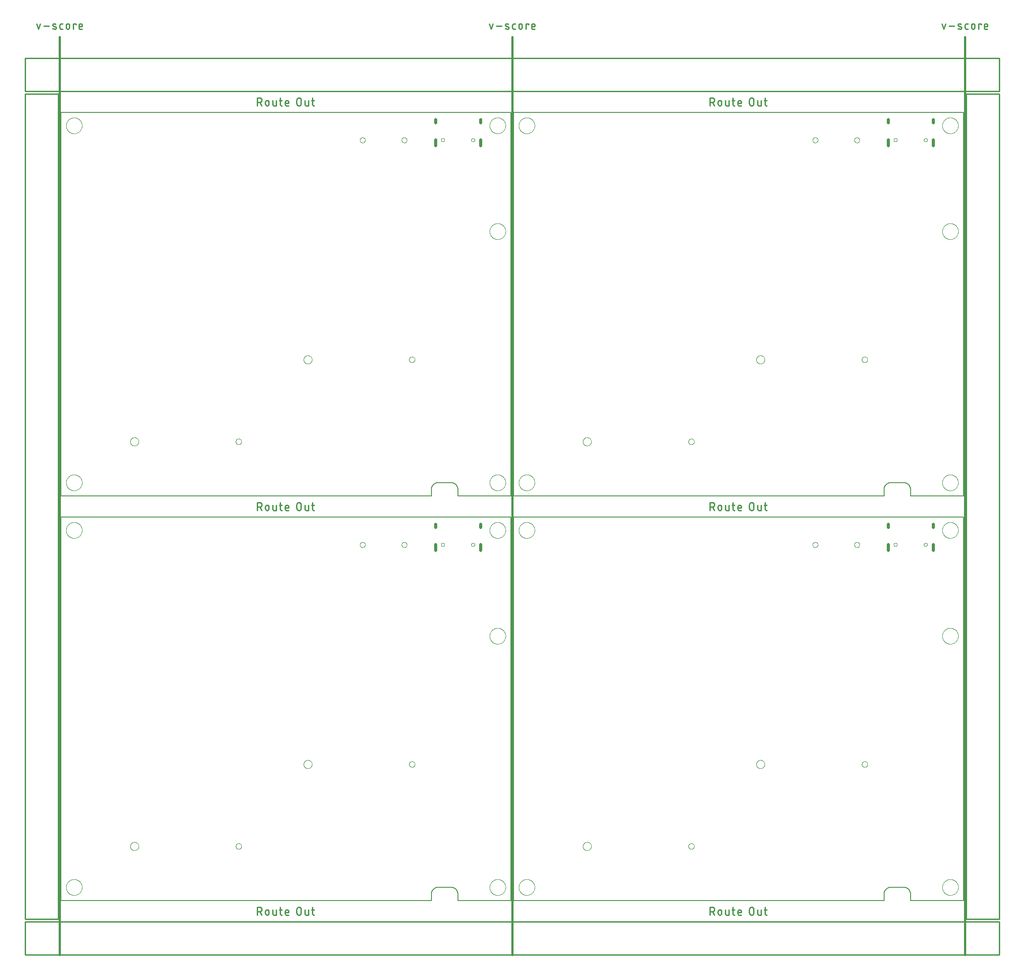
<source format=gko>
G04 EAGLE Gerber RS-274X export*
G75*
%MOMM*%
%FSLAX34Y34*%
%LPD*%
%IN*%
%IPPOS*%
%AMOC8*
5,1,8,0,0,1.08239X$1,22.5*%
G01*
%ADD10C,0.203200*%
%ADD11C,0.279400*%
%ADD12C,0.381000*%
%ADD13C,0.254000*%
%ADD14C,0.000000*%
%ADD15C,0.600000*%


D10*
X0Y736600D02*
X863600Y736600D01*
X863600Y0D02*
X762000Y0D01*
X711200Y0D02*
X0Y0D01*
X0Y736600D01*
X863600Y736600D02*
X863600Y0D01*
X711200Y0D02*
X711200Y12700D01*
X711204Y13007D01*
X711215Y13314D01*
X711233Y13620D01*
X711259Y13926D01*
X711293Y14231D01*
X711333Y14535D01*
X711381Y14838D01*
X711437Y15140D01*
X711499Y15440D01*
X711569Y15739D01*
X711646Y16036D01*
X711730Y16332D01*
X711822Y16625D01*
X711920Y16915D01*
X712025Y17203D01*
X712138Y17489D01*
X712257Y17772D01*
X712383Y18052D01*
X712515Y18329D01*
X712655Y18602D01*
X712801Y18872D01*
X712953Y19138D01*
X713112Y19401D01*
X713277Y19660D01*
X713448Y19914D01*
X713625Y20165D01*
X713809Y20411D01*
X713998Y20653D01*
X714193Y20889D01*
X714394Y21122D01*
X714600Y21349D01*
X714812Y21571D01*
X715029Y21788D01*
X715251Y22000D01*
X715478Y22206D01*
X715711Y22407D01*
X715947Y22602D01*
X716189Y22791D01*
X716435Y22975D01*
X716686Y23152D01*
X716940Y23323D01*
X717199Y23488D01*
X717462Y23647D01*
X717728Y23799D01*
X717998Y23945D01*
X718271Y24085D01*
X718548Y24217D01*
X718828Y24343D01*
X719111Y24462D01*
X719397Y24575D01*
X719685Y24680D01*
X719975Y24778D01*
X720268Y24870D01*
X720564Y24954D01*
X720861Y25031D01*
X721160Y25101D01*
X721460Y25163D01*
X721762Y25219D01*
X722065Y25267D01*
X722369Y25307D01*
X722674Y25341D01*
X722980Y25367D01*
X723286Y25385D01*
X723593Y25396D01*
X723900Y25400D01*
X749300Y25400D01*
X749607Y25396D01*
X749914Y25385D01*
X750220Y25367D01*
X750526Y25341D01*
X750831Y25307D01*
X751135Y25267D01*
X751438Y25219D01*
X751740Y25163D01*
X752040Y25101D01*
X752339Y25031D01*
X752636Y24954D01*
X752932Y24870D01*
X753225Y24778D01*
X753515Y24680D01*
X753803Y24575D01*
X754089Y24462D01*
X754372Y24343D01*
X754652Y24217D01*
X754929Y24085D01*
X755202Y23945D01*
X755472Y23799D01*
X755738Y23647D01*
X756001Y23488D01*
X756260Y23323D01*
X756514Y23152D01*
X756765Y22975D01*
X757011Y22791D01*
X757253Y22602D01*
X757489Y22407D01*
X757722Y22206D01*
X757949Y22000D01*
X758171Y21788D01*
X758388Y21571D01*
X758600Y21349D01*
X758806Y21122D01*
X759007Y20889D01*
X759202Y20653D01*
X759391Y20411D01*
X759575Y20165D01*
X759752Y19914D01*
X759923Y19660D01*
X760088Y19401D01*
X760247Y19138D01*
X760399Y18872D01*
X760545Y18602D01*
X760685Y18329D01*
X760817Y18052D01*
X760943Y17772D01*
X761062Y17489D01*
X761175Y17203D01*
X761280Y16915D01*
X761378Y16625D01*
X761470Y16332D01*
X761554Y16036D01*
X761631Y15739D01*
X761701Y15440D01*
X761763Y15140D01*
X761819Y14838D01*
X761867Y14535D01*
X761907Y14231D01*
X761941Y13926D01*
X761967Y13620D01*
X761985Y13314D01*
X761996Y13007D01*
X762000Y12700D01*
X762000Y0D01*
D11*
X377304Y-12827D02*
X377304Y-27813D01*
X377304Y-12827D02*
X381467Y-12827D01*
X381595Y-12829D01*
X381723Y-12835D01*
X381851Y-12845D01*
X381979Y-12859D01*
X382106Y-12876D01*
X382232Y-12898D01*
X382358Y-12923D01*
X382482Y-12953D01*
X382606Y-12986D01*
X382729Y-13023D01*
X382851Y-13064D01*
X382971Y-13108D01*
X383090Y-13156D01*
X383207Y-13208D01*
X383323Y-13263D01*
X383436Y-13322D01*
X383549Y-13385D01*
X383659Y-13451D01*
X383766Y-13520D01*
X383872Y-13592D01*
X383976Y-13668D01*
X384077Y-13747D01*
X384176Y-13829D01*
X384272Y-13914D01*
X384365Y-14001D01*
X384456Y-14092D01*
X384543Y-14185D01*
X384628Y-14281D01*
X384710Y-14380D01*
X384789Y-14481D01*
X384865Y-14585D01*
X384937Y-14691D01*
X385006Y-14798D01*
X385072Y-14909D01*
X385135Y-15021D01*
X385194Y-15134D01*
X385249Y-15250D01*
X385301Y-15367D01*
X385349Y-15486D01*
X385393Y-15606D01*
X385434Y-15728D01*
X385471Y-15851D01*
X385504Y-15975D01*
X385534Y-16099D01*
X385559Y-16225D01*
X385581Y-16351D01*
X385598Y-16478D01*
X385612Y-16606D01*
X385622Y-16734D01*
X385628Y-16862D01*
X385630Y-16990D01*
X385628Y-17118D01*
X385622Y-17246D01*
X385612Y-17374D01*
X385598Y-17502D01*
X385581Y-17629D01*
X385559Y-17755D01*
X385534Y-17881D01*
X385504Y-18005D01*
X385471Y-18129D01*
X385434Y-18252D01*
X385393Y-18374D01*
X385349Y-18494D01*
X385301Y-18613D01*
X385249Y-18730D01*
X385194Y-18846D01*
X385135Y-18959D01*
X385072Y-19072D01*
X385006Y-19182D01*
X384937Y-19289D01*
X384865Y-19395D01*
X384789Y-19499D01*
X384710Y-19600D01*
X384628Y-19699D01*
X384543Y-19795D01*
X384456Y-19888D01*
X384365Y-19979D01*
X384272Y-20066D01*
X384176Y-20151D01*
X384077Y-20233D01*
X383976Y-20312D01*
X383872Y-20388D01*
X383766Y-20460D01*
X383659Y-20529D01*
X383549Y-20595D01*
X383436Y-20658D01*
X383323Y-20717D01*
X383207Y-20772D01*
X383090Y-20824D01*
X382971Y-20872D01*
X382851Y-20916D01*
X382729Y-20957D01*
X382606Y-20994D01*
X382482Y-21027D01*
X382358Y-21057D01*
X382232Y-21082D01*
X382106Y-21104D01*
X381979Y-21121D01*
X381851Y-21135D01*
X381723Y-21145D01*
X381595Y-21151D01*
X381467Y-21153D01*
X377304Y-21153D01*
X382299Y-21153D02*
X385629Y-27813D01*
X392588Y-24483D02*
X392588Y-21153D01*
X392590Y-21039D01*
X392596Y-20926D01*
X392605Y-20812D01*
X392619Y-20700D01*
X392636Y-20587D01*
X392658Y-20475D01*
X392683Y-20365D01*
X392711Y-20255D01*
X392744Y-20146D01*
X392780Y-20038D01*
X392820Y-19931D01*
X392864Y-19826D01*
X392911Y-19723D01*
X392961Y-19621D01*
X393015Y-19521D01*
X393073Y-19423D01*
X393134Y-19327D01*
X393197Y-19233D01*
X393265Y-19141D01*
X393335Y-19051D01*
X393408Y-18965D01*
X393484Y-18880D01*
X393563Y-18798D01*
X393645Y-18719D01*
X393730Y-18643D01*
X393816Y-18570D01*
X393906Y-18500D01*
X393998Y-18432D01*
X394092Y-18369D01*
X394188Y-18308D01*
X394286Y-18250D01*
X394386Y-18196D01*
X394488Y-18146D01*
X394591Y-18099D01*
X394696Y-18055D01*
X394803Y-18015D01*
X394911Y-17979D01*
X395020Y-17946D01*
X395130Y-17918D01*
X395240Y-17893D01*
X395352Y-17871D01*
X395465Y-17854D01*
X395577Y-17840D01*
X395691Y-17831D01*
X395804Y-17825D01*
X395918Y-17823D01*
X396032Y-17825D01*
X396145Y-17831D01*
X396259Y-17840D01*
X396371Y-17854D01*
X396484Y-17871D01*
X396596Y-17893D01*
X396706Y-17918D01*
X396816Y-17946D01*
X396925Y-17979D01*
X397033Y-18015D01*
X397140Y-18055D01*
X397245Y-18099D01*
X397348Y-18146D01*
X397450Y-18196D01*
X397550Y-18250D01*
X397648Y-18308D01*
X397744Y-18369D01*
X397838Y-18432D01*
X397930Y-18500D01*
X398020Y-18570D01*
X398106Y-18643D01*
X398191Y-18719D01*
X398273Y-18798D01*
X398352Y-18880D01*
X398428Y-18965D01*
X398501Y-19051D01*
X398571Y-19141D01*
X398639Y-19233D01*
X398702Y-19327D01*
X398763Y-19423D01*
X398821Y-19521D01*
X398875Y-19621D01*
X398925Y-19723D01*
X398972Y-19826D01*
X399016Y-19931D01*
X399056Y-20038D01*
X399092Y-20146D01*
X399125Y-20255D01*
X399153Y-20365D01*
X399178Y-20475D01*
X399200Y-20587D01*
X399217Y-20700D01*
X399231Y-20812D01*
X399240Y-20926D01*
X399246Y-21039D01*
X399248Y-21153D01*
X399248Y-24483D01*
X399246Y-24597D01*
X399240Y-24710D01*
X399231Y-24824D01*
X399217Y-24936D01*
X399200Y-25049D01*
X399178Y-25161D01*
X399153Y-25271D01*
X399125Y-25381D01*
X399092Y-25490D01*
X399056Y-25598D01*
X399016Y-25705D01*
X398972Y-25810D01*
X398925Y-25913D01*
X398875Y-26015D01*
X398821Y-26115D01*
X398763Y-26213D01*
X398702Y-26309D01*
X398639Y-26403D01*
X398571Y-26495D01*
X398501Y-26585D01*
X398428Y-26671D01*
X398352Y-26756D01*
X398273Y-26838D01*
X398191Y-26917D01*
X398106Y-26993D01*
X398020Y-27066D01*
X397930Y-27136D01*
X397838Y-27204D01*
X397744Y-27267D01*
X397648Y-27328D01*
X397550Y-27386D01*
X397450Y-27440D01*
X397348Y-27490D01*
X397245Y-27537D01*
X397140Y-27581D01*
X397033Y-27621D01*
X396925Y-27657D01*
X396816Y-27690D01*
X396706Y-27718D01*
X396596Y-27743D01*
X396484Y-27765D01*
X396371Y-27782D01*
X396259Y-27796D01*
X396145Y-27805D01*
X396032Y-27811D01*
X395918Y-27813D01*
X395804Y-27811D01*
X395691Y-27805D01*
X395577Y-27796D01*
X395465Y-27782D01*
X395352Y-27765D01*
X395240Y-27743D01*
X395130Y-27718D01*
X395020Y-27690D01*
X394911Y-27657D01*
X394803Y-27621D01*
X394696Y-27581D01*
X394591Y-27537D01*
X394488Y-27490D01*
X394386Y-27440D01*
X394286Y-27386D01*
X394188Y-27328D01*
X394092Y-27267D01*
X393998Y-27204D01*
X393906Y-27136D01*
X393816Y-27066D01*
X393730Y-26993D01*
X393645Y-26917D01*
X393563Y-26838D01*
X393484Y-26756D01*
X393408Y-26671D01*
X393335Y-26585D01*
X393265Y-26495D01*
X393197Y-26403D01*
X393134Y-26309D01*
X393073Y-26213D01*
X393015Y-26115D01*
X392961Y-26015D01*
X392911Y-25913D01*
X392864Y-25810D01*
X392820Y-25705D01*
X392780Y-25598D01*
X392744Y-25490D01*
X392711Y-25381D01*
X392683Y-25271D01*
X392658Y-25161D01*
X392636Y-25049D01*
X392619Y-24936D01*
X392605Y-24824D01*
X392596Y-24710D01*
X392590Y-24597D01*
X392588Y-24483D01*
X406656Y-25315D02*
X406656Y-17822D01*
X406655Y-25315D02*
X406657Y-25413D01*
X406663Y-25511D01*
X406672Y-25609D01*
X406686Y-25706D01*
X406703Y-25802D01*
X406724Y-25898D01*
X406749Y-25993D01*
X406777Y-26087D01*
X406809Y-26180D01*
X406845Y-26271D01*
X406884Y-26361D01*
X406927Y-26449D01*
X406974Y-26536D01*
X407023Y-26620D01*
X407076Y-26703D01*
X407132Y-26783D01*
X407191Y-26862D01*
X407254Y-26937D01*
X407319Y-27011D01*
X407387Y-27081D01*
X407457Y-27149D01*
X407531Y-27215D01*
X407607Y-27277D01*
X407685Y-27336D01*
X407765Y-27392D01*
X407848Y-27445D01*
X407932Y-27495D01*
X408019Y-27541D01*
X408107Y-27584D01*
X408197Y-27623D01*
X408288Y-27659D01*
X408381Y-27691D01*
X408475Y-27719D01*
X408570Y-27744D01*
X408666Y-27765D01*
X408762Y-27782D01*
X408859Y-27796D01*
X408957Y-27805D01*
X409055Y-27811D01*
X409153Y-27813D01*
X413316Y-27813D01*
X413316Y-17822D01*
X419297Y-17822D02*
X424292Y-17822D01*
X420962Y-12827D02*
X420962Y-25315D01*
X420964Y-25413D01*
X420970Y-25511D01*
X420979Y-25609D01*
X420993Y-25706D01*
X421010Y-25802D01*
X421031Y-25898D01*
X421056Y-25993D01*
X421084Y-26087D01*
X421116Y-26180D01*
X421152Y-26271D01*
X421191Y-26361D01*
X421234Y-26449D01*
X421281Y-26536D01*
X421330Y-26620D01*
X421383Y-26703D01*
X421439Y-26783D01*
X421498Y-26862D01*
X421561Y-26937D01*
X421626Y-27011D01*
X421694Y-27081D01*
X421764Y-27149D01*
X421838Y-27215D01*
X421914Y-27277D01*
X421992Y-27336D01*
X422072Y-27392D01*
X422155Y-27445D01*
X422239Y-27495D01*
X422326Y-27541D01*
X422414Y-27584D01*
X422504Y-27623D01*
X422595Y-27659D01*
X422688Y-27691D01*
X422782Y-27719D01*
X422877Y-27744D01*
X422973Y-27765D01*
X423069Y-27782D01*
X423166Y-27796D01*
X423264Y-27805D01*
X423362Y-27811D01*
X423460Y-27813D01*
X424292Y-27813D01*
X433121Y-27813D02*
X437284Y-27813D01*
X433121Y-27813D02*
X433023Y-27811D01*
X432925Y-27805D01*
X432827Y-27796D01*
X432730Y-27782D01*
X432634Y-27765D01*
X432538Y-27744D01*
X432443Y-27719D01*
X432349Y-27691D01*
X432256Y-27659D01*
X432165Y-27623D01*
X432075Y-27584D01*
X431987Y-27541D01*
X431900Y-27494D01*
X431816Y-27445D01*
X431733Y-27392D01*
X431653Y-27336D01*
X431575Y-27277D01*
X431499Y-27215D01*
X431425Y-27149D01*
X431355Y-27081D01*
X431287Y-27011D01*
X431222Y-26937D01*
X431159Y-26862D01*
X431100Y-26783D01*
X431044Y-26703D01*
X430991Y-26620D01*
X430942Y-26536D01*
X430895Y-26449D01*
X430852Y-26361D01*
X430813Y-26271D01*
X430777Y-26180D01*
X430745Y-26087D01*
X430717Y-25993D01*
X430692Y-25898D01*
X430671Y-25802D01*
X430654Y-25706D01*
X430640Y-25609D01*
X430631Y-25511D01*
X430625Y-25413D01*
X430623Y-25315D01*
X430624Y-25315D02*
X430624Y-21153D01*
X430626Y-21039D01*
X430632Y-20926D01*
X430641Y-20812D01*
X430655Y-20700D01*
X430672Y-20587D01*
X430694Y-20475D01*
X430719Y-20365D01*
X430747Y-20255D01*
X430780Y-20146D01*
X430816Y-20038D01*
X430856Y-19931D01*
X430900Y-19826D01*
X430947Y-19723D01*
X430997Y-19621D01*
X431051Y-19521D01*
X431109Y-19423D01*
X431170Y-19327D01*
X431233Y-19233D01*
X431301Y-19141D01*
X431371Y-19051D01*
X431444Y-18965D01*
X431520Y-18880D01*
X431599Y-18798D01*
X431681Y-18719D01*
X431766Y-18643D01*
X431852Y-18570D01*
X431942Y-18500D01*
X432034Y-18432D01*
X432128Y-18369D01*
X432224Y-18308D01*
X432322Y-18250D01*
X432422Y-18196D01*
X432524Y-18146D01*
X432627Y-18099D01*
X432732Y-18055D01*
X432839Y-18015D01*
X432947Y-17979D01*
X433056Y-17946D01*
X433166Y-17918D01*
X433276Y-17893D01*
X433388Y-17871D01*
X433501Y-17854D01*
X433613Y-17840D01*
X433727Y-17831D01*
X433840Y-17825D01*
X433954Y-17823D01*
X434068Y-17825D01*
X434181Y-17831D01*
X434295Y-17840D01*
X434407Y-17854D01*
X434520Y-17871D01*
X434632Y-17893D01*
X434742Y-17918D01*
X434852Y-17946D01*
X434961Y-17979D01*
X435069Y-18015D01*
X435176Y-18055D01*
X435281Y-18099D01*
X435384Y-18146D01*
X435486Y-18196D01*
X435586Y-18250D01*
X435684Y-18308D01*
X435780Y-18369D01*
X435874Y-18432D01*
X435966Y-18500D01*
X436056Y-18570D01*
X436142Y-18643D01*
X436227Y-18719D01*
X436309Y-18798D01*
X436388Y-18880D01*
X436464Y-18965D01*
X436537Y-19051D01*
X436607Y-19141D01*
X436675Y-19233D01*
X436738Y-19327D01*
X436799Y-19423D01*
X436857Y-19521D01*
X436911Y-19621D01*
X436961Y-19723D01*
X437008Y-19826D01*
X437052Y-19931D01*
X437092Y-20038D01*
X437128Y-20146D01*
X437161Y-20255D01*
X437189Y-20365D01*
X437214Y-20475D01*
X437236Y-20587D01*
X437253Y-20700D01*
X437267Y-20812D01*
X437276Y-20926D01*
X437282Y-21039D01*
X437284Y-21153D01*
X437284Y-22818D01*
X430624Y-22818D01*
X452717Y-23650D02*
X452717Y-16990D01*
X452719Y-16862D01*
X452725Y-16734D01*
X452735Y-16606D01*
X452749Y-16478D01*
X452766Y-16351D01*
X452788Y-16225D01*
X452813Y-16099D01*
X452843Y-15975D01*
X452876Y-15851D01*
X452913Y-15728D01*
X452954Y-15606D01*
X452998Y-15486D01*
X453046Y-15367D01*
X453098Y-15250D01*
X453153Y-15134D01*
X453212Y-15021D01*
X453275Y-14908D01*
X453341Y-14798D01*
X453410Y-14691D01*
X453482Y-14585D01*
X453558Y-14481D01*
X453637Y-14380D01*
X453719Y-14281D01*
X453804Y-14185D01*
X453891Y-14092D01*
X453982Y-14001D01*
X454075Y-13914D01*
X454171Y-13829D01*
X454270Y-13747D01*
X454371Y-13668D01*
X454475Y-13592D01*
X454581Y-13520D01*
X454688Y-13451D01*
X454799Y-13385D01*
X454911Y-13322D01*
X455024Y-13263D01*
X455140Y-13208D01*
X455257Y-13156D01*
X455376Y-13108D01*
X455496Y-13064D01*
X455618Y-13023D01*
X455741Y-12986D01*
X455865Y-12953D01*
X455989Y-12923D01*
X456115Y-12898D01*
X456241Y-12876D01*
X456368Y-12859D01*
X456496Y-12845D01*
X456624Y-12835D01*
X456752Y-12829D01*
X456880Y-12827D01*
X457008Y-12829D01*
X457136Y-12835D01*
X457264Y-12845D01*
X457392Y-12859D01*
X457519Y-12876D01*
X457645Y-12898D01*
X457771Y-12923D01*
X457895Y-12953D01*
X458019Y-12986D01*
X458142Y-13023D01*
X458264Y-13064D01*
X458384Y-13108D01*
X458503Y-13156D01*
X458620Y-13208D01*
X458736Y-13263D01*
X458849Y-13322D01*
X458962Y-13385D01*
X459072Y-13451D01*
X459179Y-13520D01*
X459285Y-13592D01*
X459389Y-13668D01*
X459490Y-13747D01*
X459589Y-13829D01*
X459685Y-13914D01*
X459778Y-14001D01*
X459869Y-14092D01*
X459956Y-14185D01*
X460041Y-14281D01*
X460123Y-14380D01*
X460202Y-14481D01*
X460278Y-14585D01*
X460350Y-14691D01*
X460419Y-14798D01*
X460485Y-14909D01*
X460548Y-15021D01*
X460607Y-15134D01*
X460662Y-15250D01*
X460714Y-15367D01*
X460762Y-15486D01*
X460806Y-15606D01*
X460847Y-15728D01*
X460884Y-15851D01*
X460917Y-15975D01*
X460947Y-16099D01*
X460972Y-16225D01*
X460994Y-16351D01*
X461011Y-16478D01*
X461025Y-16606D01*
X461035Y-16734D01*
X461041Y-16862D01*
X461043Y-16990D01*
X461042Y-16990D02*
X461042Y-23650D01*
X461043Y-23650D02*
X461041Y-23778D01*
X461035Y-23906D01*
X461025Y-24034D01*
X461011Y-24162D01*
X460994Y-24289D01*
X460972Y-24415D01*
X460947Y-24541D01*
X460917Y-24665D01*
X460884Y-24789D01*
X460847Y-24912D01*
X460806Y-25034D01*
X460762Y-25154D01*
X460714Y-25273D01*
X460662Y-25390D01*
X460607Y-25506D01*
X460548Y-25619D01*
X460485Y-25732D01*
X460419Y-25842D01*
X460350Y-25949D01*
X460278Y-26055D01*
X460202Y-26159D01*
X460123Y-26260D01*
X460041Y-26359D01*
X459956Y-26455D01*
X459869Y-26548D01*
X459778Y-26639D01*
X459685Y-26726D01*
X459589Y-26811D01*
X459490Y-26893D01*
X459389Y-26972D01*
X459285Y-27048D01*
X459179Y-27120D01*
X459072Y-27189D01*
X458962Y-27255D01*
X458849Y-27318D01*
X458736Y-27377D01*
X458620Y-27432D01*
X458503Y-27484D01*
X458384Y-27532D01*
X458264Y-27576D01*
X458142Y-27617D01*
X458019Y-27654D01*
X457895Y-27687D01*
X457771Y-27717D01*
X457645Y-27742D01*
X457519Y-27764D01*
X457392Y-27781D01*
X457264Y-27795D01*
X457136Y-27805D01*
X457008Y-27811D01*
X456880Y-27813D01*
X456752Y-27811D01*
X456624Y-27805D01*
X456496Y-27795D01*
X456368Y-27781D01*
X456241Y-27764D01*
X456115Y-27742D01*
X455989Y-27717D01*
X455865Y-27687D01*
X455741Y-27654D01*
X455618Y-27617D01*
X455496Y-27576D01*
X455376Y-27532D01*
X455257Y-27484D01*
X455140Y-27432D01*
X455024Y-27377D01*
X454911Y-27318D01*
X454799Y-27255D01*
X454688Y-27189D01*
X454581Y-27120D01*
X454475Y-27048D01*
X454371Y-26972D01*
X454270Y-26893D01*
X454171Y-26811D01*
X454075Y-26726D01*
X453982Y-26639D01*
X453891Y-26548D01*
X453804Y-26455D01*
X453719Y-26359D01*
X453637Y-26260D01*
X453558Y-26159D01*
X453482Y-26055D01*
X453410Y-25949D01*
X453341Y-25842D01*
X453275Y-25731D01*
X453212Y-25619D01*
X453153Y-25506D01*
X453098Y-25390D01*
X453046Y-25273D01*
X452998Y-25154D01*
X452954Y-25034D01*
X452913Y-24912D01*
X452876Y-24789D01*
X452843Y-24665D01*
X452813Y-24541D01*
X452788Y-24415D01*
X452766Y-24289D01*
X452749Y-24162D01*
X452735Y-24034D01*
X452725Y-23906D01*
X452719Y-23778D01*
X452717Y-23650D01*
X468659Y-25315D02*
X468659Y-17822D01*
X468659Y-25315D02*
X468661Y-25413D01*
X468667Y-25511D01*
X468676Y-25609D01*
X468690Y-25706D01*
X468707Y-25802D01*
X468728Y-25898D01*
X468753Y-25993D01*
X468781Y-26087D01*
X468813Y-26180D01*
X468849Y-26271D01*
X468888Y-26361D01*
X468931Y-26449D01*
X468978Y-26536D01*
X469027Y-26620D01*
X469080Y-26703D01*
X469136Y-26783D01*
X469195Y-26862D01*
X469258Y-26937D01*
X469323Y-27011D01*
X469391Y-27081D01*
X469461Y-27149D01*
X469535Y-27215D01*
X469611Y-27277D01*
X469689Y-27336D01*
X469769Y-27392D01*
X469852Y-27445D01*
X469936Y-27495D01*
X470023Y-27541D01*
X470111Y-27584D01*
X470201Y-27623D01*
X470292Y-27659D01*
X470385Y-27691D01*
X470479Y-27719D01*
X470574Y-27744D01*
X470670Y-27765D01*
X470766Y-27782D01*
X470863Y-27796D01*
X470961Y-27805D01*
X471059Y-27811D01*
X471157Y-27813D01*
X475320Y-27813D01*
X475320Y-17822D01*
X481301Y-17822D02*
X486296Y-17822D01*
X482966Y-12827D02*
X482966Y-25315D01*
X482965Y-25315D02*
X482967Y-25413D01*
X482973Y-25511D01*
X482982Y-25609D01*
X482996Y-25706D01*
X483013Y-25802D01*
X483034Y-25898D01*
X483059Y-25993D01*
X483087Y-26087D01*
X483119Y-26180D01*
X483155Y-26271D01*
X483194Y-26361D01*
X483237Y-26449D01*
X483284Y-26536D01*
X483333Y-26620D01*
X483386Y-26703D01*
X483442Y-26783D01*
X483501Y-26862D01*
X483564Y-26937D01*
X483629Y-27011D01*
X483697Y-27081D01*
X483767Y-27149D01*
X483841Y-27215D01*
X483917Y-27277D01*
X483995Y-27336D01*
X484075Y-27392D01*
X484158Y-27445D01*
X484242Y-27495D01*
X484329Y-27541D01*
X484417Y-27584D01*
X484507Y-27623D01*
X484598Y-27659D01*
X484691Y-27691D01*
X484785Y-27719D01*
X484880Y-27744D01*
X484976Y-27765D01*
X485072Y-27782D01*
X485169Y-27796D01*
X485267Y-27805D01*
X485365Y-27811D01*
X485463Y-27813D01*
X485464Y-27813D02*
X486296Y-27813D01*
D10*
X868680Y736600D02*
X1732280Y736600D01*
X1732280Y0D02*
X1630680Y0D01*
X1579880Y0D02*
X868680Y0D01*
X868680Y736600D01*
X1732280Y736600D02*
X1732280Y0D01*
X1579880Y0D02*
X1579880Y12700D01*
X1579884Y13007D01*
X1579895Y13314D01*
X1579913Y13620D01*
X1579939Y13926D01*
X1579973Y14231D01*
X1580013Y14535D01*
X1580061Y14838D01*
X1580117Y15140D01*
X1580179Y15440D01*
X1580249Y15739D01*
X1580326Y16036D01*
X1580410Y16332D01*
X1580502Y16625D01*
X1580600Y16915D01*
X1580705Y17203D01*
X1580818Y17489D01*
X1580937Y17772D01*
X1581063Y18052D01*
X1581195Y18329D01*
X1581335Y18602D01*
X1581481Y18872D01*
X1581633Y19138D01*
X1581792Y19401D01*
X1581957Y19660D01*
X1582128Y19914D01*
X1582305Y20165D01*
X1582489Y20411D01*
X1582678Y20653D01*
X1582873Y20889D01*
X1583074Y21122D01*
X1583280Y21349D01*
X1583492Y21571D01*
X1583709Y21788D01*
X1583931Y22000D01*
X1584158Y22206D01*
X1584391Y22407D01*
X1584627Y22602D01*
X1584869Y22791D01*
X1585115Y22975D01*
X1585366Y23152D01*
X1585620Y23323D01*
X1585879Y23488D01*
X1586142Y23647D01*
X1586408Y23799D01*
X1586678Y23945D01*
X1586951Y24085D01*
X1587228Y24217D01*
X1587508Y24343D01*
X1587791Y24462D01*
X1588077Y24575D01*
X1588365Y24680D01*
X1588655Y24778D01*
X1588948Y24870D01*
X1589244Y24954D01*
X1589541Y25031D01*
X1589840Y25101D01*
X1590140Y25163D01*
X1590442Y25219D01*
X1590745Y25267D01*
X1591049Y25307D01*
X1591354Y25341D01*
X1591660Y25367D01*
X1591966Y25385D01*
X1592273Y25396D01*
X1592580Y25400D01*
X1617980Y25400D01*
X1618287Y25396D01*
X1618594Y25385D01*
X1618900Y25367D01*
X1619206Y25341D01*
X1619511Y25307D01*
X1619815Y25267D01*
X1620118Y25219D01*
X1620420Y25163D01*
X1620720Y25101D01*
X1621019Y25031D01*
X1621316Y24954D01*
X1621612Y24870D01*
X1621905Y24778D01*
X1622195Y24680D01*
X1622483Y24575D01*
X1622769Y24462D01*
X1623052Y24343D01*
X1623332Y24217D01*
X1623609Y24085D01*
X1623882Y23945D01*
X1624152Y23799D01*
X1624418Y23647D01*
X1624681Y23488D01*
X1624940Y23323D01*
X1625194Y23152D01*
X1625445Y22975D01*
X1625691Y22791D01*
X1625933Y22602D01*
X1626169Y22407D01*
X1626402Y22206D01*
X1626629Y22000D01*
X1626851Y21788D01*
X1627068Y21571D01*
X1627280Y21349D01*
X1627486Y21122D01*
X1627687Y20889D01*
X1627882Y20653D01*
X1628071Y20411D01*
X1628255Y20165D01*
X1628432Y19914D01*
X1628603Y19660D01*
X1628768Y19401D01*
X1628927Y19138D01*
X1629079Y18872D01*
X1629225Y18602D01*
X1629365Y18329D01*
X1629497Y18052D01*
X1629623Y17772D01*
X1629742Y17489D01*
X1629855Y17203D01*
X1629960Y16915D01*
X1630058Y16625D01*
X1630150Y16332D01*
X1630234Y16036D01*
X1630311Y15739D01*
X1630381Y15440D01*
X1630443Y15140D01*
X1630499Y14838D01*
X1630547Y14535D01*
X1630587Y14231D01*
X1630621Y13926D01*
X1630647Y13620D01*
X1630665Y13314D01*
X1630676Y13007D01*
X1630680Y12700D01*
X1630680Y0D01*
D11*
X1245984Y-12827D02*
X1245984Y-27813D01*
X1245984Y-12827D02*
X1250147Y-12827D01*
X1250275Y-12829D01*
X1250403Y-12835D01*
X1250531Y-12845D01*
X1250659Y-12859D01*
X1250786Y-12876D01*
X1250912Y-12898D01*
X1251038Y-12923D01*
X1251162Y-12953D01*
X1251286Y-12986D01*
X1251409Y-13023D01*
X1251531Y-13064D01*
X1251651Y-13108D01*
X1251770Y-13156D01*
X1251887Y-13208D01*
X1252003Y-13263D01*
X1252116Y-13322D01*
X1252229Y-13385D01*
X1252339Y-13451D01*
X1252446Y-13520D01*
X1252552Y-13592D01*
X1252656Y-13668D01*
X1252757Y-13747D01*
X1252856Y-13829D01*
X1252952Y-13914D01*
X1253045Y-14001D01*
X1253136Y-14092D01*
X1253223Y-14185D01*
X1253308Y-14281D01*
X1253390Y-14380D01*
X1253469Y-14481D01*
X1253545Y-14585D01*
X1253617Y-14691D01*
X1253686Y-14798D01*
X1253752Y-14909D01*
X1253815Y-15021D01*
X1253874Y-15134D01*
X1253929Y-15250D01*
X1253981Y-15367D01*
X1254029Y-15486D01*
X1254073Y-15606D01*
X1254114Y-15728D01*
X1254151Y-15851D01*
X1254184Y-15975D01*
X1254214Y-16099D01*
X1254239Y-16225D01*
X1254261Y-16351D01*
X1254278Y-16478D01*
X1254292Y-16606D01*
X1254302Y-16734D01*
X1254308Y-16862D01*
X1254310Y-16990D01*
X1254308Y-17118D01*
X1254302Y-17246D01*
X1254292Y-17374D01*
X1254278Y-17502D01*
X1254261Y-17629D01*
X1254239Y-17755D01*
X1254214Y-17881D01*
X1254184Y-18005D01*
X1254151Y-18129D01*
X1254114Y-18252D01*
X1254073Y-18374D01*
X1254029Y-18494D01*
X1253981Y-18613D01*
X1253929Y-18730D01*
X1253874Y-18846D01*
X1253815Y-18959D01*
X1253752Y-19072D01*
X1253686Y-19182D01*
X1253617Y-19289D01*
X1253545Y-19395D01*
X1253469Y-19499D01*
X1253390Y-19600D01*
X1253308Y-19699D01*
X1253223Y-19795D01*
X1253136Y-19888D01*
X1253045Y-19979D01*
X1252952Y-20066D01*
X1252856Y-20151D01*
X1252757Y-20233D01*
X1252656Y-20312D01*
X1252552Y-20388D01*
X1252446Y-20460D01*
X1252339Y-20529D01*
X1252229Y-20595D01*
X1252116Y-20658D01*
X1252003Y-20717D01*
X1251887Y-20772D01*
X1251770Y-20824D01*
X1251651Y-20872D01*
X1251531Y-20916D01*
X1251409Y-20957D01*
X1251286Y-20994D01*
X1251162Y-21027D01*
X1251038Y-21057D01*
X1250912Y-21082D01*
X1250786Y-21104D01*
X1250659Y-21121D01*
X1250531Y-21135D01*
X1250403Y-21145D01*
X1250275Y-21151D01*
X1250147Y-21153D01*
X1245984Y-21153D01*
X1250979Y-21153D02*
X1254309Y-27813D01*
X1261268Y-24483D02*
X1261268Y-21153D01*
X1261270Y-21039D01*
X1261276Y-20926D01*
X1261285Y-20812D01*
X1261299Y-20700D01*
X1261316Y-20587D01*
X1261338Y-20475D01*
X1261363Y-20365D01*
X1261391Y-20255D01*
X1261424Y-20146D01*
X1261460Y-20038D01*
X1261500Y-19931D01*
X1261544Y-19826D01*
X1261591Y-19723D01*
X1261641Y-19621D01*
X1261695Y-19521D01*
X1261753Y-19423D01*
X1261814Y-19327D01*
X1261877Y-19233D01*
X1261945Y-19141D01*
X1262015Y-19051D01*
X1262088Y-18965D01*
X1262164Y-18880D01*
X1262243Y-18798D01*
X1262325Y-18719D01*
X1262410Y-18643D01*
X1262496Y-18570D01*
X1262586Y-18500D01*
X1262678Y-18432D01*
X1262772Y-18369D01*
X1262868Y-18308D01*
X1262966Y-18250D01*
X1263066Y-18196D01*
X1263168Y-18146D01*
X1263271Y-18099D01*
X1263376Y-18055D01*
X1263483Y-18015D01*
X1263591Y-17979D01*
X1263700Y-17946D01*
X1263810Y-17918D01*
X1263920Y-17893D01*
X1264032Y-17871D01*
X1264145Y-17854D01*
X1264257Y-17840D01*
X1264371Y-17831D01*
X1264484Y-17825D01*
X1264598Y-17823D01*
X1264712Y-17825D01*
X1264825Y-17831D01*
X1264939Y-17840D01*
X1265051Y-17854D01*
X1265164Y-17871D01*
X1265276Y-17893D01*
X1265386Y-17918D01*
X1265496Y-17946D01*
X1265605Y-17979D01*
X1265713Y-18015D01*
X1265820Y-18055D01*
X1265925Y-18099D01*
X1266028Y-18146D01*
X1266130Y-18196D01*
X1266230Y-18250D01*
X1266328Y-18308D01*
X1266424Y-18369D01*
X1266518Y-18432D01*
X1266610Y-18500D01*
X1266700Y-18570D01*
X1266786Y-18643D01*
X1266871Y-18719D01*
X1266953Y-18798D01*
X1267032Y-18880D01*
X1267108Y-18965D01*
X1267181Y-19051D01*
X1267251Y-19141D01*
X1267319Y-19233D01*
X1267382Y-19327D01*
X1267443Y-19423D01*
X1267501Y-19521D01*
X1267555Y-19621D01*
X1267605Y-19723D01*
X1267652Y-19826D01*
X1267696Y-19931D01*
X1267736Y-20038D01*
X1267772Y-20146D01*
X1267805Y-20255D01*
X1267833Y-20365D01*
X1267858Y-20475D01*
X1267880Y-20587D01*
X1267897Y-20700D01*
X1267911Y-20812D01*
X1267920Y-20926D01*
X1267926Y-21039D01*
X1267928Y-21153D01*
X1267928Y-24483D01*
X1267926Y-24597D01*
X1267920Y-24710D01*
X1267911Y-24824D01*
X1267897Y-24936D01*
X1267880Y-25049D01*
X1267858Y-25161D01*
X1267833Y-25271D01*
X1267805Y-25381D01*
X1267772Y-25490D01*
X1267736Y-25598D01*
X1267696Y-25705D01*
X1267652Y-25810D01*
X1267605Y-25913D01*
X1267555Y-26015D01*
X1267501Y-26115D01*
X1267443Y-26213D01*
X1267382Y-26309D01*
X1267319Y-26403D01*
X1267251Y-26495D01*
X1267181Y-26585D01*
X1267108Y-26671D01*
X1267032Y-26756D01*
X1266953Y-26838D01*
X1266871Y-26917D01*
X1266786Y-26993D01*
X1266700Y-27066D01*
X1266610Y-27136D01*
X1266518Y-27204D01*
X1266424Y-27267D01*
X1266328Y-27328D01*
X1266230Y-27386D01*
X1266130Y-27440D01*
X1266028Y-27490D01*
X1265925Y-27537D01*
X1265820Y-27581D01*
X1265713Y-27621D01*
X1265605Y-27657D01*
X1265496Y-27690D01*
X1265386Y-27718D01*
X1265276Y-27743D01*
X1265164Y-27765D01*
X1265051Y-27782D01*
X1264939Y-27796D01*
X1264825Y-27805D01*
X1264712Y-27811D01*
X1264598Y-27813D01*
X1264484Y-27811D01*
X1264371Y-27805D01*
X1264257Y-27796D01*
X1264145Y-27782D01*
X1264032Y-27765D01*
X1263920Y-27743D01*
X1263810Y-27718D01*
X1263700Y-27690D01*
X1263591Y-27657D01*
X1263483Y-27621D01*
X1263376Y-27581D01*
X1263271Y-27537D01*
X1263168Y-27490D01*
X1263066Y-27440D01*
X1262966Y-27386D01*
X1262868Y-27328D01*
X1262772Y-27267D01*
X1262678Y-27204D01*
X1262586Y-27136D01*
X1262496Y-27066D01*
X1262410Y-26993D01*
X1262325Y-26917D01*
X1262243Y-26838D01*
X1262164Y-26756D01*
X1262088Y-26671D01*
X1262015Y-26585D01*
X1261945Y-26495D01*
X1261877Y-26403D01*
X1261814Y-26309D01*
X1261753Y-26213D01*
X1261695Y-26115D01*
X1261641Y-26015D01*
X1261591Y-25913D01*
X1261544Y-25810D01*
X1261500Y-25705D01*
X1261460Y-25598D01*
X1261424Y-25490D01*
X1261391Y-25381D01*
X1261363Y-25271D01*
X1261338Y-25161D01*
X1261316Y-25049D01*
X1261299Y-24936D01*
X1261285Y-24824D01*
X1261276Y-24710D01*
X1261270Y-24597D01*
X1261268Y-24483D01*
X1275336Y-25315D02*
X1275336Y-17822D01*
X1275335Y-25315D02*
X1275337Y-25413D01*
X1275343Y-25511D01*
X1275352Y-25609D01*
X1275366Y-25706D01*
X1275383Y-25802D01*
X1275404Y-25898D01*
X1275429Y-25993D01*
X1275457Y-26087D01*
X1275489Y-26180D01*
X1275525Y-26271D01*
X1275564Y-26361D01*
X1275607Y-26449D01*
X1275654Y-26536D01*
X1275703Y-26620D01*
X1275756Y-26703D01*
X1275812Y-26783D01*
X1275871Y-26862D01*
X1275934Y-26937D01*
X1275999Y-27011D01*
X1276067Y-27081D01*
X1276137Y-27149D01*
X1276211Y-27215D01*
X1276287Y-27277D01*
X1276365Y-27336D01*
X1276445Y-27392D01*
X1276528Y-27445D01*
X1276612Y-27495D01*
X1276699Y-27541D01*
X1276787Y-27584D01*
X1276877Y-27623D01*
X1276968Y-27659D01*
X1277061Y-27691D01*
X1277155Y-27719D01*
X1277250Y-27744D01*
X1277346Y-27765D01*
X1277442Y-27782D01*
X1277539Y-27796D01*
X1277637Y-27805D01*
X1277735Y-27811D01*
X1277833Y-27813D01*
X1281996Y-27813D01*
X1281996Y-17822D01*
X1287977Y-17822D02*
X1292972Y-17822D01*
X1289642Y-12827D02*
X1289642Y-25315D01*
X1289644Y-25413D01*
X1289650Y-25511D01*
X1289659Y-25609D01*
X1289673Y-25706D01*
X1289690Y-25802D01*
X1289711Y-25898D01*
X1289736Y-25993D01*
X1289764Y-26087D01*
X1289796Y-26180D01*
X1289832Y-26271D01*
X1289871Y-26361D01*
X1289914Y-26449D01*
X1289961Y-26536D01*
X1290010Y-26620D01*
X1290063Y-26703D01*
X1290119Y-26783D01*
X1290178Y-26862D01*
X1290241Y-26937D01*
X1290306Y-27011D01*
X1290374Y-27081D01*
X1290444Y-27149D01*
X1290518Y-27215D01*
X1290594Y-27277D01*
X1290672Y-27336D01*
X1290752Y-27392D01*
X1290835Y-27445D01*
X1290919Y-27495D01*
X1291006Y-27541D01*
X1291094Y-27584D01*
X1291184Y-27623D01*
X1291275Y-27659D01*
X1291368Y-27691D01*
X1291462Y-27719D01*
X1291557Y-27744D01*
X1291653Y-27765D01*
X1291749Y-27782D01*
X1291846Y-27796D01*
X1291944Y-27805D01*
X1292042Y-27811D01*
X1292140Y-27813D01*
X1292972Y-27813D01*
X1301801Y-27813D02*
X1305964Y-27813D01*
X1301801Y-27813D02*
X1301703Y-27811D01*
X1301605Y-27805D01*
X1301507Y-27796D01*
X1301410Y-27782D01*
X1301314Y-27765D01*
X1301218Y-27744D01*
X1301123Y-27719D01*
X1301029Y-27691D01*
X1300936Y-27659D01*
X1300845Y-27623D01*
X1300755Y-27584D01*
X1300667Y-27541D01*
X1300580Y-27494D01*
X1300496Y-27445D01*
X1300413Y-27392D01*
X1300333Y-27336D01*
X1300255Y-27277D01*
X1300179Y-27215D01*
X1300105Y-27149D01*
X1300035Y-27081D01*
X1299967Y-27011D01*
X1299902Y-26937D01*
X1299839Y-26862D01*
X1299780Y-26783D01*
X1299724Y-26703D01*
X1299671Y-26620D01*
X1299622Y-26536D01*
X1299575Y-26449D01*
X1299532Y-26361D01*
X1299493Y-26271D01*
X1299457Y-26180D01*
X1299425Y-26087D01*
X1299397Y-25993D01*
X1299372Y-25898D01*
X1299351Y-25802D01*
X1299334Y-25706D01*
X1299320Y-25609D01*
X1299311Y-25511D01*
X1299305Y-25413D01*
X1299303Y-25315D01*
X1299304Y-25315D02*
X1299304Y-21153D01*
X1299306Y-21039D01*
X1299312Y-20926D01*
X1299321Y-20812D01*
X1299335Y-20700D01*
X1299352Y-20587D01*
X1299374Y-20475D01*
X1299399Y-20365D01*
X1299427Y-20255D01*
X1299460Y-20146D01*
X1299496Y-20038D01*
X1299536Y-19931D01*
X1299580Y-19826D01*
X1299627Y-19723D01*
X1299677Y-19621D01*
X1299731Y-19521D01*
X1299789Y-19423D01*
X1299850Y-19327D01*
X1299913Y-19233D01*
X1299981Y-19141D01*
X1300051Y-19051D01*
X1300124Y-18965D01*
X1300200Y-18880D01*
X1300279Y-18798D01*
X1300361Y-18719D01*
X1300446Y-18643D01*
X1300532Y-18570D01*
X1300622Y-18500D01*
X1300714Y-18432D01*
X1300808Y-18369D01*
X1300904Y-18308D01*
X1301002Y-18250D01*
X1301102Y-18196D01*
X1301204Y-18146D01*
X1301307Y-18099D01*
X1301412Y-18055D01*
X1301519Y-18015D01*
X1301627Y-17979D01*
X1301736Y-17946D01*
X1301846Y-17918D01*
X1301956Y-17893D01*
X1302068Y-17871D01*
X1302181Y-17854D01*
X1302293Y-17840D01*
X1302407Y-17831D01*
X1302520Y-17825D01*
X1302634Y-17823D01*
X1302748Y-17825D01*
X1302861Y-17831D01*
X1302975Y-17840D01*
X1303087Y-17854D01*
X1303200Y-17871D01*
X1303312Y-17893D01*
X1303422Y-17918D01*
X1303532Y-17946D01*
X1303641Y-17979D01*
X1303749Y-18015D01*
X1303856Y-18055D01*
X1303961Y-18099D01*
X1304064Y-18146D01*
X1304166Y-18196D01*
X1304266Y-18250D01*
X1304364Y-18308D01*
X1304460Y-18369D01*
X1304554Y-18432D01*
X1304646Y-18500D01*
X1304736Y-18570D01*
X1304822Y-18643D01*
X1304907Y-18719D01*
X1304989Y-18798D01*
X1305068Y-18880D01*
X1305144Y-18965D01*
X1305217Y-19051D01*
X1305287Y-19141D01*
X1305355Y-19233D01*
X1305418Y-19327D01*
X1305479Y-19423D01*
X1305537Y-19521D01*
X1305591Y-19621D01*
X1305641Y-19723D01*
X1305688Y-19826D01*
X1305732Y-19931D01*
X1305772Y-20038D01*
X1305808Y-20146D01*
X1305841Y-20255D01*
X1305869Y-20365D01*
X1305894Y-20475D01*
X1305916Y-20587D01*
X1305933Y-20700D01*
X1305947Y-20812D01*
X1305956Y-20926D01*
X1305962Y-21039D01*
X1305964Y-21153D01*
X1305964Y-22818D01*
X1299304Y-22818D01*
X1321397Y-23650D02*
X1321397Y-16990D01*
X1321399Y-16862D01*
X1321405Y-16734D01*
X1321415Y-16606D01*
X1321429Y-16478D01*
X1321446Y-16351D01*
X1321468Y-16225D01*
X1321493Y-16099D01*
X1321523Y-15975D01*
X1321556Y-15851D01*
X1321593Y-15728D01*
X1321634Y-15606D01*
X1321678Y-15486D01*
X1321726Y-15367D01*
X1321778Y-15250D01*
X1321833Y-15134D01*
X1321892Y-15021D01*
X1321955Y-14908D01*
X1322021Y-14798D01*
X1322090Y-14691D01*
X1322162Y-14585D01*
X1322238Y-14481D01*
X1322317Y-14380D01*
X1322399Y-14281D01*
X1322484Y-14185D01*
X1322571Y-14092D01*
X1322662Y-14001D01*
X1322755Y-13914D01*
X1322851Y-13829D01*
X1322950Y-13747D01*
X1323051Y-13668D01*
X1323155Y-13592D01*
X1323261Y-13520D01*
X1323368Y-13451D01*
X1323479Y-13385D01*
X1323591Y-13322D01*
X1323704Y-13263D01*
X1323820Y-13208D01*
X1323937Y-13156D01*
X1324056Y-13108D01*
X1324176Y-13064D01*
X1324298Y-13023D01*
X1324421Y-12986D01*
X1324545Y-12953D01*
X1324669Y-12923D01*
X1324795Y-12898D01*
X1324921Y-12876D01*
X1325048Y-12859D01*
X1325176Y-12845D01*
X1325304Y-12835D01*
X1325432Y-12829D01*
X1325560Y-12827D01*
X1325688Y-12829D01*
X1325816Y-12835D01*
X1325944Y-12845D01*
X1326072Y-12859D01*
X1326199Y-12876D01*
X1326325Y-12898D01*
X1326451Y-12923D01*
X1326575Y-12953D01*
X1326699Y-12986D01*
X1326822Y-13023D01*
X1326944Y-13064D01*
X1327064Y-13108D01*
X1327183Y-13156D01*
X1327300Y-13208D01*
X1327416Y-13263D01*
X1327529Y-13322D01*
X1327642Y-13385D01*
X1327752Y-13451D01*
X1327859Y-13520D01*
X1327965Y-13592D01*
X1328069Y-13668D01*
X1328170Y-13747D01*
X1328269Y-13829D01*
X1328365Y-13914D01*
X1328458Y-14001D01*
X1328549Y-14092D01*
X1328636Y-14185D01*
X1328721Y-14281D01*
X1328803Y-14380D01*
X1328882Y-14481D01*
X1328958Y-14585D01*
X1329030Y-14691D01*
X1329099Y-14798D01*
X1329165Y-14909D01*
X1329228Y-15021D01*
X1329287Y-15134D01*
X1329342Y-15250D01*
X1329394Y-15367D01*
X1329442Y-15486D01*
X1329486Y-15606D01*
X1329527Y-15728D01*
X1329564Y-15851D01*
X1329597Y-15975D01*
X1329627Y-16099D01*
X1329652Y-16225D01*
X1329674Y-16351D01*
X1329691Y-16478D01*
X1329705Y-16606D01*
X1329715Y-16734D01*
X1329721Y-16862D01*
X1329723Y-16990D01*
X1329722Y-16990D02*
X1329722Y-23650D01*
X1329723Y-23650D02*
X1329721Y-23778D01*
X1329715Y-23906D01*
X1329705Y-24034D01*
X1329691Y-24162D01*
X1329674Y-24289D01*
X1329652Y-24415D01*
X1329627Y-24541D01*
X1329597Y-24665D01*
X1329564Y-24789D01*
X1329527Y-24912D01*
X1329486Y-25034D01*
X1329442Y-25154D01*
X1329394Y-25273D01*
X1329342Y-25390D01*
X1329287Y-25506D01*
X1329228Y-25619D01*
X1329165Y-25732D01*
X1329099Y-25842D01*
X1329030Y-25949D01*
X1328958Y-26055D01*
X1328882Y-26159D01*
X1328803Y-26260D01*
X1328721Y-26359D01*
X1328636Y-26455D01*
X1328549Y-26548D01*
X1328458Y-26639D01*
X1328365Y-26726D01*
X1328269Y-26811D01*
X1328170Y-26893D01*
X1328069Y-26972D01*
X1327965Y-27048D01*
X1327859Y-27120D01*
X1327752Y-27189D01*
X1327642Y-27255D01*
X1327529Y-27318D01*
X1327416Y-27377D01*
X1327300Y-27432D01*
X1327183Y-27484D01*
X1327064Y-27532D01*
X1326944Y-27576D01*
X1326822Y-27617D01*
X1326699Y-27654D01*
X1326575Y-27687D01*
X1326451Y-27717D01*
X1326325Y-27742D01*
X1326199Y-27764D01*
X1326072Y-27781D01*
X1325944Y-27795D01*
X1325816Y-27805D01*
X1325688Y-27811D01*
X1325560Y-27813D01*
X1325432Y-27811D01*
X1325304Y-27805D01*
X1325176Y-27795D01*
X1325048Y-27781D01*
X1324921Y-27764D01*
X1324795Y-27742D01*
X1324669Y-27717D01*
X1324545Y-27687D01*
X1324421Y-27654D01*
X1324298Y-27617D01*
X1324176Y-27576D01*
X1324056Y-27532D01*
X1323937Y-27484D01*
X1323820Y-27432D01*
X1323704Y-27377D01*
X1323591Y-27318D01*
X1323479Y-27255D01*
X1323368Y-27189D01*
X1323261Y-27120D01*
X1323155Y-27048D01*
X1323051Y-26972D01*
X1322950Y-26893D01*
X1322851Y-26811D01*
X1322755Y-26726D01*
X1322662Y-26639D01*
X1322571Y-26548D01*
X1322484Y-26455D01*
X1322399Y-26359D01*
X1322317Y-26260D01*
X1322238Y-26159D01*
X1322162Y-26055D01*
X1322090Y-25949D01*
X1322021Y-25842D01*
X1321955Y-25731D01*
X1321892Y-25619D01*
X1321833Y-25506D01*
X1321778Y-25390D01*
X1321726Y-25273D01*
X1321678Y-25154D01*
X1321634Y-25034D01*
X1321593Y-24912D01*
X1321556Y-24789D01*
X1321523Y-24665D01*
X1321493Y-24541D01*
X1321468Y-24415D01*
X1321446Y-24289D01*
X1321429Y-24162D01*
X1321415Y-24034D01*
X1321405Y-23906D01*
X1321399Y-23778D01*
X1321397Y-23650D01*
X1337339Y-25315D02*
X1337339Y-17822D01*
X1337339Y-25315D02*
X1337341Y-25413D01*
X1337347Y-25511D01*
X1337356Y-25609D01*
X1337370Y-25706D01*
X1337387Y-25802D01*
X1337408Y-25898D01*
X1337433Y-25993D01*
X1337461Y-26087D01*
X1337493Y-26180D01*
X1337529Y-26271D01*
X1337568Y-26361D01*
X1337611Y-26449D01*
X1337658Y-26536D01*
X1337707Y-26620D01*
X1337760Y-26703D01*
X1337816Y-26783D01*
X1337875Y-26862D01*
X1337938Y-26937D01*
X1338003Y-27011D01*
X1338071Y-27081D01*
X1338141Y-27149D01*
X1338215Y-27215D01*
X1338291Y-27277D01*
X1338369Y-27336D01*
X1338449Y-27392D01*
X1338532Y-27445D01*
X1338616Y-27495D01*
X1338703Y-27541D01*
X1338791Y-27584D01*
X1338881Y-27623D01*
X1338972Y-27659D01*
X1339065Y-27691D01*
X1339159Y-27719D01*
X1339254Y-27744D01*
X1339350Y-27765D01*
X1339446Y-27782D01*
X1339543Y-27796D01*
X1339641Y-27805D01*
X1339739Y-27811D01*
X1339837Y-27813D01*
X1344000Y-27813D01*
X1344000Y-17822D01*
X1349981Y-17822D02*
X1354976Y-17822D01*
X1351646Y-12827D02*
X1351646Y-25315D01*
X1351645Y-25315D02*
X1351647Y-25413D01*
X1351653Y-25511D01*
X1351662Y-25609D01*
X1351676Y-25706D01*
X1351693Y-25802D01*
X1351714Y-25898D01*
X1351739Y-25993D01*
X1351767Y-26087D01*
X1351799Y-26180D01*
X1351835Y-26271D01*
X1351874Y-26361D01*
X1351917Y-26449D01*
X1351964Y-26536D01*
X1352013Y-26620D01*
X1352066Y-26703D01*
X1352122Y-26783D01*
X1352181Y-26862D01*
X1352244Y-26937D01*
X1352309Y-27011D01*
X1352377Y-27081D01*
X1352447Y-27149D01*
X1352521Y-27215D01*
X1352597Y-27277D01*
X1352675Y-27336D01*
X1352755Y-27392D01*
X1352838Y-27445D01*
X1352922Y-27495D01*
X1353009Y-27541D01*
X1353097Y-27584D01*
X1353187Y-27623D01*
X1353278Y-27659D01*
X1353371Y-27691D01*
X1353465Y-27719D01*
X1353560Y-27744D01*
X1353656Y-27765D01*
X1353752Y-27782D01*
X1353849Y-27796D01*
X1353947Y-27805D01*
X1354045Y-27811D01*
X1354143Y-27813D01*
X1354144Y-27813D02*
X1354976Y-27813D01*
D10*
X863600Y1513840D02*
X0Y1513840D01*
X762000Y777240D02*
X863600Y777240D01*
X711200Y777240D02*
X0Y777240D01*
X0Y1513840D01*
X863600Y1513840D02*
X863600Y777240D01*
X711200Y777240D02*
X711200Y789940D01*
X711204Y790247D01*
X711215Y790554D01*
X711233Y790860D01*
X711259Y791166D01*
X711293Y791471D01*
X711333Y791775D01*
X711381Y792078D01*
X711437Y792380D01*
X711499Y792680D01*
X711569Y792979D01*
X711646Y793276D01*
X711730Y793572D01*
X711822Y793865D01*
X711920Y794155D01*
X712025Y794443D01*
X712138Y794729D01*
X712257Y795012D01*
X712383Y795292D01*
X712515Y795569D01*
X712655Y795842D01*
X712801Y796112D01*
X712953Y796378D01*
X713112Y796641D01*
X713277Y796900D01*
X713448Y797154D01*
X713625Y797405D01*
X713809Y797651D01*
X713998Y797893D01*
X714193Y798129D01*
X714394Y798362D01*
X714600Y798589D01*
X714812Y798811D01*
X715029Y799028D01*
X715251Y799240D01*
X715478Y799446D01*
X715711Y799647D01*
X715947Y799842D01*
X716189Y800031D01*
X716435Y800215D01*
X716686Y800392D01*
X716940Y800563D01*
X717199Y800728D01*
X717462Y800887D01*
X717728Y801039D01*
X717998Y801185D01*
X718271Y801325D01*
X718548Y801457D01*
X718828Y801583D01*
X719111Y801702D01*
X719397Y801815D01*
X719685Y801920D01*
X719975Y802018D01*
X720268Y802110D01*
X720564Y802194D01*
X720861Y802271D01*
X721160Y802341D01*
X721460Y802403D01*
X721762Y802459D01*
X722065Y802507D01*
X722369Y802547D01*
X722674Y802581D01*
X722980Y802607D01*
X723286Y802625D01*
X723593Y802636D01*
X723900Y802640D01*
X749300Y802640D01*
X749607Y802636D01*
X749914Y802625D01*
X750220Y802607D01*
X750526Y802581D01*
X750831Y802547D01*
X751135Y802507D01*
X751438Y802459D01*
X751740Y802403D01*
X752040Y802341D01*
X752339Y802271D01*
X752636Y802194D01*
X752932Y802110D01*
X753225Y802018D01*
X753515Y801920D01*
X753803Y801815D01*
X754089Y801702D01*
X754372Y801583D01*
X754652Y801457D01*
X754929Y801325D01*
X755202Y801185D01*
X755472Y801039D01*
X755738Y800887D01*
X756001Y800728D01*
X756260Y800563D01*
X756514Y800392D01*
X756765Y800215D01*
X757011Y800031D01*
X757253Y799842D01*
X757489Y799647D01*
X757722Y799446D01*
X757949Y799240D01*
X758171Y799028D01*
X758388Y798811D01*
X758600Y798589D01*
X758806Y798362D01*
X759007Y798129D01*
X759202Y797893D01*
X759391Y797651D01*
X759575Y797405D01*
X759752Y797154D01*
X759923Y796900D01*
X760088Y796641D01*
X760247Y796378D01*
X760399Y796112D01*
X760545Y795842D01*
X760685Y795569D01*
X760817Y795292D01*
X760943Y795012D01*
X761062Y794729D01*
X761175Y794443D01*
X761280Y794155D01*
X761378Y793865D01*
X761470Y793572D01*
X761554Y793276D01*
X761631Y792979D01*
X761701Y792680D01*
X761763Y792380D01*
X761819Y792078D01*
X761867Y791775D01*
X761907Y791471D01*
X761941Y791166D01*
X761967Y790860D01*
X761985Y790554D01*
X761996Y790247D01*
X762000Y789940D01*
X762000Y777240D01*
D11*
X377304Y764413D02*
X377304Y749427D01*
X377304Y764413D02*
X381467Y764413D01*
X381595Y764411D01*
X381723Y764405D01*
X381851Y764395D01*
X381979Y764381D01*
X382106Y764364D01*
X382232Y764342D01*
X382358Y764317D01*
X382482Y764287D01*
X382606Y764254D01*
X382729Y764217D01*
X382851Y764176D01*
X382971Y764132D01*
X383090Y764084D01*
X383207Y764032D01*
X383323Y763977D01*
X383436Y763918D01*
X383549Y763855D01*
X383659Y763789D01*
X383766Y763720D01*
X383872Y763648D01*
X383976Y763572D01*
X384077Y763493D01*
X384176Y763411D01*
X384272Y763326D01*
X384365Y763239D01*
X384456Y763148D01*
X384543Y763055D01*
X384628Y762959D01*
X384710Y762860D01*
X384789Y762759D01*
X384865Y762655D01*
X384937Y762549D01*
X385006Y762442D01*
X385072Y762332D01*
X385135Y762219D01*
X385194Y762106D01*
X385249Y761990D01*
X385301Y761873D01*
X385349Y761754D01*
X385393Y761634D01*
X385434Y761512D01*
X385471Y761389D01*
X385504Y761265D01*
X385534Y761141D01*
X385559Y761015D01*
X385581Y760889D01*
X385598Y760762D01*
X385612Y760634D01*
X385622Y760506D01*
X385628Y760378D01*
X385630Y760250D01*
X385628Y760122D01*
X385622Y759994D01*
X385612Y759866D01*
X385598Y759738D01*
X385581Y759611D01*
X385559Y759485D01*
X385534Y759359D01*
X385504Y759235D01*
X385471Y759111D01*
X385434Y758988D01*
X385393Y758866D01*
X385349Y758746D01*
X385301Y758627D01*
X385249Y758510D01*
X385194Y758394D01*
X385135Y758281D01*
X385072Y758169D01*
X385006Y758058D01*
X384937Y757951D01*
X384865Y757845D01*
X384789Y757741D01*
X384710Y757640D01*
X384628Y757541D01*
X384543Y757445D01*
X384456Y757352D01*
X384365Y757261D01*
X384272Y757174D01*
X384176Y757089D01*
X384077Y757007D01*
X383976Y756928D01*
X383872Y756852D01*
X383766Y756780D01*
X383659Y756711D01*
X383549Y756645D01*
X383436Y756582D01*
X383323Y756523D01*
X383207Y756468D01*
X383090Y756416D01*
X382971Y756368D01*
X382851Y756324D01*
X382729Y756283D01*
X382606Y756246D01*
X382482Y756213D01*
X382358Y756183D01*
X382232Y756158D01*
X382106Y756136D01*
X381979Y756119D01*
X381851Y756105D01*
X381723Y756095D01*
X381595Y756089D01*
X381467Y756087D01*
X377304Y756087D01*
X382299Y756087D02*
X385629Y749427D01*
X392588Y752757D02*
X392588Y756087D01*
X392590Y756201D01*
X392596Y756314D01*
X392605Y756428D01*
X392619Y756540D01*
X392636Y756653D01*
X392658Y756765D01*
X392683Y756875D01*
X392711Y756985D01*
X392744Y757094D01*
X392780Y757202D01*
X392820Y757309D01*
X392864Y757414D01*
X392911Y757517D01*
X392961Y757619D01*
X393015Y757719D01*
X393073Y757817D01*
X393134Y757913D01*
X393197Y758007D01*
X393265Y758099D01*
X393335Y758189D01*
X393408Y758275D01*
X393484Y758360D01*
X393563Y758442D01*
X393645Y758521D01*
X393730Y758597D01*
X393816Y758670D01*
X393906Y758740D01*
X393998Y758808D01*
X394092Y758871D01*
X394188Y758932D01*
X394286Y758990D01*
X394386Y759044D01*
X394488Y759094D01*
X394591Y759141D01*
X394696Y759185D01*
X394803Y759225D01*
X394911Y759261D01*
X395020Y759294D01*
X395130Y759322D01*
X395240Y759347D01*
X395352Y759369D01*
X395465Y759386D01*
X395577Y759400D01*
X395691Y759409D01*
X395804Y759415D01*
X395918Y759417D01*
X396032Y759415D01*
X396145Y759409D01*
X396259Y759400D01*
X396371Y759386D01*
X396484Y759369D01*
X396596Y759347D01*
X396706Y759322D01*
X396816Y759294D01*
X396925Y759261D01*
X397033Y759225D01*
X397140Y759185D01*
X397245Y759141D01*
X397348Y759094D01*
X397450Y759044D01*
X397550Y758990D01*
X397648Y758932D01*
X397744Y758871D01*
X397838Y758808D01*
X397930Y758740D01*
X398020Y758670D01*
X398106Y758597D01*
X398191Y758521D01*
X398273Y758442D01*
X398352Y758360D01*
X398428Y758275D01*
X398501Y758189D01*
X398571Y758099D01*
X398639Y758007D01*
X398702Y757913D01*
X398763Y757817D01*
X398821Y757719D01*
X398875Y757619D01*
X398925Y757517D01*
X398972Y757414D01*
X399016Y757309D01*
X399056Y757202D01*
X399092Y757094D01*
X399125Y756985D01*
X399153Y756875D01*
X399178Y756765D01*
X399200Y756653D01*
X399217Y756540D01*
X399231Y756428D01*
X399240Y756314D01*
X399246Y756201D01*
X399248Y756087D01*
X399248Y752757D01*
X399246Y752643D01*
X399240Y752530D01*
X399231Y752416D01*
X399217Y752304D01*
X399200Y752191D01*
X399178Y752079D01*
X399153Y751969D01*
X399125Y751859D01*
X399092Y751750D01*
X399056Y751642D01*
X399016Y751535D01*
X398972Y751430D01*
X398925Y751327D01*
X398875Y751225D01*
X398821Y751125D01*
X398763Y751027D01*
X398702Y750931D01*
X398639Y750837D01*
X398571Y750745D01*
X398501Y750655D01*
X398428Y750569D01*
X398352Y750484D01*
X398273Y750402D01*
X398191Y750323D01*
X398106Y750247D01*
X398020Y750174D01*
X397930Y750104D01*
X397838Y750036D01*
X397744Y749973D01*
X397648Y749912D01*
X397550Y749854D01*
X397450Y749800D01*
X397348Y749750D01*
X397245Y749703D01*
X397140Y749659D01*
X397033Y749619D01*
X396925Y749583D01*
X396816Y749550D01*
X396706Y749522D01*
X396596Y749497D01*
X396484Y749475D01*
X396371Y749458D01*
X396259Y749444D01*
X396145Y749435D01*
X396032Y749429D01*
X395918Y749427D01*
X395804Y749429D01*
X395691Y749435D01*
X395577Y749444D01*
X395465Y749458D01*
X395352Y749475D01*
X395240Y749497D01*
X395130Y749522D01*
X395020Y749550D01*
X394911Y749583D01*
X394803Y749619D01*
X394696Y749659D01*
X394591Y749703D01*
X394488Y749750D01*
X394386Y749800D01*
X394286Y749854D01*
X394188Y749912D01*
X394092Y749973D01*
X393998Y750036D01*
X393906Y750104D01*
X393816Y750174D01*
X393730Y750247D01*
X393645Y750323D01*
X393563Y750402D01*
X393484Y750484D01*
X393408Y750569D01*
X393335Y750655D01*
X393265Y750745D01*
X393197Y750837D01*
X393134Y750931D01*
X393073Y751027D01*
X393015Y751125D01*
X392961Y751225D01*
X392911Y751327D01*
X392864Y751430D01*
X392820Y751535D01*
X392780Y751642D01*
X392744Y751750D01*
X392711Y751859D01*
X392683Y751969D01*
X392658Y752079D01*
X392636Y752191D01*
X392619Y752304D01*
X392605Y752416D01*
X392596Y752530D01*
X392590Y752643D01*
X392588Y752757D01*
X406656Y751925D02*
X406656Y759418D01*
X406655Y751925D02*
X406657Y751827D01*
X406663Y751729D01*
X406672Y751631D01*
X406686Y751534D01*
X406703Y751438D01*
X406724Y751342D01*
X406749Y751247D01*
X406777Y751153D01*
X406809Y751060D01*
X406845Y750969D01*
X406884Y750879D01*
X406927Y750791D01*
X406974Y750704D01*
X407023Y750620D01*
X407076Y750537D01*
X407132Y750457D01*
X407191Y750379D01*
X407254Y750303D01*
X407319Y750229D01*
X407387Y750159D01*
X407457Y750091D01*
X407531Y750026D01*
X407607Y749963D01*
X407685Y749904D01*
X407765Y749848D01*
X407848Y749795D01*
X407932Y749746D01*
X408019Y749699D01*
X408107Y749656D01*
X408197Y749617D01*
X408288Y749581D01*
X408381Y749549D01*
X408475Y749521D01*
X408570Y749496D01*
X408666Y749475D01*
X408762Y749458D01*
X408859Y749444D01*
X408957Y749435D01*
X409055Y749429D01*
X409153Y749427D01*
X413316Y749427D01*
X413316Y759418D01*
X419297Y759418D02*
X424292Y759418D01*
X420962Y764413D02*
X420962Y751925D01*
X420964Y751827D01*
X420970Y751729D01*
X420979Y751631D01*
X420993Y751534D01*
X421010Y751438D01*
X421031Y751342D01*
X421056Y751247D01*
X421084Y751153D01*
X421116Y751060D01*
X421152Y750969D01*
X421191Y750879D01*
X421234Y750791D01*
X421281Y750704D01*
X421330Y750620D01*
X421383Y750537D01*
X421439Y750457D01*
X421498Y750379D01*
X421561Y750303D01*
X421626Y750229D01*
X421694Y750159D01*
X421764Y750091D01*
X421838Y750026D01*
X421914Y749963D01*
X421992Y749904D01*
X422072Y749848D01*
X422155Y749795D01*
X422239Y749746D01*
X422326Y749699D01*
X422414Y749656D01*
X422504Y749617D01*
X422595Y749581D01*
X422688Y749549D01*
X422782Y749521D01*
X422877Y749496D01*
X422973Y749475D01*
X423069Y749458D01*
X423166Y749444D01*
X423264Y749435D01*
X423362Y749429D01*
X423460Y749427D01*
X424292Y749427D01*
X433121Y749427D02*
X437284Y749427D01*
X433121Y749427D02*
X433023Y749429D01*
X432925Y749435D01*
X432827Y749444D01*
X432730Y749458D01*
X432634Y749475D01*
X432538Y749496D01*
X432443Y749521D01*
X432349Y749549D01*
X432256Y749581D01*
X432165Y749617D01*
X432075Y749656D01*
X431987Y749699D01*
X431900Y749746D01*
X431816Y749795D01*
X431733Y749848D01*
X431653Y749904D01*
X431575Y749963D01*
X431499Y750026D01*
X431425Y750091D01*
X431355Y750159D01*
X431287Y750229D01*
X431222Y750303D01*
X431159Y750379D01*
X431100Y750457D01*
X431044Y750537D01*
X430991Y750620D01*
X430942Y750704D01*
X430895Y750791D01*
X430852Y750879D01*
X430813Y750969D01*
X430777Y751060D01*
X430745Y751153D01*
X430717Y751247D01*
X430692Y751342D01*
X430671Y751438D01*
X430654Y751534D01*
X430640Y751631D01*
X430631Y751729D01*
X430625Y751827D01*
X430623Y751925D01*
X430624Y751925D02*
X430624Y756087D01*
X430626Y756201D01*
X430632Y756314D01*
X430641Y756428D01*
X430655Y756540D01*
X430672Y756653D01*
X430694Y756765D01*
X430719Y756875D01*
X430747Y756985D01*
X430780Y757094D01*
X430816Y757202D01*
X430856Y757309D01*
X430900Y757414D01*
X430947Y757517D01*
X430997Y757619D01*
X431051Y757719D01*
X431109Y757817D01*
X431170Y757913D01*
X431233Y758007D01*
X431301Y758099D01*
X431371Y758189D01*
X431444Y758275D01*
X431520Y758360D01*
X431599Y758442D01*
X431681Y758521D01*
X431766Y758597D01*
X431852Y758670D01*
X431942Y758740D01*
X432034Y758808D01*
X432128Y758871D01*
X432224Y758932D01*
X432322Y758990D01*
X432422Y759044D01*
X432524Y759094D01*
X432627Y759141D01*
X432732Y759185D01*
X432839Y759225D01*
X432947Y759261D01*
X433056Y759294D01*
X433166Y759322D01*
X433276Y759347D01*
X433388Y759369D01*
X433501Y759386D01*
X433613Y759400D01*
X433727Y759409D01*
X433840Y759415D01*
X433954Y759417D01*
X434068Y759415D01*
X434181Y759409D01*
X434295Y759400D01*
X434407Y759386D01*
X434520Y759369D01*
X434632Y759347D01*
X434742Y759322D01*
X434852Y759294D01*
X434961Y759261D01*
X435069Y759225D01*
X435176Y759185D01*
X435281Y759141D01*
X435384Y759094D01*
X435486Y759044D01*
X435586Y758990D01*
X435684Y758932D01*
X435780Y758871D01*
X435874Y758808D01*
X435966Y758740D01*
X436056Y758670D01*
X436142Y758597D01*
X436227Y758521D01*
X436309Y758442D01*
X436388Y758360D01*
X436464Y758275D01*
X436537Y758189D01*
X436607Y758099D01*
X436675Y758007D01*
X436738Y757913D01*
X436799Y757817D01*
X436857Y757719D01*
X436911Y757619D01*
X436961Y757517D01*
X437008Y757414D01*
X437052Y757309D01*
X437092Y757202D01*
X437128Y757094D01*
X437161Y756985D01*
X437189Y756875D01*
X437214Y756765D01*
X437236Y756653D01*
X437253Y756540D01*
X437267Y756428D01*
X437276Y756314D01*
X437282Y756201D01*
X437284Y756087D01*
X437284Y754422D01*
X430624Y754422D01*
X452717Y753590D02*
X452717Y760250D01*
X452719Y760378D01*
X452725Y760506D01*
X452735Y760634D01*
X452749Y760762D01*
X452766Y760889D01*
X452788Y761015D01*
X452813Y761141D01*
X452843Y761265D01*
X452876Y761389D01*
X452913Y761512D01*
X452954Y761634D01*
X452998Y761754D01*
X453046Y761873D01*
X453098Y761990D01*
X453153Y762106D01*
X453212Y762219D01*
X453275Y762332D01*
X453341Y762442D01*
X453410Y762549D01*
X453482Y762655D01*
X453558Y762759D01*
X453637Y762860D01*
X453719Y762959D01*
X453804Y763055D01*
X453891Y763148D01*
X453982Y763239D01*
X454075Y763326D01*
X454171Y763411D01*
X454270Y763493D01*
X454371Y763572D01*
X454475Y763648D01*
X454581Y763720D01*
X454688Y763789D01*
X454799Y763855D01*
X454911Y763918D01*
X455024Y763977D01*
X455140Y764032D01*
X455257Y764084D01*
X455376Y764132D01*
X455496Y764176D01*
X455618Y764217D01*
X455741Y764254D01*
X455865Y764287D01*
X455989Y764317D01*
X456115Y764342D01*
X456241Y764364D01*
X456368Y764381D01*
X456496Y764395D01*
X456624Y764405D01*
X456752Y764411D01*
X456880Y764413D01*
X457008Y764411D01*
X457136Y764405D01*
X457264Y764395D01*
X457392Y764381D01*
X457519Y764364D01*
X457645Y764342D01*
X457771Y764317D01*
X457895Y764287D01*
X458019Y764254D01*
X458142Y764217D01*
X458264Y764176D01*
X458384Y764132D01*
X458503Y764084D01*
X458620Y764032D01*
X458736Y763977D01*
X458849Y763918D01*
X458962Y763855D01*
X459072Y763789D01*
X459179Y763720D01*
X459285Y763648D01*
X459389Y763572D01*
X459490Y763493D01*
X459589Y763411D01*
X459685Y763326D01*
X459778Y763239D01*
X459869Y763148D01*
X459956Y763055D01*
X460041Y762959D01*
X460123Y762860D01*
X460202Y762759D01*
X460278Y762655D01*
X460350Y762549D01*
X460419Y762442D01*
X460485Y762332D01*
X460548Y762219D01*
X460607Y762106D01*
X460662Y761990D01*
X460714Y761873D01*
X460762Y761754D01*
X460806Y761634D01*
X460847Y761512D01*
X460884Y761389D01*
X460917Y761265D01*
X460947Y761141D01*
X460972Y761015D01*
X460994Y760889D01*
X461011Y760762D01*
X461025Y760634D01*
X461035Y760506D01*
X461041Y760378D01*
X461043Y760250D01*
X461042Y760250D02*
X461042Y753590D01*
X461043Y753590D02*
X461041Y753462D01*
X461035Y753334D01*
X461025Y753206D01*
X461011Y753078D01*
X460994Y752951D01*
X460972Y752825D01*
X460947Y752699D01*
X460917Y752575D01*
X460884Y752451D01*
X460847Y752328D01*
X460806Y752206D01*
X460762Y752086D01*
X460714Y751967D01*
X460662Y751850D01*
X460607Y751734D01*
X460548Y751621D01*
X460485Y751509D01*
X460419Y751398D01*
X460350Y751291D01*
X460278Y751185D01*
X460202Y751081D01*
X460123Y750980D01*
X460041Y750881D01*
X459956Y750785D01*
X459869Y750692D01*
X459778Y750601D01*
X459685Y750514D01*
X459589Y750429D01*
X459490Y750347D01*
X459389Y750268D01*
X459285Y750192D01*
X459179Y750120D01*
X459072Y750051D01*
X458962Y749985D01*
X458849Y749922D01*
X458736Y749863D01*
X458620Y749808D01*
X458503Y749756D01*
X458384Y749708D01*
X458264Y749664D01*
X458142Y749623D01*
X458019Y749586D01*
X457895Y749553D01*
X457771Y749523D01*
X457645Y749498D01*
X457519Y749476D01*
X457392Y749459D01*
X457264Y749445D01*
X457136Y749435D01*
X457008Y749429D01*
X456880Y749427D01*
X456752Y749429D01*
X456624Y749435D01*
X456496Y749445D01*
X456368Y749459D01*
X456241Y749476D01*
X456115Y749498D01*
X455989Y749523D01*
X455865Y749553D01*
X455741Y749586D01*
X455618Y749623D01*
X455496Y749664D01*
X455376Y749708D01*
X455257Y749756D01*
X455140Y749808D01*
X455024Y749863D01*
X454911Y749922D01*
X454799Y749985D01*
X454688Y750051D01*
X454581Y750120D01*
X454475Y750192D01*
X454371Y750268D01*
X454270Y750347D01*
X454171Y750429D01*
X454075Y750514D01*
X453982Y750601D01*
X453891Y750692D01*
X453804Y750785D01*
X453719Y750881D01*
X453637Y750980D01*
X453558Y751081D01*
X453482Y751185D01*
X453410Y751291D01*
X453341Y751398D01*
X453275Y751509D01*
X453212Y751621D01*
X453153Y751734D01*
X453098Y751850D01*
X453046Y751967D01*
X452998Y752086D01*
X452954Y752206D01*
X452913Y752328D01*
X452876Y752451D01*
X452843Y752575D01*
X452813Y752699D01*
X452788Y752825D01*
X452766Y752951D01*
X452749Y753078D01*
X452735Y753206D01*
X452725Y753334D01*
X452719Y753462D01*
X452717Y753590D01*
X468659Y751925D02*
X468659Y759418D01*
X468659Y751925D02*
X468661Y751827D01*
X468667Y751729D01*
X468676Y751631D01*
X468690Y751534D01*
X468707Y751438D01*
X468728Y751342D01*
X468753Y751247D01*
X468781Y751153D01*
X468813Y751060D01*
X468849Y750969D01*
X468888Y750879D01*
X468931Y750791D01*
X468978Y750704D01*
X469027Y750620D01*
X469080Y750537D01*
X469136Y750457D01*
X469195Y750379D01*
X469258Y750303D01*
X469323Y750229D01*
X469391Y750159D01*
X469461Y750091D01*
X469535Y750026D01*
X469611Y749963D01*
X469689Y749904D01*
X469769Y749848D01*
X469852Y749795D01*
X469936Y749746D01*
X470023Y749699D01*
X470111Y749656D01*
X470201Y749617D01*
X470292Y749581D01*
X470385Y749549D01*
X470479Y749521D01*
X470574Y749496D01*
X470670Y749475D01*
X470766Y749458D01*
X470863Y749444D01*
X470961Y749435D01*
X471059Y749429D01*
X471157Y749427D01*
X475320Y749427D01*
X475320Y759418D01*
X481301Y759418D02*
X486296Y759418D01*
X482966Y764413D02*
X482966Y751925D01*
X482968Y751827D01*
X482974Y751729D01*
X482983Y751631D01*
X482997Y751534D01*
X483014Y751438D01*
X483035Y751342D01*
X483060Y751247D01*
X483088Y751153D01*
X483120Y751060D01*
X483156Y750969D01*
X483195Y750879D01*
X483238Y750791D01*
X483285Y750704D01*
X483334Y750620D01*
X483387Y750537D01*
X483443Y750457D01*
X483502Y750379D01*
X483565Y750303D01*
X483630Y750229D01*
X483698Y750159D01*
X483768Y750091D01*
X483842Y750026D01*
X483918Y749963D01*
X483996Y749904D01*
X484076Y749848D01*
X484159Y749795D01*
X484243Y749746D01*
X484330Y749699D01*
X484418Y749656D01*
X484508Y749617D01*
X484599Y749581D01*
X484692Y749549D01*
X484786Y749521D01*
X484881Y749496D01*
X484977Y749475D01*
X485073Y749458D01*
X485170Y749444D01*
X485268Y749435D01*
X485366Y749429D01*
X485464Y749427D01*
X486296Y749427D01*
X377304Y1526667D02*
X377304Y1541653D01*
X381467Y1541653D01*
X381595Y1541651D01*
X381723Y1541645D01*
X381851Y1541635D01*
X381979Y1541621D01*
X382106Y1541604D01*
X382232Y1541582D01*
X382358Y1541557D01*
X382482Y1541527D01*
X382606Y1541494D01*
X382729Y1541457D01*
X382851Y1541416D01*
X382971Y1541372D01*
X383090Y1541324D01*
X383207Y1541272D01*
X383323Y1541217D01*
X383436Y1541158D01*
X383549Y1541095D01*
X383659Y1541029D01*
X383766Y1540960D01*
X383872Y1540888D01*
X383976Y1540812D01*
X384077Y1540733D01*
X384176Y1540651D01*
X384272Y1540566D01*
X384365Y1540479D01*
X384456Y1540388D01*
X384543Y1540295D01*
X384628Y1540199D01*
X384710Y1540100D01*
X384789Y1539999D01*
X384865Y1539895D01*
X384937Y1539789D01*
X385006Y1539682D01*
X385072Y1539572D01*
X385135Y1539459D01*
X385194Y1539346D01*
X385249Y1539230D01*
X385301Y1539113D01*
X385349Y1538994D01*
X385393Y1538874D01*
X385434Y1538752D01*
X385471Y1538629D01*
X385504Y1538505D01*
X385534Y1538381D01*
X385559Y1538255D01*
X385581Y1538129D01*
X385598Y1538002D01*
X385612Y1537874D01*
X385622Y1537746D01*
X385628Y1537618D01*
X385630Y1537490D01*
X385628Y1537362D01*
X385622Y1537234D01*
X385612Y1537106D01*
X385598Y1536978D01*
X385581Y1536851D01*
X385559Y1536725D01*
X385534Y1536599D01*
X385504Y1536475D01*
X385471Y1536351D01*
X385434Y1536228D01*
X385393Y1536106D01*
X385349Y1535986D01*
X385301Y1535867D01*
X385249Y1535750D01*
X385194Y1535634D01*
X385135Y1535521D01*
X385072Y1535409D01*
X385006Y1535298D01*
X384937Y1535191D01*
X384865Y1535085D01*
X384789Y1534981D01*
X384710Y1534880D01*
X384628Y1534781D01*
X384543Y1534685D01*
X384456Y1534592D01*
X384365Y1534501D01*
X384272Y1534414D01*
X384176Y1534329D01*
X384077Y1534247D01*
X383976Y1534168D01*
X383872Y1534092D01*
X383766Y1534020D01*
X383659Y1533951D01*
X383549Y1533885D01*
X383436Y1533822D01*
X383323Y1533763D01*
X383207Y1533708D01*
X383090Y1533656D01*
X382971Y1533608D01*
X382851Y1533564D01*
X382729Y1533523D01*
X382606Y1533486D01*
X382482Y1533453D01*
X382358Y1533423D01*
X382232Y1533398D01*
X382106Y1533376D01*
X381979Y1533359D01*
X381851Y1533345D01*
X381723Y1533335D01*
X381595Y1533329D01*
X381467Y1533327D01*
X377304Y1533327D01*
X382299Y1533327D02*
X385629Y1526667D01*
X392588Y1529997D02*
X392588Y1533327D01*
X392590Y1533441D01*
X392596Y1533554D01*
X392605Y1533668D01*
X392619Y1533780D01*
X392636Y1533893D01*
X392658Y1534005D01*
X392683Y1534115D01*
X392711Y1534225D01*
X392744Y1534334D01*
X392780Y1534442D01*
X392820Y1534549D01*
X392864Y1534654D01*
X392911Y1534757D01*
X392961Y1534859D01*
X393015Y1534959D01*
X393073Y1535057D01*
X393134Y1535153D01*
X393197Y1535247D01*
X393265Y1535339D01*
X393335Y1535429D01*
X393408Y1535515D01*
X393484Y1535600D01*
X393563Y1535682D01*
X393645Y1535761D01*
X393730Y1535837D01*
X393816Y1535910D01*
X393906Y1535980D01*
X393998Y1536048D01*
X394092Y1536111D01*
X394188Y1536172D01*
X394286Y1536230D01*
X394386Y1536284D01*
X394488Y1536334D01*
X394591Y1536381D01*
X394696Y1536425D01*
X394803Y1536465D01*
X394911Y1536501D01*
X395020Y1536534D01*
X395130Y1536562D01*
X395240Y1536587D01*
X395352Y1536609D01*
X395465Y1536626D01*
X395577Y1536640D01*
X395691Y1536649D01*
X395804Y1536655D01*
X395918Y1536657D01*
X396032Y1536655D01*
X396145Y1536649D01*
X396259Y1536640D01*
X396371Y1536626D01*
X396484Y1536609D01*
X396596Y1536587D01*
X396706Y1536562D01*
X396816Y1536534D01*
X396925Y1536501D01*
X397033Y1536465D01*
X397140Y1536425D01*
X397245Y1536381D01*
X397348Y1536334D01*
X397450Y1536284D01*
X397550Y1536230D01*
X397648Y1536172D01*
X397744Y1536111D01*
X397838Y1536048D01*
X397930Y1535980D01*
X398020Y1535910D01*
X398106Y1535837D01*
X398191Y1535761D01*
X398273Y1535682D01*
X398352Y1535600D01*
X398428Y1535515D01*
X398501Y1535429D01*
X398571Y1535339D01*
X398639Y1535247D01*
X398702Y1535153D01*
X398763Y1535057D01*
X398821Y1534959D01*
X398875Y1534859D01*
X398925Y1534757D01*
X398972Y1534654D01*
X399016Y1534549D01*
X399056Y1534442D01*
X399092Y1534334D01*
X399125Y1534225D01*
X399153Y1534115D01*
X399178Y1534005D01*
X399200Y1533893D01*
X399217Y1533780D01*
X399231Y1533668D01*
X399240Y1533554D01*
X399246Y1533441D01*
X399248Y1533327D01*
X399248Y1529997D01*
X399246Y1529883D01*
X399240Y1529770D01*
X399231Y1529656D01*
X399217Y1529544D01*
X399200Y1529431D01*
X399178Y1529319D01*
X399153Y1529209D01*
X399125Y1529099D01*
X399092Y1528990D01*
X399056Y1528882D01*
X399016Y1528775D01*
X398972Y1528670D01*
X398925Y1528567D01*
X398875Y1528465D01*
X398821Y1528365D01*
X398763Y1528267D01*
X398702Y1528171D01*
X398639Y1528077D01*
X398571Y1527985D01*
X398501Y1527895D01*
X398428Y1527809D01*
X398352Y1527724D01*
X398273Y1527642D01*
X398191Y1527563D01*
X398106Y1527487D01*
X398020Y1527414D01*
X397930Y1527344D01*
X397838Y1527276D01*
X397744Y1527213D01*
X397648Y1527152D01*
X397550Y1527094D01*
X397450Y1527040D01*
X397348Y1526990D01*
X397245Y1526943D01*
X397140Y1526899D01*
X397033Y1526859D01*
X396925Y1526823D01*
X396816Y1526790D01*
X396706Y1526762D01*
X396596Y1526737D01*
X396484Y1526715D01*
X396371Y1526698D01*
X396259Y1526684D01*
X396145Y1526675D01*
X396032Y1526669D01*
X395918Y1526667D01*
X395804Y1526669D01*
X395691Y1526675D01*
X395577Y1526684D01*
X395465Y1526698D01*
X395352Y1526715D01*
X395240Y1526737D01*
X395130Y1526762D01*
X395020Y1526790D01*
X394911Y1526823D01*
X394803Y1526859D01*
X394696Y1526899D01*
X394591Y1526943D01*
X394488Y1526990D01*
X394386Y1527040D01*
X394286Y1527094D01*
X394188Y1527152D01*
X394092Y1527213D01*
X393998Y1527276D01*
X393906Y1527344D01*
X393816Y1527414D01*
X393730Y1527487D01*
X393645Y1527563D01*
X393563Y1527642D01*
X393484Y1527724D01*
X393408Y1527809D01*
X393335Y1527895D01*
X393265Y1527985D01*
X393197Y1528077D01*
X393134Y1528171D01*
X393073Y1528267D01*
X393015Y1528365D01*
X392961Y1528465D01*
X392911Y1528567D01*
X392864Y1528670D01*
X392820Y1528775D01*
X392780Y1528882D01*
X392744Y1528990D01*
X392711Y1529099D01*
X392683Y1529209D01*
X392658Y1529319D01*
X392636Y1529431D01*
X392619Y1529544D01*
X392605Y1529656D01*
X392596Y1529770D01*
X392590Y1529883D01*
X392588Y1529997D01*
X406656Y1529165D02*
X406656Y1536658D01*
X406655Y1529165D02*
X406657Y1529067D01*
X406663Y1528969D01*
X406672Y1528871D01*
X406686Y1528774D01*
X406703Y1528678D01*
X406724Y1528582D01*
X406749Y1528487D01*
X406777Y1528393D01*
X406809Y1528300D01*
X406845Y1528209D01*
X406884Y1528119D01*
X406927Y1528031D01*
X406974Y1527944D01*
X407023Y1527860D01*
X407076Y1527777D01*
X407132Y1527697D01*
X407191Y1527619D01*
X407254Y1527543D01*
X407319Y1527469D01*
X407387Y1527399D01*
X407457Y1527331D01*
X407531Y1527266D01*
X407607Y1527203D01*
X407685Y1527144D01*
X407765Y1527088D01*
X407848Y1527035D01*
X407932Y1526986D01*
X408019Y1526939D01*
X408107Y1526896D01*
X408197Y1526857D01*
X408288Y1526821D01*
X408381Y1526789D01*
X408475Y1526761D01*
X408570Y1526736D01*
X408666Y1526715D01*
X408762Y1526698D01*
X408859Y1526684D01*
X408957Y1526675D01*
X409055Y1526669D01*
X409153Y1526667D01*
X413316Y1526667D01*
X413316Y1536658D01*
X419297Y1536658D02*
X424292Y1536658D01*
X420962Y1541653D02*
X420962Y1529165D01*
X420964Y1529067D01*
X420970Y1528969D01*
X420979Y1528871D01*
X420993Y1528774D01*
X421010Y1528678D01*
X421031Y1528582D01*
X421056Y1528487D01*
X421084Y1528393D01*
X421116Y1528300D01*
X421152Y1528209D01*
X421191Y1528119D01*
X421234Y1528031D01*
X421281Y1527944D01*
X421330Y1527860D01*
X421383Y1527777D01*
X421439Y1527697D01*
X421498Y1527619D01*
X421561Y1527543D01*
X421626Y1527469D01*
X421694Y1527399D01*
X421764Y1527331D01*
X421838Y1527266D01*
X421914Y1527203D01*
X421992Y1527144D01*
X422072Y1527088D01*
X422155Y1527035D01*
X422239Y1526986D01*
X422326Y1526939D01*
X422414Y1526896D01*
X422504Y1526857D01*
X422595Y1526821D01*
X422688Y1526789D01*
X422782Y1526761D01*
X422877Y1526736D01*
X422973Y1526715D01*
X423069Y1526698D01*
X423166Y1526684D01*
X423264Y1526675D01*
X423362Y1526669D01*
X423460Y1526667D01*
X424292Y1526667D01*
X433121Y1526667D02*
X437284Y1526667D01*
X433121Y1526667D02*
X433023Y1526669D01*
X432925Y1526675D01*
X432827Y1526684D01*
X432730Y1526698D01*
X432634Y1526715D01*
X432538Y1526736D01*
X432443Y1526761D01*
X432349Y1526789D01*
X432256Y1526821D01*
X432165Y1526857D01*
X432075Y1526896D01*
X431987Y1526939D01*
X431900Y1526986D01*
X431816Y1527035D01*
X431733Y1527088D01*
X431653Y1527144D01*
X431575Y1527203D01*
X431499Y1527266D01*
X431425Y1527331D01*
X431355Y1527399D01*
X431287Y1527469D01*
X431222Y1527543D01*
X431159Y1527619D01*
X431100Y1527697D01*
X431044Y1527777D01*
X430991Y1527860D01*
X430942Y1527944D01*
X430895Y1528031D01*
X430852Y1528119D01*
X430813Y1528209D01*
X430777Y1528300D01*
X430745Y1528393D01*
X430717Y1528487D01*
X430692Y1528582D01*
X430671Y1528678D01*
X430654Y1528774D01*
X430640Y1528871D01*
X430631Y1528969D01*
X430625Y1529067D01*
X430623Y1529165D01*
X430624Y1529165D02*
X430624Y1533327D01*
X430626Y1533441D01*
X430632Y1533554D01*
X430641Y1533668D01*
X430655Y1533780D01*
X430672Y1533893D01*
X430694Y1534005D01*
X430719Y1534115D01*
X430747Y1534225D01*
X430780Y1534334D01*
X430816Y1534442D01*
X430856Y1534549D01*
X430900Y1534654D01*
X430947Y1534757D01*
X430997Y1534859D01*
X431051Y1534959D01*
X431109Y1535057D01*
X431170Y1535153D01*
X431233Y1535247D01*
X431301Y1535339D01*
X431371Y1535429D01*
X431444Y1535515D01*
X431520Y1535600D01*
X431599Y1535682D01*
X431681Y1535761D01*
X431766Y1535837D01*
X431852Y1535910D01*
X431942Y1535980D01*
X432034Y1536048D01*
X432128Y1536111D01*
X432224Y1536172D01*
X432322Y1536230D01*
X432422Y1536284D01*
X432524Y1536334D01*
X432627Y1536381D01*
X432732Y1536425D01*
X432839Y1536465D01*
X432947Y1536501D01*
X433056Y1536534D01*
X433166Y1536562D01*
X433276Y1536587D01*
X433388Y1536609D01*
X433501Y1536626D01*
X433613Y1536640D01*
X433727Y1536649D01*
X433840Y1536655D01*
X433954Y1536657D01*
X434068Y1536655D01*
X434181Y1536649D01*
X434295Y1536640D01*
X434407Y1536626D01*
X434520Y1536609D01*
X434632Y1536587D01*
X434742Y1536562D01*
X434852Y1536534D01*
X434961Y1536501D01*
X435069Y1536465D01*
X435176Y1536425D01*
X435281Y1536381D01*
X435384Y1536334D01*
X435486Y1536284D01*
X435586Y1536230D01*
X435684Y1536172D01*
X435780Y1536111D01*
X435874Y1536048D01*
X435966Y1535980D01*
X436056Y1535910D01*
X436142Y1535837D01*
X436227Y1535761D01*
X436309Y1535682D01*
X436388Y1535600D01*
X436464Y1535515D01*
X436537Y1535429D01*
X436607Y1535339D01*
X436675Y1535247D01*
X436738Y1535153D01*
X436799Y1535057D01*
X436857Y1534959D01*
X436911Y1534859D01*
X436961Y1534757D01*
X437008Y1534654D01*
X437052Y1534549D01*
X437092Y1534442D01*
X437128Y1534334D01*
X437161Y1534225D01*
X437189Y1534115D01*
X437214Y1534005D01*
X437236Y1533893D01*
X437253Y1533780D01*
X437267Y1533668D01*
X437276Y1533554D01*
X437282Y1533441D01*
X437284Y1533327D01*
X437284Y1531662D01*
X430624Y1531662D01*
X452717Y1530830D02*
X452717Y1537490D01*
X452719Y1537618D01*
X452725Y1537746D01*
X452735Y1537874D01*
X452749Y1538002D01*
X452766Y1538129D01*
X452788Y1538255D01*
X452813Y1538381D01*
X452843Y1538505D01*
X452876Y1538629D01*
X452913Y1538752D01*
X452954Y1538874D01*
X452998Y1538994D01*
X453046Y1539113D01*
X453098Y1539230D01*
X453153Y1539346D01*
X453212Y1539459D01*
X453275Y1539572D01*
X453341Y1539682D01*
X453410Y1539789D01*
X453482Y1539895D01*
X453558Y1539999D01*
X453637Y1540100D01*
X453719Y1540199D01*
X453804Y1540295D01*
X453891Y1540388D01*
X453982Y1540479D01*
X454075Y1540566D01*
X454171Y1540651D01*
X454270Y1540733D01*
X454371Y1540812D01*
X454475Y1540888D01*
X454581Y1540960D01*
X454688Y1541029D01*
X454799Y1541095D01*
X454911Y1541158D01*
X455024Y1541217D01*
X455140Y1541272D01*
X455257Y1541324D01*
X455376Y1541372D01*
X455496Y1541416D01*
X455618Y1541457D01*
X455741Y1541494D01*
X455865Y1541527D01*
X455989Y1541557D01*
X456115Y1541582D01*
X456241Y1541604D01*
X456368Y1541621D01*
X456496Y1541635D01*
X456624Y1541645D01*
X456752Y1541651D01*
X456880Y1541653D01*
X457008Y1541651D01*
X457136Y1541645D01*
X457264Y1541635D01*
X457392Y1541621D01*
X457519Y1541604D01*
X457645Y1541582D01*
X457771Y1541557D01*
X457895Y1541527D01*
X458019Y1541494D01*
X458142Y1541457D01*
X458264Y1541416D01*
X458384Y1541372D01*
X458503Y1541324D01*
X458620Y1541272D01*
X458736Y1541217D01*
X458849Y1541158D01*
X458962Y1541095D01*
X459072Y1541029D01*
X459179Y1540960D01*
X459285Y1540888D01*
X459389Y1540812D01*
X459490Y1540733D01*
X459589Y1540651D01*
X459685Y1540566D01*
X459778Y1540479D01*
X459869Y1540388D01*
X459956Y1540295D01*
X460041Y1540199D01*
X460123Y1540100D01*
X460202Y1539999D01*
X460278Y1539895D01*
X460350Y1539789D01*
X460419Y1539682D01*
X460485Y1539572D01*
X460548Y1539459D01*
X460607Y1539346D01*
X460662Y1539230D01*
X460714Y1539113D01*
X460762Y1538994D01*
X460806Y1538874D01*
X460847Y1538752D01*
X460884Y1538629D01*
X460917Y1538505D01*
X460947Y1538381D01*
X460972Y1538255D01*
X460994Y1538129D01*
X461011Y1538002D01*
X461025Y1537874D01*
X461035Y1537746D01*
X461041Y1537618D01*
X461043Y1537490D01*
X461042Y1537490D02*
X461042Y1530830D01*
X461043Y1530830D02*
X461041Y1530702D01*
X461035Y1530574D01*
X461025Y1530446D01*
X461011Y1530318D01*
X460994Y1530191D01*
X460972Y1530065D01*
X460947Y1529939D01*
X460917Y1529815D01*
X460884Y1529691D01*
X460847Y1529568D01*
X460806Y1529446D01*
X460762Y1529326D01*
X460714Y1529207D01*
X460662Y1529090D01*
X460607Y1528974D01*
X460548Y1528861D01*
X460485Y1528749D01*
X460419Y1528638D01*
X460350Y1528531D01*
X460278Y1528425D01*
X460202Y1528321D01*
X460123Y1528220D01*
X460041Y1528121D01*
X459956Y1528025D01*
X459869Y1527932D01*
X459778Y1527841D01*
X459685Y1527754D01*
X459589Y1527669D01*
X459490Y1527587D01*
X459389Y1527508D01*
X459285Y1527432D01*
X459179Y1527360D01*
X459072Y1527291D01*
X458962Y1527225D01*
X458849Y1527162D01*
X458736Y1527103D01*
X458620Y1527048D01*
X458503Y1526996D01*
X458384Y1526948D01*
X458264Y1526904D01*
X458142Y1526863D01*
X458019Y1526826D01*
X457895Y1526793D01*
X457771Y1526763D01*
X457645Y1526738D01*
X457519Y1526716D01*
X457392Y1526699D01*
X457264Y1526685D01*
X457136Y1526675D01*
X457008Y1526669D01*
X456880Y1526667D01*
X456752Y1526669D01*
X456624Y1526675D01*
X456496Y1526685D01*
X456368Y1526699D01*
X456241Y1526716D01*
X456115Y1526738D01*
X455989Y1526763D01*
X455865Y1526793D01*
X455741Y1526826D01*
X455618Y1526863D01*
X455496Y1526904D01*
X455376Y1526948D01*
X455257Y1526996D01*
X455140Y1527048D01*
X455024Y1527103D01*
X454911Y1527162D01*
X454799Y1527225D01*
X454688Y1527291D01*
X454581Y1527360D01*
X454475Y1527432D01*
X454371Y1527508D01*
X454270Y1527587D01*
X454171Y1527669D01*
X454075Y1527754D01*
X453982Y1527841D01*
X453891Y1527932D01*
X453804Y1528025D01*
X453719Y1528121D01*
X453637Y1528220D01*
X453558Y1528321D01*
X453482Y1528425D01*
X453410Y1528531D01*
X453341Y1528638D01*
X453275Y1528749D01*
X453212Y1528861D01*
X453153Y1528974D01*
X453098Y1529090D01*
X453046Y1529207D01*
X452998Y1529326D01*
X452954Y1529446D01*
X452913Y1529568D01*
X452876Y1529691D01*
X452843Y1529815D01*
X452813Y1529939D01*
X452788Y1530065D01*
X452766Y1530191D01*
X452749Y1530318D01*
X452735Y1530446D01*
X452725Y1530574D01*
X452719Y1530702D01*
X452717Y1530830D01*
X468659Y1529165D02*
X468659Y1536658D01*
X468659Y1529165D02*
X468661Y1529067D01*
X468667Y1528969D01*
X468676Y1528871D01*
X468690Y1528774D01*
X468707Y1528678D01*
X468728Y1528582D01*
X468753Y1528487D01*
X468781Y1528393D01*
X468813Y1528300D01*
X468849Y1528209D01*
X468888Y1528119D01*
X468931Y1528031D01*
X468978Y1527944D01*
X469027Y1527860D01*
X469080Y1527777D01*
X469136Y1527697D01*
X469195Y1527619D01*
X469258Y1527543D01*
X469323Y1527469D01*
X469391Y1527399D01*
X469461Y1527331D01*
X469535Y1527266D01*
X469611Y1527203D01*
X469689Y1527144D01*
X469769Y1527088D01*
X469852Y1527035D01*
X469936Y1526986D01*
X470023Y1526939D01*
X470111Y1526896D01*
X470201Y1526857D01*
X470292Y1526821D01*
X470385Y1526789D01*
X470479Y1526761D01*
X470574Y1526736D01*
X470670Y1526715D01*
X470766Y1526698D01*
X470863Y1526684D01*
X470961Y1526675D01*
X471059Y1526669D01*
X471157Y1526667D01*
X475320Y1526667D01*
X475320Y1536658D01*
X481301Y1536658D02*
X486296Y1536658D01*
X482966Y1541653D02*
X482966Y1529165D01*
X482968Y1529067D01*
X482974Y1528969D01*
X482983Y1528871D01*
X482997Y1528774D01*
X483014Y1528678D01*
X483035Y1528582D01*
X483060Y1528487D01*
X483088Y1528393D01*
X483120Y1528300D01*
X483156Y1528209D01*
X483195Y1528119D01*
X483238Y1528031D01*
X483285Y1527944D01*
X483334Y1527860D01*
X483387Y1527777D01*
X483443Y1527697D01*
X483502Y1527619D01*
X483565Y1527543D01*
X483630Y1527469D01*
X483698Y1527399D01*
X483768Y1527331D01*
X483842Y1527266D01*
X483918Y1527203D01*
X483996Y1527144D01*
X484076Y1527088D01*
X484159Y1527035D01*
X484243Y1526986D01*
X484330Y1526939D01*
X484418Y1526896D01*
X484508Y1526857D01*
X484599Y1526821D01*
X484692Y1526789D01*
X484786Y1526761D01*
X484881Y1526736D01*
X484977Y1526715D01*
X485073Y1526698D01*
X485170Y1526684D01*
X485268Y1526675D01*
X485366Y1526669D01*
X485464Y1526667D01*
X486296Y1526667D01*
D10*
X868680Y1513840D02*
X1732280Y1513840D01*
X1732280Y777240D02*
X1630680Y777240D01*
X1579880Y777240D02*
X868680Y777240D01*
X868680Y1513840D01*
X1732280Y1513840D02*
X1732280Y777240D01*
X1579880Y777240D02*
X1579880Y789940D01*
X1579884Y790247D01*
X1579895Y790554D01*
X1579913Y790860D01*
X1579939Y791166D01*
X1579973Y791471D01*
X1580013Y791775D01*
X1580061Y792078D01*
X1580117Y792380D01*
X1580179Y792680D01*
X1580249Y792979D01*
X1580326Y793276D01*
X1580410Y793572D01*
X1580502Y793865D01*
X1580600Y794155D01*
X1580705Y794443D01*
X1580818Y794729D01*
X1580937Y795012D01*
X1581063Y795292D01*
X1581195Y795569D01*
X1581335Y795842D01*
X1581481Y796112D01*
X1581633Y796378D01*
X1581792Y796641D01*
X1581957Y796900D01*
X1582128Y797154D01*
X1582305Y797405D01*
X1582489Y797651D01*
X1582678Y797893D01*
X1582873Y798129D01*
X1583074Y798362D01*
X1583280Y798589D01*
X1583492Y798811D01*
X1583709Y799028D01*
X1583931Y799240D01*
X1584158Y799446D01*
X1584391Y799647D01*
X1584627Y799842D01*
X1584869Y800031D01*
X1585115Y800215D01*
X1585366Y800392D01*
X1585620Y800563D01*
X1585879Y800728D01*
X1586142Y800887D01*
X1586408Y801039D01*
X1586678Y801185D01*
X1586951Y801325D01*
X1587228Y801457D01*
X1587508Y801583D01*
X1587791Y801702D01*
X1588077Y801815D01*
X1588365Y801920D01*
X1588655Y802018D01*
X1588948Y802110D01*
X1589244Y802194D01*
X1589541Y802271D01*
X1589840Y802341D01*
X1590140Y802403D01*
X1590442Y802459D01*
X1590745Y802507D01*
X1591049Y802547D01*
X1591354Y802581D01*
X1591660Y802607D01*
X1591966Y802625D01*
X1592273Y802636D01*
X1592580Y802640D01*
X1617980Y802640D01*
X1618287Y802636D01*
X1618594Y802625D01*
X1618900Y802607D01*
X1619206Y802581D01*
X1619511Y802547D01*
X1619815Y802507D01*
X1620118Y802459D01*
X1620420Y802403D01*
X1620720Y802341D01*
X1621019Y802271D01*
X1621316Y802194D01*
X1621612Y802110D01*
X1621905Y802018D01*
X1622195Y801920D01*
X1622483Y801815D01*
X1622769Y801702D01*
X1623052Y801583D01*
X1623332Y801457D01*
X1623609Y801325D01*
X1623882Y801185D01*
X1624152Y801039D01*
X1624418Y800887D01*
X1624681Y800728D01*
X1624940Y800563D01*
X1625194Y800392D01*
X1625445Y800215D01*
X1625691Y800031D01*
X1625933Y799842D01*
X1626169Y799647D01*
X1626402Y799446D01*
X1626629Y799240D01*
X1626851Y799028D01*
X1627068Y798811D01*
X1627280Y798589D01*
X1627486Y798362D01*
X1627687Y798129D01*
X1627882Y797893D01*
X1628071Y797651D01*
X1628255Y797405D01*
X1628432Y797154D01*
X1628603Y796900D01*
X1628768Y796641D01*
X1628927Y796378D01*
X1629079Y796112D01*
X1629225Y795842D01*
X1629365Y795569D01*
X1629497Y795292D01*
X1629623Y795012D01*
X1629742Y794729D01*
X1629855Y794443D01*
X1629960Y794155D01*
X1630058Y793865D01*
X1630150Y793572D01*
X1630234Y793276D01*
X1630311Y792979D01*
X1630381Y792680D01*
X1630443Y792380D01*
X1630499Y792078D01*
X1630547Y791775D01*
X1630587Y791471D01*
X1630621Y791166D01*
X1630647Y790860D01*
X1630665Y790554D01*
X1630676Y790247D01*
X1630680Y789940D01*
X1630680Y777240D01*
D11*
X1245984Y764413D02*
X1245984Y749427D01*
X1245984Y764413D02*
X1250147Y764413D01*
X1250275Y764411D01*
X1250403Y764405D01*
X1250531Y764395D01*
X1250659Y764381D01*
X1250786Y764364D01*
X1250912Y764342D01*
X1251038Y764317D01*
X1251162Y764287D01*
X1251286Y764254D01*
X1251409Y764217D01*
X1251531Y764176D01*
X1251651Y764132D01*
X1251770Y764084D01*
X1251887Y764032D01*
X1252003Y763977D01*
X1252116Y763918D01*
X1252229Y763855D01*
X1252339Y763789D01*
X1252446Y763720D01*
X1252552Y763648D01*
X1252656Y763572D01*
X1252757Y763493D01*
X1252856Y763411D01*
X1252952Y763326D01*
X1253045Y763239D01*
X1253136Y763148D01*
X1253223Y763055D01*
X1253308Y762959D01*
X1253390Y762860D01*
X1253469Y762759D01*
X1253545Y762655D01*
X1253617Y762549D01*
X1253686Y762442D01*
X1253752Y762332D01*
X1253815Y762219D01*
X1253874Y762106D01*
X1253929Y761990D01*
X1253981Y761873D01*
X1254029Y761754D01*
X1254073Y761634D01*
X1254114Y761512D01*
X1254151Y761389D01*
X1254184Y761265D01*
X1254214Y761141D01*
X1254239Y761015D01*
X1254261Y760889D01*
X1254278Y760762D01*
X1254292Y760634D01*
X1254302Y760506D01*
X1254308Y760378D01*
X1254310Y760250D01*
X1254308Y760122D01*
X1254302Y759994D01*
X1254292Y759866D01*
X1254278Y759738D01*
X1254261Y759611D01*
X1254239Y759485D01*
X1254214Y759359D01*
X1254184Y759235D01*
X1254151Y759111D01*
X1254114Y758988D01*
X1254073Y758866D01*
X1254029Y758746D01*
X1253981Y758627D01*
X1253929Y758510D01*
X1253874Y758394D01*
X1253815Y758281D01*
X1253752Y758169D01*
X1253686Y758058D01*
X1253617Y757951D01*
X1253545Y757845D01*
X1253469Y757741D01*
X1253390Y757640D01*
X1253308Y757541D01*
X1253223Y757445D01*
X1253136Y757352D01*
X1253045Y757261D01*
X1252952Y757174D01*
X1252856Y757089D01*
X1252757Y757007D01*
X1252656Y756928D01*
X1252552Y756852D01*
X1252446Y756780D01*
X1252339Y756711D01*
X1252229Y756645D01*
X1252116Y756582D01*
X1252003Y756523D01*
X1251887Y756468D01*
X1251770Y756416D01*
X1251651Y756368D01*
X1251531Y756324D01*
X1251409Y756283D01*
X1251286Y756246D01*
X1251162Y756213D01*
X1251038Y756183D01*
X1250912Y756158D01*
X1250786Y756136D01*
X1250659Y756119D01*
X1250531Y756105D01*
X1250403Y756095D01*
X1250275Y756089D01*
X1250147Y756087D01*
X1245984Y756087D01*
X1250979Y756087D02*
X1254309Y749427D01*
X1261268Y752757D02*
X1261268Y756087D01*
X1261270Y756201D01*
X1261276Y756314D01*
X1261285Y756428D01*
X1261299Y756540D01*
X1261316Y756653D01*
X1261338Y756765D01*
X1261363Y756875D01*
X1261391Y756985D01*
X1261424Y757094D01*
X1261460Y757202D01*
X1261500Y757309D01*
X1261544Y757414D01*
X1261591Y757517D01*
X1261641Y757619D01*
X1261695Y757719D01*
X1261753Y757817D01*
X1261814Y757913D01*
X1261877Y758007D01*
X1261945Y758099D01*
X1262015Y758189D01*
X1262088Y758275D01*
X1262164Y758360D01*
X1262243Y758442D01*
X1262325Y758521D01*
X1262410Y758597D01*
X1262496Y758670D01*
X1262586Y758740D01*
X1262678Y758808D01*
X1262772Y758871D01*
X1262868Y758932D01*
X1262966Y758990D01*
X1263066Y759044D01*
X1263168Y759094D01*
X1263271Y759141D01*
X1263376Y759185D01*
X1263483Y759225D01*
X1263591Y759261D01*
X1263700Y759294D01*
X1263810Y759322D01*
X1263920Y759347D01*
X1264032Y759369D01*
X1264145Y759386D01*
X1264257Y759400D01*
X1264371Y759409D01*
X1264484Y759415D01*
X1264598Y759417D01*
X1264712Y759415D01*
X1264825Y759409D01*
X1264939Y759400D01*
X1265051Y759386D01*
X1265164Y759369D01*
X1265276Y759347D01*
X1265386Y759322D01*
X1265496Y759294D01*
X1265605Y759261D01*
X1265713Y759225D01*
X1265820Y759185D01*
X1265925Y759141D01*
X1266028Y759094D01*
X1266130Y759044D01*
X1266230Y758990D01*
X1266328Y758932D01*
X1266424Y758871D01*
X1266518Y758808D01*
X1266610Y758740D01*
X1266700Y758670D01*
X1266786Y758597D01*
X1266871Y758521D01*
X1266953Y758442D01*
X1267032Y758360D01*
X1267108Y758275D01*
X1267181Y758189D01*
X1267251Y758099D01*
X1267319Y758007D01*
X1267382Y757913D01*
X1267443Y757817D01*
X1267501Y757719D01*
X1267555Y757619D01*
X1267605Y757517D01*
X1267652Y757414D01*
X1267696Y757309D01*
X1267736Y757202D01*
X1267772Y757094D01*
X1267805Y756985D01*
X1267833Y756875D01*
X1267858Y756765D01*
X1267880Y756653D01*
X1267897Y756540D01*
X1267911Y756428D01*
X1267920Y756314D01*
X1267926Y756201D01*
X1267928Y756087D01*
X1267928Y752757D01*
X1267926Y752643D01*
X1267920Y752530D01*
X1267911Y752416D01*
X1267897Y752304D01*
X1267880Y752191D01*
X1267858Y752079D01*
X1267833Y751969D01*
X1267805Y751859D01*
X1267772Y751750D01*
X1267736Y751642D01*
X1267696Y751535D01*
X1267652Y751430D01*
X1267605Y751327D01*
X1267555Y751225D01*
X1267501Y751125D01*
X1267443Y751027D01*
X1267382Y750931D01*
X1267319Y750837D01*
X1267251Y750745D01*
X1267181Y750655D01*
X1267108Y750569D01*
X1267032Y750484D01*
X1266953Y750402D01*
X1266871Y750323D01*
X1266786Y750247D01*
X1266700Y750174D01*
X1266610Y750104D01*
X1266518Y750036D01*
X1266424Y749973D01*
X1266328Y749912D01*
X1266230Y749854D01*
X1266130Y749800D01*
X1266028Y749750D01*
X1265925Y749703D01*
X1265820Y749659D01*
X1265713Y749619D01*
X1265605Y749583D01*
X1265496Y749550D01*
X1265386Y749522D01*
X1265276Y749497D01*
X1265164Y749475D01*
X1265051Y749458D01*
X1264939Y749444D01*
X1264825Y749435D01*
X1264712Y749429D01*
X1264598Y749427D01*
X1264484Y749429D01*
X1264371Y749435D01*
X1264257Y749444D01*
X1264145Y749458D01*
X1264032Y749475D01*
X1263920Y749497D01*
X1263810Y749522D01*
X1263700Y749550D01*
X1263591Y749583D01*
X1263483Y749619D01*
X1263376Y749659D01*
X1263271Y749703D01*
X1263168Y749750D01*
X1263066Y749800D01*
X1262966Y749854D01*
X1262868Y749912D01*
X1262772Y749973D01*
X1262678Y750036D01*
X1262586Y750104D01*
X1262496Y750174D01*
X1262410Y750247D01*
X1262325Y750323D01*
X1262243Y750402D01*
X1262164Y750484D01*
X1262088Y750569D01*
X1262015Y750655D01*
X1261945Y750745D01*
X1261877Y750837D01*
X1261814Y750931D01*
X1261753Y751027D01*
X1261695Y751125D01*
X1261641Y751225D01*
X1261591Y751327D01*
X1261544Y751430D01*
X1261500Y751535D01*
X1261460Y751642D01*
X1261424Y751750D01*
X1261391Y751859D01*
X1261363Y751969D01*
X1261338Y752079D01*
X1261316Y752191D01*
X1261299Y752304D01*
X1261285Y752416D01*
X1261276Y752530D01*
X1261270Y752643D01*
X1261268Y752757D01*
X1275336Y751925D02*
X1275336Y759418D01*
X1275335Y751925D02*
X1275337Y751827D01*
X1275343Y751729D01*
X1275352Y751631D01*
X1275366Y751534D01*
X1275383Y751438D01*
X1275404Y751342D01*
X1275429Y751247D01*
X1275457Y751153D01*
X1275489Y751060D01*
X1275525Y750969D01*
X1275564Y750879D01*
X1275607Y750791D01*
X1275654Y750704D01*
X1275703Y750620D01*
X1275756Y750537D01*
X1275812Y750457D01*
X1275871Y750379D01*
X1275934Y750303D01*
X1275999Y750229D01*
X1276067Y750159D01*
X1276137Y750091D01*
X1276211Y750026D01*
X1276287Y749963D01*
X1276365Y749904D01*
X1276445Y749848D01*
X1276528Y749795D01*
X1276612Y749746D01*
X1276699Y749699D01*
X1276787Y749656D01*
X1276877Y749617D01*
X1276968Y749581D01*
X1277061Y749549D01*
X1277155Y749521D01*
X1277250Y749496D01*
X1277346Y749475D01*
X1277442Y749458D01*
X1277539Y749444D01*
X1277637Y749435D01*
X1277735Y749429D01*
X1277833Y749427D01*
X1281996Y749427D01*
X1281996Y759418D01*
X1287977Y759418D02*
X1292972Y759418D01*
X1289642Y764413D02*
X1289642Y751925D01*
X1289644Y751827D01*
X1289650Y751729D01*
X1289659Y751631D01*
X1289673Y751534D01*
X1289690Y751438D01*
X1289711Y751342D01*
X1289736Y751247D01*
X1289764Y751153D01*
X1289796Y751060D01*
X1289832Y750969D01*
X1289871Y750879D01*
X1289914Y750791D01*
X1289961Y750704D01*
X1290010Y750620D01*
X1290063Y750537D01*
X1290119Y750457D01*
X1290178Y750379D01*
X1290241Y750303D01*
X1290306Y750229D01*
X1290374Y750159D01*
X1290444Y750091D01*
X1290518Y750026D01*
X1290594Y749963D01*
X1290672Y749904D01*
X1290752Y749848D01*
X1290835Y749795D01*
X1290919Y749746D01*
X1291006Y749699D01*
X1291094Y749656D01*
X1291184Y749617D01*
X1291275Y749581D01*
X1291368Y749549D01*
X1291462Y749521D01*
X1291557Y749496D01*
X1291653Y749475D01*
X1291749Y749458D01*
X1291846Y749444D01*
X1291944Y749435D01*
X1292042Y749429D01*
X1292140Y749427D01*
X1292972Y749427D01*
X1301801Y749427D02*
X1305964Y749427D01*
X1301801Y749427D02*
X1301703Y749429D01*
X1301605Y749435D01*
X1301507Y749444D01*
X1301410Y749458D01*
X1301314Y749475D01*
X1301218Y749496D01*
X1301123Y749521D01*
X1301029Y749549D01*
X1300936Y749581D01*
X1300845Y749617D01*
X1300755Y749656D01*
X1300667Y749699D01*
X1300580Y749746D01*
X1300496Y749795D01*
X1300413Y749848D01*
X1300333Y749904D01*
X1300255Y749963D01*
X1300179Y750026D01*
X1300105Y750091D01*
X1300035Y750159D01*
X1299967Y750229D01*
X1299902Y750303D01*
X1299839Y750379D01*
X1299780Y750457D01*
X1299724Y750537D01*
X1299671Y750620D01*
X1299622Y750704D01*
X1299575Y750791D01*
X1299532Y750879D01*
X1299493Y750969D01*
X1299457Y751060D01*
X1299425Y751153D01*
X1299397Y751247D01*
X1299372Y751342D01*
X1299351Y751438D01*
X1299334Y751534D01*
X1299320Y751631D01*
X1299311Y751729D01*
X1299305Y751827D01*
X1299303Y751925D01*
X1299304Y751925D02*
X1299304Y756087D01*
X1299306Y756201D01*
X1299312Y756314D01*
X1299321Y756428D01*
X1299335Y756540D01*
X1299352Y756653D01*
X1299374Y756765D01*
X1299399Y756875D01*
X1299427Y756985D01*
X1299460Y757094D01*
X1299496Y757202D01*
X1299536Y757309D01*
X1299580Y757414D01*
X1299627Y757517D01*
X1299677Y757619D01*
X1299731Y757719D01*
X1299789Y757817D01*
X1299850Y757913D01*
X1299913Y758007D01*
X1299981Y758099D01*
X1300051Y758189D01*
X1300124Y758275D01*
X1300200Y758360D01*
X1300279Y758442D01*
X1300361Y758521D01*
X1300446Y758597D01*
X1300532Y758670D01*
X1300622Y758740D01*
X1300714Y758808D01*
X1300808Y758871D01*
X1300904Y758932D01*
X1301002Y758990D01*
X1301102Y759044D01*
X1301204Y759094D01*
X1301307Y759141D01*
X1301412Y759185D01*
X1301519Y759225D01*
X1301627Y759261D01*
X1301736Y759294D01*
X1301846Y759322D01*
X1301956Y759347D01*
X1302068Y759369D01*
X1302181Y759386D01*
X1302293Y759400D01*
X1302407Y759409D01*
X1302520Y759415D01*
X1302634Y759417D01*
X1302748Y759415D01*
X1302861Y759409D01*
X1302975Y759400D01*
X1303087Y759386D01*
X1303200Y759369D01*
X1303312Y759347D01*
X1303422Y759322D01*
X1303532Y759294D01*
X1303641Y759261D01*
X1303749Y759225D01*
X1303856Y759185D01*
X1303961Y759141D01*
X1304064Y759094D01*
X1304166Y759044D01*
X1304266Y758990D01*
X1304364Y758932D01*
X1304460Y758871D01*
X1304554Y758808D01*
X1304646Y758740D01*
X1304736Y758670D01*
X1304822Y758597D01*
X1304907Y758521D01*
X1304989Y758442D01*
X1305068Y758360D01*
X1305144Y758275D01*
X1305217Y758189D01*
X1305287Y758099D01*
X1305355Y758007D01*
X1305418Y757913D01*
X1305479Y757817D01*
X1305537Y757719D01*
X1305591Y757619D01*
X1305641Y757517D01*
X1305688Y757414D01*
X1305732Y757309D01*
X1305772Y757202D01*
X1305808Y757094D01*
X1305841Y756985D01*
X1305869Y756875D01*
X1305894Y756765D01*
X1305916Y756653D01*
X1305933Y756540D01*
X1305947Y756428D01*
X1305956Y756314D01*
X1305962Y756201D01*
X1305964Y756087D01*
X1305964Y754422D01*
X1299304Y754422D01*
X1321397Y753590D02*
X1321397Y760250D01*
X1321399Y760378D01*
X1321405Y760506D01*
X1321415Y760634D01*
X1321429Y760762D01*
X1321446Y760889D01*
X1321468Y761015D01*
X1321493Y761141D01*
X1321523Y761265D01*
X1321556Y761389D01*
X1321593Y761512D01*
X1321634Y761634D01*
X1321678Y761754D01*
X1321726Y761873D01*
X1321778Y761990D01*
X1321833Y762106D01*
X1321892Y762219D01*
X1321955Y762332D01*
X1322021Y762442D01*
X1322090Y762549D01*
X1322162Y762655D01*
X1322238Y762759D01*
X1322317Y762860D01*
X1322399Y762959D01*
X1322484Y763055D01*
X1322571Y763148D01*
X1322662Y763239D01*
X1322755Y763326D01*
X1322851Y763411D01*
X1322950Y763493D01*
X1323051Y763572D01*
X1323155Y763648D01*
X1323261Y763720D01*
X1323368Y763789D01*
X1323479Y763855D01*
X1323591Y763918D01*
X1323704Y763977D01*
X1323820Y764032D01*
X1323937Y764084D01*
X1324056Y764132D01*
X1324176Y764176D01*
X1324298Y764217D01*
X1324421Y764254D01*
X1324545Y764287D01*
X1324669Y764317D01*
X1324795Y764342D01*
X1324921Y764364D01*
X1325048Y764381D01*
X1325176Y764395D01*
X1325304Y764405D01*
X1325432Y764411D01*
X1325560Y764413D01*
X1325688Y764411D01*
X1325816Y764405D01*
X1325944Y764395D01*
X1326072Y764381D01*
X1326199Y764364D01*
X1326325Y764342D01*
X1326451Y764317D01*
X1326575Y764287D01*
X1326699Y764254D01*
X1326822Y764217D01*
X1326944Y764176D01*
X1327064Y764132D01*
X1327183Y764084D01*
X1327300Y764032D01*
X1327416Y763977D01*
X1327529Y763918D01*
X1327642Y763855D01*
X1327752Y763789D01*
X1327859Y763720D01*
X1327965Y763648D01*
X1328069Y763572D01*
X1328170Y763493D01*
X1328269Y763411D01*
X1328365Y763326D01*
X1328458Y763239D01*
X1328549Y763148D01*
X1328636Y763055D01*
X1328721Y762959D01*
X1328803Y762860D01*
X1328882Y762759D01*
X1328958Y762655D01*
X1329030Y762549D01*
X1329099Y762442D01*
X1329165Y762332D01*
X1329228Y762219D01*
X1329287Y762106D01*
X1329342Y761990D01*
X1329394Y761873D01*
X1329442Y761754D01*
X1329486Y761634D01*
X1329527Y761512D01*
X1329564Y761389D01*
X1329597Y761265D01*
X1329627Y761141D01*
X1329652Y761015D01*
X1329674Y760889D01*
X1329691Y760762D01*
X1329705Y760634D01*
X1329715Y760506D01*
X1329721Y760378D01*
X1329723Y760250D01*
X1329722Y760250D02*
X1329722Y753590D01*
X1329723Y753590D02*
X1329721Y753462D01*
X1329715Y753334D01*
X1329705Y753206D01*
X1329691Y753078D01*
X1329674Y752951D01*
X1329652Y752825D01*
X1329627Y752699D01*
X1329597Y752575D01*
X1329564Y752451D01*
X1329527Y752328D01*
X1329486Y752206D01*
X1329442Y752086D01*
X1329394Y751967D01*
X1329342Y751850D01*
X1329287Y751734D01*
X1329228Y751621D01*
X1329165Y751509D01*
X1329099Y751398D01*
X1329030Y751291D01*
X1328958Y751185D01*
X1328882Y751081D01*
X1328803Y750980D01*
X1328721Y750881D01*
X1328636Y750785D01*
X1328549Y750692D01*
X1328458Y750601D01*
X1328365Y750514D01*
X1328269Y750429D01*
X1328170Y750347D01*
X1328069Y750268D01*
X1327965Y750192D01*
X1327859Y750120D01*
X1327752Y750051D01*
X1327642Y749985D01*
X1327529Y749922D01*
X1327416Y749863D01*
X1327300Y749808D01*
X1327183Y749756D01*
X1327064Y749708D01*
X1326944Y749664D01*
X1326822Y749623D01*
X1326699Y749586D01*
X1326575Y749553D01*
X1326451Y749523D01*
X1326325Y749498D01*
X1326199Y749476D01*
X1326072Y749459D01*
X1325944Y749445D01*
X1325816Y749435D01*
X1325688Y749429D01*
X1325560Y749427D01*
X1325432Y749429D01*
X1325304Y749435D01*
X1325176Y749445D01*
X1325048Y749459D01*
X1324921Y749476D01*
X1324795Y749498D01*
X1324669Y749523D01*
X1324545Y749553D01*
X1324421Y749586D01*
X1324298Y749623D01*
X1324176Y749664D01*
X1324056Y749708D01*
X1323937Y749756D01*
X1323820Y749808D01*
X1323704Y749863D01*
X1323591Y749922D01*
X1323479Y749985D01*
X1323368Y750051D01*
X1323261Y750120D01*
X1323155Y750192D01*
X1323051Y750268D01*
X1322950Y750347D01*
X1322851Y750429D01*
X1322755Y750514D01*
X1322662Y750601D01*
X1322571Y750692D01*
X1322484Y750785D01*
X1322399Y750881D01*
X1322317Y750980D01*
X1322238Y751081D01*
X1322162Y751185D01*
X1322090Y751291D01*
X1322021Y751398D01*
X1321955Y751509D01*
X1321892Y751621D01*
X1321833Y751734D01*
X1321778Y751850D01*
X1321726Y751967D01*
X1321678Y752086D01*
X1321634Y752206D01*
X1321593Y752328D01*
X1321556Y752451D01*
X1321523Y752575D01*
X1321493Y752699D01*
X1321468Y752825D01*
X1321446Y752951D01*
X1321429Y753078D01*
X1321415Y753206D01*
X1321405Y753334D01*
X1321399Y753462D01*
X1321397Y753590D01*
X1337339Y751925D02*
X1337339Y759418D01*
X1337339Y751925D02*
X1337341Y751827D01*
X1337347Y751729D01*
X1337356Y751631D01*
X1337370Y751534D01*
X1337387Y751438D01*
X1337408Y751342D01*
X1337433Y751247D01*
X1337461Y751153D01*
X1337493Y751060D01*
X1337529Y750969D01*
X1337568Y750879D01*
X1337611Y750791D01*
X1337658Y750704D01*
X1337707Y750620D01*
X1337760Y750537D01*
X1337816Y750457D01*
X1337875Y750379D01*
X1337938Y750303D01*
X1338003Y750229D01*
X1338071Y750159D01*
X1338141Y750091D01*
X1338215Y750026D01*
X1338291Y749963D01*
X1338369Y749904D01*
X1338449Y749848D01*
X1338532Y749795D01*
X1338616Y749746D01*
X1338703Y749699D01*
X1338791Y749656D01*
X1338881Y749617D01*
X1338972Y749581D01*
X1339065Y749549D01*
X1339159Y749521D01*
X1339254Y749496D01*
X1339350Y749475D01*
X1339446Y749458D01*
X1339543Y749444D01*
X1339641Y749435D01*
X1339739Y749429D01*
X1339837Y749427D01*
X1344000Y749427D01*
X1344000Y759418D01*
X1349981Y759418D02*
X1354976Y759418D01*
X1351646Y764413D02*
X1351646Y751925D01*
X1351648Y751827D01*
X1351654Y751729D01*
X1351663Y751631D01*
X1351677Y751534D01*
X1351694Y751438D01*
X1351715Y751342D01*
X1351740Y751247D01*
X1351768Y751153D01*
X1351800Y751060D01*
X1351836Y750969D01*
X1351875Y750879D01*
X1351918Y750791D01*
X1351965Y750704D01*
X1352014Y750620D01*
X1352067Y750537D01*
X1352123Y750457D01*
X1352182Y750379D01*
X1352245Y750303D01*
X1352310Y750229D01*
X1352378Y750159D01*
X1352448Y750091D01*
X1352522Y750026D01*
X1352598Y749963D01*
X1352676Y749904D01*
X1352756Y749848D01*
X1352839Y749795D01*
X1352923Y749746D01*
X1353010Y749699D01*
X1353098Y749656D01*
X1353188Y749617D01*
X1353279Y749581D01*
X1353372Y749549D01*
X1353466Y749521D01*
X1353561Y749496D01*
X1353657Y749475D01*
X1353753Y749458D01*
X1353850Y749444D01*
X1353948Y749435D01*
X1354046Y749429D01*
X1354144Y749427D01*
X1354976Y749427D01*
X1245984Y1526667D02*
X1245984Y1541653D01*
X1250147Y1541653D01*
X1250275Y1541651D01*
X1250403Y1541645D01*
X1250531Y1541635D01*
X1250659Y1541621D01*
X1250786Y1541604D01*
X1250912Y1541582D01*
X1251038Y1541557D01*
X1251162Y1541527D01*
X1251286Y1541494D01*
X1251409Y1541457D01*
X1251531Y1541416D01*
X1251651Y1541372D01*
X1251770Y1541324D01*
X1251887Y1541272D01*
X1252003Y1541217D01*
X1252116Y1541158D01*
X1252229Y1541095D01*
X1252339Y1541029D01*
X1252446Y1540960D01*
X1252552Y1540888D01*
X1252656Y1540812D01*
X1252757Y1540733D01*
X1252856Y1540651D01*
X1252952Y1540566D01*
X1253045Y1540479D01*
X1253136Y1540388D01*
X1253223Y1540295D01*
X1253308Y1540199D01*
X1253390Y1540100D01*
X1253469Y1539999D01*
X1253545Y1539895D01*
X1253617Y1539789D01*
X1253686Y1539682D01*
X1253752Y1539572D01*
X1253815Y1539459D01*
X1253874Y1539346D01*
X1253929Y1539230D01*
X1253981Y1539113D01*
X1254029Y1538994D01*
X1254073Y1538874D01*
X1254114Y1538752D01*
X1254151Y1538629D01*
X1254184Y1538505D01*
X1254214Y1538381D01*
X1254239Y1538255D01*
X1254261Y1538129D01*
X1254278Y1538002D01*
X1254292Y1537874D01*
X1254302Y1537746D01*
X1254308Y1537618D01*
X1254310Y1537490D01*
X1254308Y1537362D01*
X1254302Y1537234D01*
X1254292Y1537106D01*
X1254278Y1536978D01*
X1254261Y1536851D01*
X1254239Y1536725D01*
X1254214Y1536599D01*
X1254184Y1536475D01*
X1254151Y1536351D01*
X1254114Y1536228D01*
X1254073Y1536106D01*
X1254029Y1535986D01*
X1253981Y1535867D01*
X1253929Y1535750D01*
X1253874Y1535634D01*
X1253815Y1535521D01*
X1253752Y1535409D01*
X1253686Y1535298D01*
X1253617Y1535191D01*
X1253545Y1535085D01*
X1253469Y1534981D01*
X1253390Y1534880D01*
X1253308Y1534781D01*
X1253223Y1534685D01*
X1253136Y1534592D01*
X1253045Y1534501D01*
X1252952Y1534414D01*
X1252856Y1534329D01*
X1252757Y1534247D01*
X1252656Y1534168D01*
X1252552Y1534092D01*
X1252446Y1534020D01*
X1252339Y1533951D01*
X1252229Y1533885D01*
X1252116Y1533822D01*
X1252003Y1533763D01*
X1251887Y1533708D01*
X1251770Y1533656D01*
X1251651Y1533608D01*
X1251531Y1533564D01*
X1251409Y1533523D01*
X1251286Y1533486D01*
X1251162Y1533453D01*
X1251038Y1533423D01*
X1250912Y1533398D01*
X1250786Y1533376D01*
X1250659Y1533359D01*
X1250531Y1533345D01*
X1250403Y1533335D01*
X1250275Y1533329D01*
X1250147Y1533327D01*
X1245984Y1533327D01*
X1250979Y1533327D02*
X1254309Y1526667D01*
X1261268Y1529997D02*
X1261268Y1533327D01*
X1261270Y1533441D01*
X1261276Y1533554D01*
X1261285Y1533668D01*
X1261299Y1533780D01*
X1261316Y1533893D01*
X1261338Y1534005D01*
X1261363Y1534115D01*
X1261391Y1534225D01*
X1261424Y1534334D01*
X1261460Y1534442D01*
X1261500Y1534549D01*
X1261544Y1534654D01*
X1261591Y1534757D01*
X1261641Y1534859D01*
X1261695Y1534959D01*
X1261753Y1535057D01*
X1261814Y1535153D01*
X1261877Y1535247D01*
X1261945Y1535339D01*
X1262015Y1535429D01*
X1262088Y1535515D01*
X1262164Y1535600D01*
X1262243Y1535682D01*
X1262325Y1535761D01*
X1262410Y1535837D01*
X1262496Y1535910D01*
X1262586Y1535980D01*
X1262678Y1536048D01*
X1262772Y1536111D01*
X1262868Y1536172D01*
X1262966Y1536230D01*
X1263066Y1536284D01*
X1263168Y1536334D01*
X1263271Y1536381D01*
X1263376Y1536425D01*
X1263483Y1536465D01*
X1263591Y1536501D01*
X1263700Y1536534D01*
X1263810Y1536562D01*
X1263920Y1536587D01*
X1264032Y1536609D01*
X1264145Y1536626D01*
X1264257Y1536640D01*
X1264371Y1536649D01*
X1264484Y1536655D01*
X1264598Y1536657D01*
X1264712Y1536655D01*
X1264825Y1536649D01*
X1264939Y1536640D01*
X1265051Y1536626D01*
X1265164Y1536609D01*
X1265276Y1536587D01*
X1265386Y1536562D01*
X1265496Y1536534D01*
X1265605Y1536501D01*
X1265713Y1536465D01*
X1265820Y1536425D01*
X1265925Y1536381D01*
X1266028Y1536334D01*
X1266130Y1536284D01*
X1266230Y1536230D01*
X1266328Y1536172D01*
X1266424Y1536111D01*
X1266518Y1536048D01*
X1266610Y1535980D01*
X1266700Y1535910D01*
X1266786Y1535837D01*
X1266871Y1535761D01*
X1266953Y1535682D01*
X1267032Y1535600D01*
X1267108Y1535515D01*
X1267181Y1535429D01*
X1267251Y1535339D01*
X1267319Y1535247D01*
X1267382Y1535153D01*
X1267443Y1535057D01*
X1267501Y1534959D01*
X1267555Y1534859D01*
X1267605Y1534757D01*
X1267652Y1534654D01*
X1267696Y1534549D01*
X1267736Y1534442D01*
X1267772Y1534334D01*
X1267805Y1534225D01*
X1267833Y1534115D01*
X1267858Y1534005D01*
X1267880Y1533893D01*
X1267897Y1533780D01*
X1267911Y1533668D01*
X1267920Y1533554D01*
X1267926Y1533441D01*
X1267928Y1533327D01*
X1267928Y1529997D01*
X1267926Y1529883D01*
X1267920Y1529770D01*
X1267911Y1529656D01*
X1267897Y1529544D01*
X1267880Y1529431D01*
X1267858Y1529319D01*
X1267833Y1529209D01*
X1267805Y1529099D01*
X1267772Y1528990D01*
X1267736Y1528882D01*
X1267696Y1528775D01*
X1267652Y1528670D01*
X1267605Y1528567D01*
X1267555Y1528465D01*
X1267501Y1528365D01*
X1267443Y1528267D01*
X1267382Y1528171D01*
X1267319Y1528077D01*
X1267251Y1527985D01*
X1267181Y1527895D01*
X1267108Y1527809D01*
X1267032Y1527724D01*
X1266953Y1527642D01*
X1266871Y1527563D01*
X1266786Y1527487D01*
X1266700Y1527414D01*
X1266610Y1527344D01*
X1266518Y1527276D01*
X1266424Y1527213D01*
X1266328Y1527152D01*
X1266230Y1527094D01*
X1266130Y1527040D01*
X1266028Y1526990D01*
X1265925Y1526943D01*
X1265820Y1526899D01*
X1265713Y1526859D01*
X1265605Y1526823D01*
X1265496Y1526790D01*
X1265386Y1526762D01*
X1265276Y1526737D01*
X1265164Y1526715D01*
X1265051Y1526698D01*
X1264939Y1526684D01*
X1264825Y1526675D01*
X1264712Y1526669D01*
X1264598Y1526667D01*
X1264484Y1526669D01*
X1264371Y1526675D01*
X1264257Y1526684D01*
X1264145Y1526698D01*
X1264032Y1526715D01*
X1263920Y1526737D01*
X1263810Y1526762D01*
X1263700Y1526790D01*
X1263591Y1526823D01*
X1263483Y1526859D01*
X1263376Y1526899D01*
X1263271Y1526943D01*
X1263168Y1526990D01*
X1263066Y1527040D01*
X1262966Y1527094D01*
X1262868Y1527152D01*
X1262772Y1527213D01*
X1262678Y1527276D01*
X1262586Y1527344D01*
X1262496Y1527414D01*
X1262410Y1527487D01*
X1262325Y1527563D01*
X1262243Y1527642D01*
X1262164Y1527724D01*
X1262088Y1527809D01*
X1262015Y1527895D01*
X1261945Y1527985D01*
X1261877Y1528077D01*
X1261814Y1528171D01*
X1261753Y1528267D01*
X1261695Y1528365D01*
X1261641Y1528465D01*
X1261591Y1528567D01*
X1261544Y1528670D01*
X1261500Y1528775D01*
X1261460Y1528882D01*
X1261424Y1528990D01*
X1261391Y1529099D01*
X1261363Y1529209D01*
X1261338Y1529319D01*
X1261316Y1529431D01*
X1261299Y1529544D01*
X1261285Y1529656D01*
X1261276Y1529770D01*
X1261270Y1529883D01*
X1261268Y1529997D01*
X1275336Y1529165D02*
X1275336Y1536658D01*
X1275335Y1529165D02*
X1275337Y1529067D01*
X1275343Y1528969D01*
X1275352Y1528871D01*
X1275366Y1528774D01*
X1275383Y1528678D01*
X1275404Y1528582D01*
X1275429Y1528487D01*
X1275457Y1528393D01*
X1275489Y1528300D01*
X1275525Y1528209D01*
X1275564Y1528119D01*
X1275607Y1528031D01*
X1275654Y1527944D01*
X1275703Y1527860D01*
X1275756Y1527777D01*
X1275812Y1527697D01*
X1275871Y1527619D01*
X1275934Y1527543D01*
X1275999Y1527469D01*
X1276067Y1527399D01*
X1276137Y1527331D01*
X1276211Y1527266D01*
X1276287Y1527203D01*
X1276365Y1527144D01*
X1276445Y1527088D01*
X1276528Y1527035D01*
X1276612Y1526986D01*
X1276699Y1526939D01*
X1276787Y1526896D01*
X1276877Y1526857D01*
X1276968Y1526821D01*
X1277061Y1526789D01*
X1277155Y1526761D01*
X1277250Y1526736D01*
X1277346Y1526715D01*
X1277442Y1526698D01*
X1277539Y1526684D01*
X1277637Y1526675D01*
X1277735Y1526669D01*
X1277833Y1526667D01*
X1281996Y1526667D01*
X1281996Y1536658D01*
X1287977Y1536658D02*
X1292972Y1536658D01*
X1289642Y1541653D02*
X1289642Y1529165D01*
X1289644Y1529067D01*
X1289650Y1528969D01*
X1289659Y1528871D01*
X1289673Y1528774D01*
X1289690Y1528678D01*
X1289711Y1528582D01*
X1289736Y1528487D01*
X1289764Y1528393D01*
X1289796Y1528300D01*
X1289832Y1528209D01*
X1289871Y1528119D01*
X1289914Y1528031D01*
X1289961Y1527944D01*
X1290010Y1527860D01*
X1290063Y1527777D01*
X1290119Y1527697D01*
X1290178Y1527619D01*
X1290241Y1527543D01*
X1290306Y1527469D01*
X1290374Y1527399D01*
X1290444Y1527331D01*
X1290518Y1527266D01*
X1290594Y1527203D01*
X1290672Y1527144D01*
X1290752Y1527088D01*
X1290835Y1527035D01*
X1290919Y1526986D01*
X1291006Y1526939D01*
X1291094Y1526896D01*
X1291184Y1526857D01*
X1291275Y1526821D01*
X1291368Y1526789D01*
X1291462Y1526761D01*
X1291557Y1526736D01*
X1291653Y1526715D01*
X1291749Y1526698D01*
X1291846Y1526684D01*
X1291944Y1526675D01*
X1292042Y1526669D01*
X1292140Y1526667D01*
X1292972Y1526667D01*
X1301801Y1526667D02*
X1305964Y1526667D01*
X1301801Y1526667D02*
X1301703Y1526669D01*
X1301605Y1526675D01*
X1301507Y1526684D01*
X1301410Y1526698D01*
X1301314Y1526715D01*
X1301218Y1526736D01*
X1301123Y1526761D01*
X1301029Y1526789D01*
X1300936Y1526821D01*
X1300845Y1526857D01*
X1300755Y1526896D01*
X1300667Y1526939D01*
X1300580Y1526986D01*
X1300496Y1527035D01*
X1300413Y1527088D01*
X1300333Y1527144D01*
X1300255Y1527203D01*
X1300179Y1527266D01*
X1300105Y1527331D01*
X1300035Y1527399D01*
X1299967Y1527469D01*
X1299902Y1527543D01*
X1299839Y1527619D01*
X1299780Y1527697D01*
X1299724Y1527777D01*
X1299671Y1527860D01*
X1299622Y1527944D01*
X1299575Y1528031D01*
X1299532Y1528119D01*
X1299493Y1528209D01*
X1299457Y1528300D01*
X1299425Y1528393D01*
X1299397Y1528487D01*
X1299372Y1528582D01*
X1299351Y1528678D01*
X1299334Y1528774D01*
X1299320Y1528871D01*
X1299311Y1528969D01*
X1299305Y1529067D01*
X1299303Y1529165D01*
X1299304Y1529165D02*
X1299304Y1533327D01*
X1299306Y1533441D01*
X1299312Y1533554D01*
X1299321Y1533668D01*
X1299335Y1533780D01*
X1299352Y1533893D01*
X1299374Y1534005D01*
X1299399Y1534115D01*
X1299427Y1534225D01*
X1299460Y1534334D01*
X1299496Y1534442D01*
X1299536Y1534549D01*
X1299580Y1534654D01*
X1299627Y1534757D01*
X1299677Y1534859D01*
X1299731Y1534959D01*
X1299789Y1535057D01*
X1299850Y1535153D01*
X1299913Y1535247D01*
X1299981Y1535339D01*
X1300051Y1535429D01*
X1300124Y1535515D01*
X1300200Y1535600D01*
X1300279Y1535682D01*
X1300361Y1535761D01*
X1300446Y1535837D01*
X1300532Y1535910D01*
X1300622Y1535980D01*
X1300714Y1536048D01*
X1300808Y1536111D01*
X1300904Y1536172D01*
X1301002Y1536230D01*
X1301102Y1536284D01*
X1301204Y1536334D01*
X1301307Y1536381D01*
X1301412Y1536425D01*
X1301519Y1536465D01*
X1301627Y1536501D01*
X1301736Y1536534D01*
X1301846Y1536562D01*
X1301956Y1536587D01*
X1302068Y1536609D01*
X1302181Y1536626D01*
X1302293Y1536640D01*
X1302407Y1536649D01*
X1302520Y1536655D01*
X1302634Y1536657D01*
X1302748Y1536655D01*
X1302861Y1536649D01*
X1302975Y1536640D01*
X1303087Y1536626D01*
X1303200Y1536609D01*
X1303312Y1536587D01*
X1303422Y1536562D01*
X1303532Y1536534D01*
X1303641Y1536501D01*
X1303749Y1536465D01*
X1303856Y1536425D01*
X1303961Y1536381D01*
X1304064Y1536334D01*
X1304166Y1536284D01*
X1304266Y1536230D01*
X1304364Y1536172D01*
X1304460Y1536111D01*
X1304554Y1536048D01*
X1304646Y1535980D01*
X1304736Y1535910D01*
X1304822Y1535837D01*
X1304907Y1535761D01*
X1304989Y1535682D01*
X1305068Y1535600D01*
X1305144Y1535515D01*
X1305217Y1535429D01*
X1305287Y1535339D01*
X1305355Y1535247D01*
X1305418Y1535153D01*
X1305479Y1535057D01*
X1305537Y1534959D01*
X1305591Y1534859D01*
X1305641Y1534757D01*
X1305688Y1534654D01*
X1305732Y1534549D01*
X1305772Y1534442D01*
X1305808Y1534334D01*
X1305841Y1534225D01*
X1305869Y1534115D01*
X1305894Y1534005D01*
X1305916Y1533893D01*
X1305933Y1533780D01*
X1305947Y1533668D01*
X1305956Y1533554D01*
X1305962Y1533441D01*
X1305964Y1533327D01*
X1305964Y1531662D01*
X1299304Y1531662D01*
X1321397Y1530830D02*
X1321397Y1537490D01*
X1321399Y1537618D01*
X1321405Y1537746D01*
X1321415Y1537874D01*
X1321429Y1538002D01*
X1321446Y1538129D01*
X1321468Y1538255D01*
X1321493Y1538381D01*
X1321523Y1538505D01*
X1321556Y1538629D01*
X1321593Y1538752D01*
X1321634Y1538874D01*
X1321678Y1538994D01*
X1321726Y1539113D01*
X1321778Y1539230D01*
X1321833Y1539346D01*
X1321892Y1539459D01*
X1321955Y1539572D01*
X1322021Y1539682D01*
X1322090Y1539789D01*
X1322162Y1539895D01*
X1322238Y1539999D01*
X1322317Y1540100D01*
X1322399Y1540199D01*
X1322484Y1540295D01*
X1322571Y1540388D01*
X1322662Y1540479D01*
X1322755Y1540566D01*
X1322851Y1540651D01*
X1322950Y1540733D01*
X1323051Y1540812D01*
X1323155Y1540888D01*
X1323261Y1540960D01*
X1323368Y1541029D01*
X1323479Y1541095D01*
X1323591Y1541158D01*
X1323704Y1541217D01*
X1323820Y1541272D01*
X1323937Y1541324D01*
X1324056Y1541372D01*
X1324176Y1541416D01*
X1324298Y1541457D01*
X1324421Y1541494D01*
X1324545Y1541527D01*
X1324669Y1541557D01*
X1324795Y1541582D01*
X1324921Y1541604D01*
X1325048Y1541621D01*
X1325176Y1541635D01*
X1325304Y1541645D01*
X1325432Y1541651D01*
X1325560Y1541653D01*
X1325688Y1541651D01*
X1325816Y1541645D01*
X1325944Y1541635D01*
X1326072Y1541621D01*
X1326199Y1541604D01*
X1326325Y1541582D01*
X1326451Y1541557D01*
X1326575Y1541527D01*
X1326699Y1541494D01*
X1326822Y1541457D01*
X1326944Y1541416D01*
X1327064Y1541372D01*
X1327183Y1541324D01*
X1327300Y1541272D01*
X1327416Y1541217D01*
X1327529Y1541158D01*
X1327642Y1541095D01*
X1327752Y1541029D01*
X1327859Y1540960D01*
X1327965Y1540888D01*
X1328069Y1540812D01*
X1328170Y1540733D01*
X1328269Y1540651D01*
X1328365Y1540566D01*
X1328458Y1540479D01*
X1328549Y1540388D01*
X1328636Y1540295D01*
X1328721Y1540199D01*
X1328803Y1540100D01*
X1328882Y1539999D01*
X1328958Y1539895D01*
X1329030Y1539789D01*
X1329099Y1539682D01*
X1329165Y1539572D01*
X1329228Y1539459D01*
X1329287Y1539346D01*
X1329342Y1539230D01*
X1329394Y1539113D01*
X1329442Y1538994D01*
X1329486Y1538874D01*
X1329527Y1538752D01*
X1329564Y1538629D01*
X1329597Y1538505D01*
X1329627Y1538381D01*
X1329652Y1538255D01*
X1329674Y1538129D01*
X1329691Y1538002D01*
X1329705Y1537874D01*
X1329715Y1537746D01*
X1329721Y1537618D01*
X1329723Y1537490D01*
X1329722Y1537490D02*
X1329722Y1530830D01*
X1329723Y1530830D02*
X1329721Y1530702D01*
X1329715Y1530574D01*
X1329705Y1530446D01*
X1329691Y1530318D01*
X1329674Y1530191D01*
X1329652Y1530065D01*
X1329627Y1529939D01*
X1329597Y1529815D01*
X1329564Y1529691D01*
X1329527Y1529568D01*
X1329486Y1529446D01*
X1329442Y1529326D01*
X1329394Y1529207D01*
X1329342Y1529090D01*
X1329287Y1528974D01*
X1329228Y1528861D01*
X1329165Y1528749D01*
X1329099Y1528638D01*
X1329030Y1528531D01*
X1328958Y1528425D01*
X1328882Y1528321D01*
X1328803Y1528220D01*
X1328721Y1528121D01*
X1328636Y1528025D01*
X1328549Y1527932D01*
X1328458Y1527841D01*
X1328365Y1527754D01*
X1328269Y1527669D01*
X1328170Y1527587D01*
X1328069Y1527508D01*
X1327965Y1527432D01*
X1327859Y1527360D01*
X1327752Y1527291D01*
X1327642Y1527225D01*
X1327529Y1527162D01*
X1327416Y1527103D01*
X1327300Y1527048D01*
X1327183Y1526996D01*
X1327064Y1526948D01*
X1326944Y1526904D01*
X1326822Y1526863D01*
X1326699Y1526826D01*
X1326575Y1526793D01*
X1326451Y1526763D01*
X1326325Y1526738D01*
X1326199Y1526716D01*
X1326072Y1526699D01*
X1325944Y1526685D01*
X1325816Y1526675D01*
X1325688Y1526669D01*
X1325560Y1526667D01*
X1325432Y1526669D01*
X1325304Y1526675D01*
X1325176Y1526685D01*
X1325048Y1526699D01*
X1324921Y1526716D01*
X1324795Y1526738D01*
X1324669Y1526763D01*
X1324545Y1526793D01*
X1324421Y1526826D01*
X1324298Y1526863D01*
X1324176Y1526904D01*
X1324056Y1526948D01*
X1323937Y1526996D01*
X1323820Y1527048D01*
X1323704Y1527103D01*
X1323591Y1527162D01*
X1323479Y1527225D01*
X1323368Y1527291D01*
X1323261Y1527360D01*
X1323155Y1527432D01*
X1323051Y1527508D01*
X1322950Y1527587D01*
X1322851Y1527669D01*
X1322755Y1527754D01*
X1322662Y1527841D01*
X1322571Y1527932D01*
X1322484Y1528025D01*
X1322399Y1528121D01*
X1322317Y1528220D01*
X1322238Y1528321D01*
X1322162Y1528425D01*
X1322090Y1528531D01*
X1322021Y1528638D01*
X1321955Y1528749D01*
X1321892Y1528861D01*
X1321833Y1528974D01*
X1321778Y1529090D01*
X1321726Y1529207D01*
X1321678Y1529326D01*
X1321634Y1529446D01*
X1321593Y1529568D01*
X1321556Y1529691D01*
X1321523Y1529815D01*
X1321493Y1529939D01*
X1321468Y1530065D01*
X1321446Y1530191D01*
X1321429Y1530318D01*
X1321415Y1530446D01*
X1321405Y1530574D01*
X1321399Y1530702D01*
X1321397Y1530830D01*
X1337339Y1529165D02*
X1337339Y1536658D01*
X1337339Y1529165D02*
X1337341Y1529067D01*
X1337347Y1528969D01*
X1337356Y1528871D01*
X1337370Y1528774D01*
X1337387Y1528678D01*
X1337408Y1528582D01*
X1337433Y1528487D01*
X1337461Y1528393D01*
X1337493Y1528300D01*
X1337529Y1528209D01*
X1337568Y1528119D01*
X1337611Y1528031D01*
X1337658Y1527944D01*
X1337707Y1527860D01*
X1337760Y1527777D01*
X1337816Y1527697D01*
X1337875Y1527619D01*
X1337938Y1527543D01*
X1338003Y1527469D01*
X1338071Y1527399D01*
X1338141Y1527331D01*
X1338215Y1527266D01*
X1338291Y1527203D01*
X1338369Y1527144D01*
X1338449Y1527088D01*
X1338532Y1527035D01*
X1338616Y1526986D01*
X1338703Y1526939D01*
X1338791Y1526896D01*
X1338881Y1526857D01*
X1338972Y1526821D01*
X1339065Y1526789D01*
X1339159Y1526761D01*
X1339254Y1526736D01*
X1339350Y1526715D01*
X1339446Y1526698D01*
X1339543Y1526684D01*
X1339641Y1526675D01*
X1339739Y1526669D01*
X1339837Y1526667D01*
X1344000Y1526667D01*
X1344000Y1536658D01*
X1349981Y1536658D02*
X1354976Y1536658D01*
X1351646Y1541653D02*
X1351646Y1529165D01*
X1351648Y1529067D01*
X1351654Y1528969D01*
X1351663Y1528871D01*
X1351677Y1528774D01*
X1351694Y1528678D01*
X1351715Y1528582D01*
X1351740Y1528487D01*
X1351768Y1528393D01*
X1351800Y1528300D01*
X1351836Y1528209D01*
X1351875Y1528119D01*
X1351918Y1528031D01*
X1351965Y1527944D01*
X1352014Y1527860D01*
X1352067Y1527777D01*
X1352123Y1527697D01*
X1352182Y1527619D01*
X1352245Y1527543D01*
X1352310Y1527469D01*
X1352378Y1527399D01*
X1352448Y1527331D01*
X1352522Y1527266D01*
X1352598Y1527203D01*
X1352676Y1527144D01*
X1352756Y1527088D01*
X1352839Y1527035D01*
X1352923Y1526986D01*
X1353010Y1526939D01*
X1353098Y1526896D01*
X1353188Y1526857D01*
X1353279Y1526821D01*
X1353372Y1526789D01*
X1353466Y1526761D01*
X1353561Y1526736D01*
X1353657Y1526715D01*
X1353753Y1526698D01*
X1353850Y1526684D01*
X1353948Y1526675D01*
X1354046Y1526669D01*
X1354144Y1526667D01*
X1354976Y1526667D01*
D12*
X-2540Y1658620D02*
X-2540Y-104140D01*
D11*
X-42921Y1673987D02*
X-46251Y1683978D01*
X-39590Y1683978D02*
X-42921Y1673987D01*
X-32806Y1679815D02*
X-22815Y1679815D01*
X-14261Y1679815D02*
X-10098Y1678150D01*
X-14261Y1679814D02*
X-14346Y1679850D01*
X-14429Y1679890D01*
X-14510Y1679933D01*
X-14590Y1679980D01*
X-14667Y1680030D01*
X-14743Y1680083D01*
X-14816Y1680139D01*
X-14886Y1680199D01*
X-14954Y1680261D01*
X-15019Y1680326D01*
X-15081Y1680394D01*
X-15141Y1680465D01*
X-15197Y1680538D01*
X-15250Y1680613D01*
X-15300Y1680691D01*
X-15346Y1680770D01*
X-15389Y1680852D01*
X-15429Y1680935D01*
X-15465Y1681020D01*
X-15497Y1681106D01*
X-15526Y1681194D01*
X-15550Y1681283D01*
X-15571Y1681373D01*
X-15588Y1681463D01*
X-15602Y1681554D01*
X-15611Y1681646D01*
X-15616Y1681738D01*
X-15618Y1681830D01*
X-15616Y1681922D01*
X-15609Y1682014D01*
X-15599Y1682106D01*
X-15585Y1682197D01*
X-15567Y1682288D01*
X-15545Y1682377D01*
X-15519Y1682466D01*
X-15489Y1682553D01*
X-15456Y1682639D01*
X-15419Y1682723D01*
X-15379Y1682806D01*
X-15335Y1682887D01*
X-15288Y1682966D01*
X-15237Y1683043D01*
X-15183Y1683118D01*
X-15126Y1683191D01*
X-15066Y1683261D01*
X-15003Y1683328D01*
X-14937Y1683392D01*
X-14869Y1683454D01*
X-14798Y1683513D01*
X-14724Y1683568D01*
X-14648Y1683621D01*
X-14570Y1683670D01*
X-14490Y1683716D01*
X-14409Y1683758D01*
X-14325Y1683797D01*
X-14240Y1683832D01*
X-14153Y1683863D01*
X-14065Y1683891D01*
X-13976Y1683915D01*
X-13886Y1683935D01*
X-13796Y1683952D01*
X-13704Y1683964D01*
X-13612Y1683973D01*
X-13520Y1683977D01*
X-13428Y1683978D01*
X-13201Y1683972D01*
X-12974Y1683961D01*
X-12747Y1683944D01*
X-12521Y1683921D01*
X-12295Y1683894D01*
X-12070Y1683860D01*
X-11846Y1683822D01*
X-11623Y1683778D01*
X-11401Y1683729D01*
X-11180Y1683674D01*
X-10961Y1683614D01*
X-10743Y1683549D01*
X-10527Y1683478D01*
X-10313Y1683403D01*
X-10100Y1683322D01*
X-9890Y1683236D01*
X-9681Y1683145D01*
X-10098Y1678150D02*
X-10013Y1678114D01*
X-9930Y1678074D01*
X-9849Y1678031D01*
X-9769Y1677984D01*
X-9692Y1677934D01*
X-9616Y1677881D01*
X-9543Y1677825D01*
X-9473Y1677765D01*
X-9405Y1677703D01*
X-9340Y1677638D01*
X-9278Y1677570D01*
X-9218Y1677499D01*
X-9162Y1677426D01*
X-9109Y1677351D01*
X-9059Y1677273D01*
X-9013Y1677194D01*
X-8970Y1677112D01*
X-8930Y1677029D01*
X-8894Y1676944D01*
X-8862Y1676858D01*
X-8833Y1676770D01*
X-8809Y1676681D01*
X-8788Y1676591D01*
X-8771Y1676501D01*
X-8757Y1676410D01*
X-8748Y1676318D01*
X-8743Y1676226D01*
X-8741Y1676134D01*
X-8743Y1676042D01*
X-8750Y1675950D01*
X-8760Y1675858D01*
X-8774Y1675767D01*
X-8792Y1675676D01*
X-8814Y1675587D01*
X-8840Y1675498D01*
X-8870Y1675411D01*
X-8903Y1675325D01*
X-8940Y1675241D01*
X-8980Y1675158D01*
X-9024Y1675077D01*
X-9071Y1674998D01*
X-9122Y1674921D01*
X-9176Y1674846D01*
X-9233Y1674773D01*
X-9293Y1674703D01*
X-9356Y1674636D01*
X-9422Y1674572D01*
X-9490Y1674510D01*
X-9561Y1674451D01*
X-9635Y1674396D01*
X-9711Y1674343D01*
X-9789Y1674294D01*
X-9869Y1674248D01*
X-9950Y1674206D01*
X-10034Y1674167D01*
X-10119Y1674132D01*
X-10206Y1674101D01*
X-10294Y1674073D01*
X-10383Y1674049D01*
X-10473Y1674029D01*
X-10563Y1674012D01*
X-10655Y1674000D01*
X-10747Y1673991D01*
X-10839Y1673987D01*
X-10931Y1673986D01*
X-10931Y1673987D02*
X-11265Y1673996D01*
X-11598Y1674013D01*
X-11931Y1674037D01*
X-12264Y1674070D01*
X-12595Y1674110D01*
X-12926Y1674158D01*
X-13255Y1674214D01*
X-13583Y1674277D01*
X-13909Y1674349D01*
X-14233Y1674428D01*
X-14556Y1674514D01*
X-14876Y1674609D01*
X-15194Y1674711D01*
X-15510Y1674820D01*
X562Y1673987D02*
X3892Y1673987D01*
X562Y1673987D02*
X464Y1673989D01*
X366Y1673995D01*
X268Y1674004D01*
X171Y1674018D01*
X75Y1674035D01*
X-21Y1674056D01*
X-116Y1674081D01*
X-210Y1674109D01*
X-303Y1674141D01*
X-394Y1674177D01*
X-484Y1674216D01*
X-572Y1674259D01*
X-659Y1674306D01*
X-743Y1674355D01*
X-826Y1674408D01*
X-906Y1674464D01*
X-985Y1674523D01*
X-1060Y1674586D01*
X-1134Y1674651D01*
X-1204Y1674719D01*
X-1272Y1674789D01*
X-1338Y1674863D01*
X-1400Y1674939D01*
X-1459Y1675017D01*
X-1515Y1675097D01*
X-1568Y1675180D01*
X-1618Y1675264D01*
X-1664Y1675351D01*
X-1707Y1675439D01*
X-1746Y1675529D01*
X-1782Y1675620D01*
X-1814Y1675713D01*
X-1842Y1675807D01*
X-1867Y1675902D01*
X-1888Y1675998D01*
X-1905Y1676094D01*
X-1919Y1676191D01*
X-1928Y1676289D01*
X-1934Y1676387D01*
X-1936Y1676485D01*
X-1936Y1681480D01*
X-1934Y1681578D01*
X-1928Y1681676D01*
X-1919Y1681774D01*
X-1905Y1681871D01*
X-1888Y1681967D01*
X-1867Y1682063D01*
X-1842Y1682158D01*
X-1814Y1682252D01*
X-1782Y1682345D01*
X-1746Y1682436D01*
X-1707Y1682526D01*
X-1664Y1682614D01*
X-1617Y1682701D01*
X-1568Y1682785D01*
X-1515Y1682868D01*
X-1459Y1682948D01*
X-1400Y1683026D01*
X-1337Y1683102D01*
X-1272Y1683176D01*
X-1204Y1683246D01*
X-1134Y1683314D01*
X-1060Y1683379D01*
X-984Y1683442D01*
X-906Y1683501D01*
X-826Y1683557D01*
X-743Y1683610D01*
X-659Y1683659D01*
X-572Y1683706D01*
X-484Y1683749D01*
X-394Y1683788D01*
X-303Y1683824D01*
X-210Y1683856D01*
X-116Y1683884D01*
X-21Y1683909D01*
X75Y1683930D01*
X171Y1683947D01*
X268Y1683961D01*
X366Y1683970D01*
X464Y1683976D01*
X562Y1683978D01*
X3892Y1683978D01*
X10022Y1680647D02*
X10022Y1677317D01*
X10022Y1680647D02*
X10024Y1680761D01*
X10030Y1680874D01*
X10039Y1680988D01*
X10053Y1681100D01*
X10070Y1681213D01*
X10092Y1681325D01*
X10117Y1681435D01*
X10145Y1681545D01*
X10178Y1681654D01*
X10214Y1681762D01*
X10254Y1681869D01*
X10298Y1681974D01*
X10345Y1682077D01*
X10395Y1682179D01*
X10449Y1682279D01*
X10507Y1682377D01*
X10568Y1682473D01*
X10631Y1682567D01*
X10699Y1682659D01*
X10769Y1682749D01*
X10842Y1682835D01*
X10918Y1682920D01*
X10997Y1683002D01*
X11079Y1683081D01*
X11164Y1683157D01*
X11250Y1683230D01*
X11340Y1683300D01*
X11432Y1683368D01*
X11526Y1683431D01*
X11622Y1683492D01*
X11720Y1683550D01*
X11820Y1683604D01*
X11922Y1683654D01*
X12025Y1683701D01*
X12130Y1683745D01*
X12237Y1683785D01*
X12345Y1683821D01*
X12454Y1683854D01*
X12564Y1683882D01*
X12674Y1683907D01*
X12786Y1683929D01*
X12899Y1683946D01*
X13011Y1683960D01*
X13125Y1683969D01*
X13238Y1683975D01*
X13352Y1683977D01*
X13466Y1683975D01*
X13579Y1683969D01*
X13693Y1683960D01*
X13805Y1683946D01*
X13918Y1683929D01*
X14030Y1683907D01*
X14140Y1683882D01*
X14250Y1683854D01*
X14359Y1683821D01*
X14467Y1683785D01*
X14574Y1683745D01*
X14679Y1683701D01*
X14782Y1683654D01*
X14884Y1683604D01*
X14984Y1683550D01*
X15082Y1683492D01*
X15178Y1683431D01*
X15272Y1683368D01*
X15364Y1683300D01*
X15454Y1683230D01*
X15540Y1683157D01*
X15625Y1683081D01*
X15707Y1683002D01*
X15786Y1682920D01*
X15862Y1682835D01*
X15935Y1682749D01*
X16005Y1682659D01*
X16073Y1682567D01*
X16136Y1682473D01*
X16197Y1682377D01*
X16255Y1682279D01*
X16309Y1682179D01*
X16359Y1682077D01*
X16406Y1681974D01*
X16450Y1681869D01*
X16490Y1681762D01*
X16526Y1681654D01*
X16559Y1681545D01*
X16587Y1681435D01*
X16612Y1681325D01*
X16634Y1681213D01*
X16651Y1681100D01*
X16665Y1680988D01*
X16674Y1680874D01*
X16680Y1680761D01*
X16682Y1680647D01*
X16682Y1677317D01*
X16680Y1677203D01*
X16674Y1677090D01*
X16665Y1676976D01*
X16651Y1676864D01*
X16634Y1676751D01*
X16612Y1676639D01*
X16587Y1676529D01*
X16559Y1676419D01*
X16526Y1676310D01*
X16490Y1676202D01*
X16450Y1676095D01*
X16406Y1675990D01*
X16359Y1675887D01*
X16309Y1675785D01*
X16255Y1675685D01*
X16197Y1675587D01*
X16136Y1675491D01*
X16073Y1675397D01*
X16005Y1675305D01*
X15935Y1675215D01*
X15862Y1675129D01*
X15786Y1675044D01*
X15707Y1674962D01*
X15625Y1674883D01*
X15540Y1674807D01*
X15454Y1674734D01*
X15364Y1674664D01*
X15272Y1674596D01*
X15178Y1674533D01*
X15082Y1674472D01*
X14984Y1674414D01*
X14884Y1674360D01*
X14782Y1674310D01*
X14679Y1674263D01*
X14574Y1674219D01*
X14467Y1674179D01*
X14359Y1674143D01*
X14250Y1674110D01*
X14140Y1674082D01*
X14030Y1674057D01*
X13918Y1674035D01*
X13805Y1674018D01*
X13693Y1674004D01*
X13579Y1673995D01*
X13466Y1673989D01*
X13352Y1673987D01*
X13238Y1673989D01*
X13125Y1673995D01*
X13011Y1674004D01*
X12899Y1674018D01*
X12786Y1674035D01*
X12674Y1674057D01*
X12564Y1674082D01*
X12454Y1674110D01*
X12345Y1674143D01*
X12237Y1674179D01*
X12130Y1674219D01*
X12025Y1674263D01*
X11922Y1674310D01*
X11820Y1674360D01*
X11720Y1674414D01*
X11622Y1674472D01*
X11526Y1674533D01*
X11432Y1674596D01*
X11340Y1674664D01*
X11250Y1674734D01*
X11164Y1674807D01*
X11079Y1674883D01*
X10997Y1674962D01*
X10918Y1675044D01*
X10842Y1675129D01*
X10769Y1675215D01*
X10699Y1675305D01*
X10631Y1675397D01*
X10568Y1675491D01*
X10507Y1675587D01*
X10449Y1675685D01*
X10395Y1675785D01*
X10345Y1675887D01*
X10298Y1675990D01*
X10254Y1676095D01*
X10214Y1676202D01*
X10178Y1676310D01*
X10145Y1676419D01*
X10117Y1676529D01*
X10092Y1676639D01*
X10070Y1676751D01*
X10053Y1676864D01*
X10039Y1676976D01*
X10030Y1677090D01*
X10024Y1677203D01*
X10022Y1677317D01*
X24218Y1673987D02*
X24218Y1683978D01*
X29213Y1683978D01*
X29213Y1682313D01*
X37008Y1673987D02*
X41171Y1673987D01*
X37008Y1673987D02*
X36910Y1673989D01*
X36812Y1673995D01*
X36714Y1674004D01*
X36617Y1674018D01*
X36521Y1674035D01*
X36425Y1674056D01*
X36330Y1674081D01*
X36236Y1674109D01*
X36143Y1674141D01*
X36052Y1674177D01*
X35962Y1674216D01*
X35874Y1674259D01*
X35787Y1674306D01*
X35703Y1674355D01*
X35620Y1674408D01*
X35540Y1674464D01*
X35462Y1674523D01*
X35386Y1674586D01*
X35312Y1674651D01*
X35242Y1674719D01*
X35174Y1674789D01*
X35109Y1674863D01*
X35046Y1674939D01*
X34987Y1675017D01*
X34931Y1675097D01*
X34878Y1675180D01*
X34829Y1675264D01*
X34782Y1675351D01*
X34739Y1675439D01*
X34700Y1675529D01*
X34664Y1675620D01*
X34632Y1675713D01*
X34604Y1675807D01*
X34579Y1675902D01*
X34558Y1675998D01*
X34541Y1676094D01*
X34527Y1676191D01*
X34518Y1676289D01*
X34512Y1676387D01*
X34510Y1676485D01*
X34510Y1680647D01*
X34511Y1680647D02*
X34513Y1680761D01*
X34519Y1680874D01*
X34528Y1680988D01*
X34542Y1681100D01*
X34559Y1681213D01*
X34581Y1681325D01*
X34606Y1681435D01*
X34634Y1681545D01*
X34667Y1681654D01*
X34703Y1681762D01*
X34743Y1681869D01*
X34787Y1681974D01*
X34834Y1682077D01*
X34884Y1682179D01*
X34938Y1682279D01*
X34996Y1682377D01*
X35057Y1682473D01*
X35120Y1682567D01*
X35188Y1682659D01*
X35258Y1682749D01*
X35331Y1682835D01*
X35407Y1682920D01*
X35486Y1683002D01*
X35568Y1683081D01*
X35653Y1683157D01*
X35739Y1683230D01*
X35829Y1683300D01*
X35921Y1683368D01*
X36015Y1683431D01*
X36111Y1683492D01*
X36209Y1683550D01*
X36309Y1683604D01*
X36411Y1683654D01*
X36514Y1683701D01*
X36619Y1683745D01*
X36726Y1683785D01*
X36834Y1683821D01*
X36943Y1683854D01*
X37053Y1683882D01*
X37163Y1683907D01*
X37275Y1683929D01*
X37388Y1683946D01*
X37500Y1683960D01*
X37614Y1683969D01*
X37727Y1683975D01*
X37841Y1683977D01*
X37955Y1683975D01*
X38068Y1683969D01*
X38182Y1683960D01*
X38294Y1683946D01*
X38407Y1683929D01*
X38519Y1683907D01*
X38629Y1683882D01*
X38739Y1683854D01*
X38848Y1683821D01*
X38956Y1683785D01*
X39063Y1683745D01*
X39168Y1683701D01*
X39271Y1683654D01*
X39373Y1683604D01*
X39473Y1683550D01*
X39571Y1683492D01*
X39667Y1683431D01*
X39761Y1683368D01*
X39853Y1683300D01*
X39943Y1683230D01*
X40029Y1683157D01*
X40114Y1683081D01*
X40196Y1683002D01*
X40275Y1682920D01*
X40351Y1682835D01*
X40424Y1682749D01*
X40494Y1682659D01*
X40562Y1682567D01*
X40625Y1682473D01*
X40686Y1682377D01*
X40744Y1682279D01*
X40798Y1682179D01*
X40848Y1682077D01*
X40895Y1681974D01*
X40939Y1681869D01*
X40979Y1681762D01*
X41015Y1681654D01*
X41048Y1681545D01*
X41076Y1681435D01*
X41101Y1681325D01*
X41123Y1681213D01*
X41140Y1681100D01*
X41154Y1680988D01*
X41163Y1680874D01*
X41169Y1680761D01*
X41171Y1680647D01*
X41171Y1678982D01*
X34510Y1678982D01*
D12*
X866140Y1658620D02*
X866140Y-104140D01*
D11*
X825759Y1673987D02*
X822429Y1683978D01*
X829090Y1683978D02*
X825759Y1673987D01*
X835874Y1679815D02*
X845865Y1679815D01*
X854419Y1679815D02*
X858582Y1678150D01*
X854419Y1679814D02*
X854334Y1679850D01*
X854251Y1679890D01*
X854170Y1679933D01*
X854090Y1679980D01*
X854013Y1680030D01*
X853937Y1680083D01*
X853864Y1680139D01*
X853794Y1680199D01*
X853726Y1680261D01*
X853661Y1680326D01*
X853599Y1680394D01*
X853539Y1680465D01*
X853483Y1680538D01*
X853430Y1680613D01*
X853380Y1680691D01*
X853334Y1680770D01*
X853291Y1680852D01*
X853251Y1680935D01*
X853215Y1681020D01*
X853183Y1681106D01*
X853154Y1681194D01*
X853130Y1681283D01*
X853109Y1681373D01*
X853092Y1681463D01*
X853078Y1681554D01*
X853069Y1681646D01*
X853064Y1681738D01*
X853062Y1681830D01*
X853064Y1681922D01*
X853071Y1682014D01*
X853081Y1682106D01*
X853095Y1682197D01*
X853113Y1682288D01*
X853135Y1682377D01*
X853161Y1682466D01*
X853191Y1682553D01*
X853224Y1682639D01*
X853261Y1682723D01*
X853301Y1682806D01*
X853345Y1682887D01*
X853392Y1682966D01*
X853443Y1683043D01*
X853497Y1683118D01*
X853554Y1683191D01*
X853614Y1683261D01*
X853677Y1683328D01*
X853743Y1683392D01*
X853811Y1683454D01*
X853882Y1683513D01*
X853956Y1683568D01*
X854032Y1683621D01*
X854110Y1683670D01*
X854190Y1683716D01*
X854271Y1683758D01*
X854355Y1683797D01*
X854440Y1683832D01*
X854527Y1683863D01*
X854615Y1683891D01*
X854704Y1683915D01*
X854794Y1683935D01*
X854884Y1683952D01*
X854976Y1683964D01*
X855068Y1683973D01*
X855160Y1683977D01*
X855252Y1683978D01*
X855479Y1683972D01*
X855706Y1683961D01*
X855933Y1683944D01*
X856159Y1683921D01*
X856385Y1683894D01*
X856610Y1683860D01*
X856834Y1683822D01*
X857057Y1683778D01*
X857279Y1683729D01*
X857500Y1683674D01*
X857719Y1683614D01*
X857937Y1683549D01*
X858153Y1683478D01*
X858367Y1683403D01*
X858580Y1683322D01*
X858790Y1683236D01*
X858999Y1683145D01*
X858582Y1678150D02*
X858667Y1678114D01*
X858750Y1678074D01*
X858831Y1678031D01*
X858911Y1677984D01*
X858988Y1677934D01*
X859064Y1677881D01*
X859137Y1677825D01*
X859207Y1677765D01*
X859275Y1677703D01*
X859340Y1677638D01*
X859402Y1677570D01*
X859462Y1677499D01*
X859518Y1677426D01*
X859571Y1677351D01*
X859621Y1677273D01*
X859667Y1677194D01*
X859710Y1677112D01*
X859750Y1677029D01*
X859786Y1676944D01*
X859818Y1676858D01*
X859847Y1676770D01*
X859871Y1676681D01*
X859892Y1676591D01*
X859909Y1676501D01*
X859923Y1676410D01*
X859932Y1676318D01*
X859937Y1676226D01*
X859939Y1676134D01*
X859937Y1676042D01*
X859930Y1675950D01*
X859920Y1675858D01*
X859906Y1675767D01*
X859888Y1675676D01*
X859866Y1675587D01*
X859840Y1675498D01*
X859810Y1675411D01*
X859777Y1675325D01*
X859740Y1675241D01*
X859700Y1675158D01*
X859656Y1675077D01*
X859609Y1674998D01*
X859558Y1674921D01*
X859504Y1674846D01*
X859447Y1674773D01*
X859387Y1674703D01*
X859324Y1674636D01*
X859258Y1674572D01*
X859190Y1674510D01*
X859119Y1674451D01*
X859045Y1674396D01*
X858969Y1674343D01*
X858891Y1674294D01*
X858811Y1674248D01*
X858730Y1674206D01*
X858646Y1674167D01*
X858561Y1674132D01*
X858474Y1674101D01*
X858386Y1674073D01*
X858297Y1674049D01*
X858207Y1674029D01*
X858117Y1674012D01*
X858025Y1674000D01*
X857933Y1673991D01*
X857841Y1673987D01*
X857749Y1673986D01*
X857749Y1673987D02*
X857415Y1673996D01*
X857082Y1674013D01*
X856749Y1674037D01*
X856416Y1674070D01*
X856085Y1674110D01*
X855754Y1674158D01*
X855425Y1674214D01*
X855097Y1674277D01*
X854771Y1674349D01*
X854447Y1674428D01*
X854124Y1674514D01*
X853804Y1674609D01*
X853486Y1674711D01*
X853170Y1674820D01*
X869242Y1673987D02*
X872572Y1673987D01*
X869242Y1673987D02*
X869144Y1673989D01*
X869046Y1673995D01*
X868948Y1674004D01*
X868851Y1674018D01*
X868755Y1674035D01*
X868659Y1674056D01*
X868564Y1674081D01*
X868470Y1674109D01*
X868377Y1674141D01*
X868286Y1674177D01*
X868196Y1674216D01*
X868108Y1674259D01*
X868021Y1674306D01*
X867937Y1674355D01*
X867854Y1674408D01*
X867774Y1674464D01*
X867696Y1674523D01*
X867620Y1674586D01*
X867546Y1674651D01*
X867476Y1674719D01*
X867408Y1674789D01*
X867343Y1674863D01*
X867280Y1674939D01*
X867221Y1675017D01*
X867165Y1675097D01*
X867112Y1675180D01*
X867063Y1675264D01*
X867016Y1675351D01*
X866973Y1675439D01*
X866934Y1675529D01*
X866898Y1675620D01*
X866866Y1675713D01*
X866838Y1675807D01*
X866813Y1675902D01*
X866792Y1675998D01*
X866775Y1676094D01*
X866761Y1676191D01*
X866752Y1676289D01*
X866746Y1676387D01*
X866744Y1676485D01*
X866744Y1681480D01*
X866746Y1681578D01*
X866752Y1681676D01*
X866761Y1681774D01*
X866775Y1681871D01*
X866792Y1681967D01*
X866813Y1682063D01*
X866838Y1682158D01*
X866866Y1682252D01*
X866898Y1682345D01*
X866934Y1682436D01*
X866973Y1682526D01*
X867016Y1682614D01*
X867063Y1682701D01*
X867112Y1682785D01*
X867165Y1682868D01*
X867221Y1682948D01*
X867280Y1683027D01*
X867343Y1683102D01*
X867408Y1683176D01*
X867476Y1683246D01*
X867546Y1683314D01*
X867620Y1683380D01*
X867696Y1683442D01*
X867774Y1683501D01*
X867854Y1683557D01*
X867937Y1683610D01*
X868021Y1683660D01*
X868108Y1683706D01*
X868196Y1683749D01*
X868286Y1683788D01*
X868377Y1683824D01*
X868470Y1683856D01*
X868564Y1683884D01*
X868659Y1683909D01*
X868755Y1683930D01*
X868851Y1683947D01*
X868948Y1683961D01*
X869046Y1683970D01*
X869144Y1683976D01*
X869242Y1683978D01*
X872572Y1683978D01*
X878702Y1680647D02*
X878702Y1677317D01*
X878702Y1680647D02*
X878704Y1680761D01*
X878710Y1680874D01*
X878719Y1680988D01*
X878733Y1681100D01*
X878750Y1681213D01*
X878772Y1681325D01*
X878797Y1681435D01*
X878825Y1681545D01*
X878858Y1681654D01*
X878894Y1681762D01*
X878934Y1681869D01*
X878978Y1681974D01*
X879025Y1682077D01*
X879075Y1682179D01*
X879129Y1682279D01*
X879187Y1682377D01*
X879248Y1682473D01*
X879311Y1682567D01*
X879379Y1682659D01*
X879449Y1682749D01*
X879522Y1682835D01*
X879598Y1682920D01*
X879677Y1683002D01*
X879759Y1683081D01*
X879844Y1683157D01*
X879930Y1683230D01*
X880020Y1683300D01*
X880112Y1683368D01*
X880206Y1683431D01*
X880302Y1683492D01*
X880400Y1683550D01*
X880500Y1683604D01*
X880602Y1683654D01*
X880705Y1683701D01*
X880810Y1683745D01*
X880917Y1683785D01*
X881025Y1683821D01*
X881134Y1683854D01*
X881244Y1683882D01*
X881354Y1683907D01*
X881466Y1683929D01*
X881579Y1683946D01*
X881691Y1683960D01*
X881805Y1683969D01*
X881918Y1683975D01*
X882032Y1683977D01*
X882146Y1683975D01*
X882259Y1683969D01*
X882373Y1683960D01*
X882485Y1683946D01*
X882598Y1683929D01*
X882710Y1683907D01*
X882820Y1683882D01*
X882930Y1683854D01*
X883039Y1683821D01*
X883147Y1683785D01*
X883254Y1683745D01*
X883359Y1683701D01*
X883462Y1683654D01*
X883564Y1683604D01*
X883664Y1683550D01*
X883762Y1683492D01*
X883858Y1683431D01*
X883952Y1683368D01*
X884044Y1683300D01*
X884134Y1683230D01*
X884220Y1683157D01*
X884305Y1683081D01*
X884387Y1683002D01*
X884466Y1682920D01*
X884542Y1682835D01*
X884615Y1682749D01*
X884685Y1682659D01*
X884753Y1682567D01*
X884816Y1682473D01*
X884877Y1682377D01*
X884935Y1682279D01*
X884989Y1682179D01*
X885039Y1682077D01*
X885086Y1681974D01*
X885130Y1681869D01*
X885170Y1681762D01*
X885206Y1681654D01*
X885239Y1681545D01*
X885267Y1681435D01*
X885292Y1681325D01*
X885314Y1681213D01*
X885331Y1681100D01*
X885345Y1680988D01*
X885354Y1680874D01*
X885360Y1680761D01*
X885362Y1680647D01*
X885362Y1677317D01*
X885360Y1677203D01*
X885354Y1677090D01*
X885345Y1676976D01*
X885331Y1676864D01*
X885314Y1676751D01*
X885292Y1676639D01*
X885267Y1676529D01*
X885239Y1676419D01*
X885206Y1676310D01*
X885170Y1676202D01*
X885130Y1676095D01*
X885086Y1675990D01*
X885039Y1675887D01*
X884989Y1675785D01*
X884935Y1675685D01*
X884877Y1675587D01*
X884816Y1675491D01*
X884753Y1675397D01*
X884685Y1675305D01*
X884615Y1675215D01*
X884542Y1675129D01*
X884466Y1675044D01*
X884387Y1674962D01*
X884305Y1674883D01*
X884220Y1674807D01*
X884134Y1674734D01*
X884044Y1674664D01*
X883952Y1674596D01*
X883858Y1674533D01*
X883762Y1674472D01*
X883664Y1674414D01*
X883564Y1674360D01*
X883462Y1674310D01*
X883359Y1674263D01*
X883254Y1674219D01*
X883147Y1674179D01*
X883039Y1674143D01*
X882930Y1674110D01*
X882820Y1674082D01*
X882710Y1674057D01*
X882598Y1674035D01*
X882485Y1674018D01*
X882373Y1674004D01*
X882259Y1673995D01*
X882146Y1673989D01*
X882032Y1673987D01*
X881918Y1673989D01*
X881805Y1673995D01*
X881691Y1674004D01*
X881579Y1674018D01*
X881466Y1674035D01*
X881354Y1674057D01*
X881244Y1674082D01*
X881134Y1674110D01*
X881025Y1674143D01*
X880917Y1674179D01*
X880810Y1674219D01*
X880705Y1674263D01*
X880602Y1674310D01*
X880500Y1674360D01*
X880400Y1674414D01*
X880302Y1674472D01*
X880206Y1674533D01*
X880112Y1674596D01*
X880020Y1674664D01*
X879930Y1674734D01*
X879844Y1674807D01*
X879759Y1674883D01*
X879677Y1674962D01*
X879598Y1675044D01*
X879522Y1675129D01*
X879449Y1675215D01*
X879379Y1675305D01*
X879311Y1675397D01*
X879248Y1675491D01*
X879187Y1675587D01*
X879129Y1675685D01*
X879075Y1675785D01*
X879025Y1675887D01*
X878978Y1675990D01*
X878934Y1676095D01*
X878894Y1676202D01*
X878858Y1676310D01*
X878825Y1676419D01*
X878797Y1676529D01*
X878772Y1676639D01*
X878750Y1676751D01*
X878733Y1676864D01*
X878719Y1676976D01*
X878710Y1677090D01*
X878704Y1677203D01*
X878702Y1677317D01*
X892898Y1673987D02*
X892898Y1683978D01*
X897893Y1683978D01*
X897893Y1682313D01*
X905688Y1673987D02*
X909851Y1673987D01*
X905688Y1673987D02*
X905590Y1673989D01*
X905492Y1673995D01*
X905394Y1674004D01*
X905297Y1674018D01*
X905201Y1674035D01*
X905105Y1674056D01*
X905010Y1674081D01*
X904916Y1674109D01*
X904823Y1674141D01*
X904732Y1674177D01*
X904642Y1674216D01*
X904554Y1674259D01*
X904467Y1674306D01*
X904383Y1674355D01*
X904300Y1674408D01*
X904220Y1674464D01*
X904142Y1674523D01*
X904066Y1674586D01*
X903992Y1674651D01*
X903922Y1674719D01*
X903854Y1674789D01*
X903789Y1674863D01*
X903726Y1674939D01*
X903667Y1675017D01*
X903611Y1675097D01*
X903558Y1675180D01*
X903509Y1675264D01*
X903462Y1675351D01*
X903419Y1675439D01*
X903380Y1675529D01*
X903344Y1675620D01*
X903312Y1675713D01*
X903284Y1675807D01*
X903259Y1675902D01*
X903238Y1675998D01*
X903221Y1676094D01*
X903207Y1676191D01*
X903198Y1676289D01*
X903192Y1676387D01*
X903190Y1676485D01*
X903190Y1680647D01*
X903191Y1680647D02*
X903193Y1680761D01*
X903199Y1680874D01*
X903208Y1680988D01*
X903222Y1681100D01*
X903239Y1681213D01*
X903261Y1681325D01*
X903286Y1681435D01*
X903314Y1681545D01*
X903347Y1681654D01*
X903383Y1681762D01*
X903423Y1681869D01*
X903467Y1681974D01*
X903514Y1682077D01*
X903564Y1682179D01*
X903618Y1682279D01*
X903676Y1682377D01*
X903737Y1682473D01*
X903800Y1682567D01*
X903868Y1682659D01*
X903938Y1682749D01*
X904011Y1682835D01*
X904087Y1682920D01*
X904166Y1683002D01*
X904248Y1683081D01*
X904333Y1683157D01*
X904419Y1683230D01*
X904509Y1683300D01*
X904601Y1683368D01*
X904695Y1683431D01*
X904791Y1683492D01*
X904889Y1683550D01*
X904989Y1683604D01*
X905091Y1683654D01*
X905194Y1683701D01*
X905299Y1683745D01*
X905406Y1683785D01*
X905514Y1683821D01*
X905623Y1683854D01*
X905733Y1683882D01*
X905843Y1683907D01*
X905955Y1683929D01*
X906068Y1683946D01*
X906180Y1683960D01*
X906294Y1683969D01*
X906407Y1683975D01*
X906521Y1683977D01*
X906635Y1683975D01*
X906748Y1683969D01*
X906862Y1683960D01*
X906974Y1683946D01*
X907087Y1683929D01*
X907199Y1683907D01*
X907309Y1683882D01*
X907419Y1683854D01*
X907528Y1683821D01*
X907636Y1683785D01*
X907743Y1683745D01*
X907848Y1683701D01*
X907951Y1683654D01*
X908053Y1683604D01*
X908153Y1683550D01*
X908251Y1683492D01*
X908347Y1683431D01*
X908441Y1683368D01*
X908533Y1683300D01*
X908623Y1683230D01*
X908709Y1683157D01*
X908794Y1683081D01*
X908876Y1683002D01*
X908955Y1682920D01*
X909031Y1682835D01*
X909104Y1682749D01*
X909174Y1682659D01*
X909242Y1682567D01*
X909305Y1682473D01*
X909366Y1682377D01*
X909424Y1682279D01*
X909478Y1682179D01*
X909528Y1682077D01*
X909575Y1681974D01*
X909619Y1681869D01*
X909659Y1681762D01*
X909695Y1681654D01*
X909728Y1681545D01*
X909756Y1681435D01*
X909781Y1681325D01*
X909803Y1681213D01*
X909820Y1681100D01*
X909834Y1680988D01*
X909843Y1680874D01*
X909849Y1680761D01*
X909851Y1680647D01*
X909851Y1678982D01*
X903190Y1678982D01*
D12*
X1734820Y1658620D02*
X1734820Y-104140D01*
D11*
X1694439Y1673987D02*
X1691109Y1683978D01*
X1697770Y1683978D02*
X1694439Y1673987D01*
X1704554Y1679815D02*
X1714545Y1679815D01*
X1723099Y1679815D02*
X1727262Y1678150D01*
X1723099Y1679814D02*
X1723014Y1679850D01*
X1722931Y1679890D01*
X1722850Y1679933D01*
X1722770Y1679980D01*
X1722693Y1680030D01*
X1722617Y1680083D01*
X1722544Y1680139D01*
X1722474Y1680199D01*
X1722406Y1680261D01*
X1722341Y1680326D01*
X1722279Y1680394D01*
X1722219Y1680465D01*
X1722163Y1680538D01*
X1722110Y1680613D01*
X1722060Y1680691D01*
X1722014Y1680770D01*
X1721971Y1680852D01*
X1721931Y1680935D01*
X1721895Y1681020D01*
X1721863Y1681106D01*
X1721834Y1681194D01*
X1721810Y1681283D01*
X1721789Y1681373D01*
X1721772Y1681463D01*
X1721758Y1681554D01*
X1721749Y1681646D01*
X1721744Y1681738D01*
X1721742Y1681830D01*
X1721744Y1681922D01*
X1721751Y1682014D01*
X1721761Y1682106D01*
X1721775Y1682197D01*
X1721793Y1682288D01*
X1721815Y1682377D01*
X1721841Y1682466D01*
X1721871Y1682553D01*
X1721904Y1682639D01*
X1721941Y1682723D01*
X1721981Y1682806D01*
X1722025Y1682887D01*
X1722072Y1682966D01*
X1722123Y1683043D01*
X1722177Y1683118D01*
X1722234Y1683191D01*
X1722294Y1683261D01*
X1722357Y1683328D01*
X1722423Y1683392D01*
X1722491Y1683454D01*
X1722562Y1683513D01*
X1722636Y1683568D01*
X1722712Y1683621D01*
X1722790Y1683670D01*
X1722870Y1683716D01*
X1722951Y1683758D01*
X1723035Y1683797D01*
X1723120Y1683832D01*
X1723207Y1683863D01*
X1723295Y1683891D01*
X1723384Y1683915D01*
X1723474Y1683935D01*
X1723564Y1683952D01*
X1723656Y1683964D01*
X1723748Y1683973D01*
X1723840Y1683977D01*
X1723932Y1683978D01*
X1724159Y1683972D01*
X1724386Y1683961D01*
X1724613Y1683944D01*
X1724839Y1683921D01*
X1725065Y1683894D01*
X1725290Y1683860D01*
X1725514Y1683822D01*
X1725737Y1683778D01*
X1725959Y1683729D01*
X1726180Y1683674D01*
X1726399Y1683614D01*
X1726617Y1683549D01*
X1726833Y1683478D01*
X1727047Y1683403D01*
X1727260Y1683322D01*
X1727470Y1683236D01*
X1727679Y1683145D01*
X1727262Y1678150D02*
X1727347Y1678114D01*
X1727430Y1678074D01*
X1727511Y1678031D01*
X1727591Y1677984D01*
X1727668Y1677934D01*
X1727744Y1677881D01*
X1727817Y1677825D01*
X1727887Y1677765D01*
X1727955Y1677703D01*
X1728020Y1677638D01*
X1728082Y1677570D01*
X1728142Y1677499D01*
X1728198Y1677426D01*
X1728251Y1677351D01*
X1728301Y1677273D01*
X1728347Y1677194D01*
X1728390Y1677112D01*
X1728430Y1677029D01*
X1728466Y1676944D01*
X1728498Y1676858D01*
X1728527Y1676770D01*
X1728551Y1676681D01*
X1728572Y1676591D01*
X1728589Y1676501D01*
X1728603Y1676410D01*
X1728612Y1676318D01*
X1728617Y1676226D01*
X1728619Y1676134D01*
X1728617Y1676042D01*
X1728610Y1675950D01*
X1728600Y1675858D01*
X1728586Y1675767D01*
X1728568Y1675676D01*
X1728546Y1675587D01*
X1728520Y1675498D01*
X1728490Y1675411D01*
X1728457Y1675325D01*
X1728420Y1675241D01*
X1728380Y1675158D01*
X1728336Y1675077D01*
X1728289Y1674998D01*
X1728238Y1674921D01*
X1728184Y1674846D01*
X1728127Y1674773D01*
X1728067Y1674703D01*
X1728004Y1674636D01*
X1727938Y1674572D01*
X1727870Y1674510D01*
X1727799Y1674451D01*
X1727725Y1674396D01*
X1727649Y1674343D01*
X1727571Y1674294D01*
X1727491Y1674248D01*
X1727410Y1674206D01*
X1727326Y1674167D01*
X1727241Y1674132D01*
X1727154Y1674101D01*
X1727066Y1674073D01*
X1726977Y1674049D01*
X1726887Y1674029D01*
X1726797Y1674012D01*
X1726705Y1674000D01*
X1726613Y1673991D01*
X1726521Y1673987D01*
X1726429Y1673986D01*
X1726429Y1673987D02*
X1726095Y1673996D01*
X1725762Y1674013D01*
X1725429Y1674037D01*
X1725096Y1674070D01*
X1724765Y1674110D01*
X1724434Y1674158D01*
X1724105Y1674214D01*
X1723777Y1674277D01*
X1723451Y1674349D01*
X1723127Y1674428D01*
X1722804Y1674514D01*
X1722484Y1674609D01*
X1722166Y1674711D01*
X1721850Y1674820D01*
X1737922Y1673987D02*
X1741252Y1673987D01*
X1737922Y1673987D02*
X1737824Y1673989D01*
X1737726Y1673995D01*
X1737628Y1674004D01*
X1737531Y1674018D01*
X1737435Y1674035D01*
X1737339Y1674056D01*
X1737244Y1674081D01*
X1737150Y1674109D01*
X1737057Y1674141D01*
X1736966Y1674177D01*
X1736876Y1674216D01*
X1736788Y1674259D01*
X1736701Y1674306D01*
X1736617Y1674355D01*
X1736534Y1674408D01*
X1736454Y1674464D01*
X1736376Y1674523D01*
X1736300Y1674586D01*
X1736226Y1674651D01*
X1736156Y1674719D01*
X1736088Y1674789D01*
X1736023Y1674863D01*
X1735960Y1674939D01*
X1735901Y1675017D01*
X1735845Y1675097D01*
X1735792Y1675180D01*
X1735743Y1675264D01*
X1735696Y1675351D01*
X1735653Y1675439D01*
X1735614Y1675529D01*
X1735578Y1675620D01*
X1735546Y1675713D01*
X1735518Y1675807D01*
X1735493Y1675902D01*
X1735472Y1675998D01*
X1735455Y1676094D01*
X1735441Y1676191D01*
X1735432Y1676289D01*
X1735426Y1676387D01*
X1735424Y1676485D01*
X1735424Y1681480D01*
X1735426Y1681578D01*
X1735432Y1681676D01*
X1735441Y1681774D01*
X1735455Y1681871D01*
X1735472Y1681967D01*
X1735493Y1682063D01*
X1735518Y1682158D01*
X1735546Y1682252D01*
X1735578Y1682345D01*
X1735614Y1682436D01*
X1735653Y1682526D01*
X1735696Y1682614D01*
X1735743Y1682701D01*
X1735792Y1682785D01*
X1735845Y1682868D01*
X1735901Y1682948D01*
X1735960Y1683027D01*
X1736023Y1683102D01*
X1736088Y1683176D01*
X1736156Y1683246D01*
X1736226Y1683314D01*
X1736300Y1683380D01*
X1736376Y1683442D01*
X1736454Y1683501D01*
X1736534Y1683557D01*
X1736617Y1683610D01*
X1736701Y1683660D01*
X1736788Y1683706D01*
X1736876Y1683749D01*
X1736966Y1683788D01*
X1737057Y1683824D01*
X1737150Y1683856D01*
X1737244Y1683884D01*
X1737339Y1683909D01*
X1737435Y1683930D01*
X1737531Y1683947D01*
X1737628Y1683961D01*
X1737726Y1683970D01*
X1737824Y1683976D01*
X1737922Y1683978D01*
X1741252Y1683978D01*
X1747382Y1680647D02*
X1747382Y1677317D01*
X1747382Y1680647D02*
X1747384Y1680761D01*
X1747390Y1680874D01*
X1747399Y1680988D01*
X1747413Y1681100D01*
X1747430Y1681213D01*
X1747452Y1681325D01*
X1747477Y1681435D01*
X1747505Y1681545D01*
X1747538Y1681654D01*
X1747574Y1681762D01*
X1747614Y1681869D01*
X1747658Y1681974D01*
X1747705Y1682077D01*
X1747755Y1682179D01*
X1747809Y1682279D01*
X1747867Y1682377D01*
X1747928Y1682473D01*
X1747991Y1682567D01*
X1748059Y1682659D01*
X1748129Y1682749D01*
X1748202Y1682835D01*
X1748278Y1682920D01*
X1748357Y1683002D01*
X1748439Y1683081D01*
X1748524Y1683157D01*
X1748610Y1683230D01*
X1748700Y1683300D01*
X1748792Y1683368D01*
X1748886Y1683431D01*
X1748982Y1683492D01*
X1749080Y1683550D01*
X1749180Y1683604D01*
X1749282Y1683654D01*
X1749385Y1683701D01*
X1749490Y1683745D01*
X1749597Y1683785D01*
X1749705Y1683821D01*
X1749814Y1683854D01*
X1749924Y1683882D01*
X1750034Y1683907D01*
X1750146Y1683929D01*
X1750259Y1683946D01*
X1750371Y1683960D01*
X1750485Y1683969D01*
X1750598Y1683975D01*
X1750712Y1683977D01*
X1750826Y1683975D01*
X1750939Y1683969D01*
X1751053Y1683960D01*
X1751165Y1683946D01*
X1751278Y1683929D01*
X1751390Y1683907D01*
X1751500Y1683882D01*
X1751610Y1683854D01*
X1751719Y1683821D01*
X1751827Y1683785D01*
X1751934Y1683745D01*
X1752039Y1683701D01*
X1752142Y1683654D01*
X1752244Y1683604D01*
X1752344Y1683550D01*
X1752442Y1683492D01*
X1752538Y1683431D01*
X1752632Y1683368D01*
X1752724Y1683300D01*
X1752814Y1683230D01*
X1752900Y1683157D01*
X1752985Y1683081D01*
X1753067Y1683002D01*
X1753146Y1682920D01*
X1753222Y1682835D01*
X1753295Y1682749D01*
X1753365Y1682659D01*
X1753433Y1682567D01*
X1753496Y1682473D01*
X1753557Y1682377D01*
X1753615Y1682279D01*
X1753669Y1682179D01*
X1753719Y1682077D01*
X1753766Y1681974D01*
X1753810Y1681869D01*
X1753850Y1681762D01*
X1753886Y1681654D01*
X1753919Y1681545D01*
X1753947Y1681435D01*
X1753972Y1681325D01*
X1753994Y1681213D01*
X1754011Y1681100D01*
X1754025Y1680988D01*
X1754034Y1680874D01*
X1754040Y1680761D01*
X1754042Y1680647D01*
X1754042Y1677317D01*
X1754040Y1677203D01*
X1754034Y1677090D01*
X1754025Y1676976D01*
X1754011Y1676864D01*
X1753994Y1676751D01*
X1753972Y1676639D01*
X1753947Y1676529D01*
X1753919Y1676419D01*
X1753886Y1676310D01*
X1753850Y1676202D01*
X1753810Y1676095D01*
X1753766Y1675990D01*
X1753719Y1675887D01*
X1753669Y1675785D01*
X1753615Y1675685D01*
X1753557Y1675587D01*
X1753496Y1675491D01*
X1753433Y1675397D01*
X1753365Y1675305D01*
X1753295Y1675215D01*
X1753222Y1675129D01*
X1753146Y1675044D01*
X1753067Y1674962D01*
X1752985Y1674883D01*
X1752900Y1674807D01*
X1752814Y1674734D01*
X1752724Y1674664D01*
X1752632Y1674596D01*
X1752538Y1674533D01*
X1752442Y1674472D01*
X1752344Y1674414D01*
X1752244Y1674360D01*
X1752142Y1674310D01*
X1752039Y1674263D01*
X1751934Y1674219D01*
X1751827Y1674179D01*
X1751719Y1674143D01*
X1751610Y1674110D01*
X1751500Y1674082D01*
X1751390Y1674057D01*
X1751278Y1674035D01*
X1751165Y1674018D01*
X1751053Y1674004D01*
X1750939Y1673995D01*
X1750826Y1673989D01*
X1750712Y1673987D01*
X1750598Y1673989D01*
X1750485Y1673995D01*
X1750371Y1674004D01*
X1750259Y1674018D01*
X1750146Y1674035D01*
X1750034Y1674057D01*
X1749924Y1674082D01*
X1749814Y1674110D01*
X1749705Y1674143D01*
X1749597Y1674179D01*
X1749490Y1674219D01*
X1749385Y1674263D01*
X1749282Y1674310D01*
X1749180Y1674360D01*
X1749080Y1674414D01*
X1748982Y1674472D01*
X1748886Y1674533D01*
X1748792Y1674596D01*
X1748700Y1674664D01*
X1748610Y1674734D01*
X1748524Y1674807D01*
X1748439Y1674883D01*
X1748357Y1674962D01*
X1748278Y1675044D01*
X1748202Y1675129D01*
X1748129Y1675215D01*
X1748059Y1675305D01*
X1747991Y1675397D01*
X1747928Y1675491D01*
X1747867Y1675587D01*
X1747809Y1675685D01*
X1747755Y1675785D01*
X1747705Y1675887D01*
X1747658Y1675990D01*
X1747614Y1676095D01*
X1747574Y1676202D01*
X1747538Y1676310D01*
X1747505Y1676419D01*
X1747477Y1676529D01*
X1747452Y1676639D01*
X1747430Y1676751D01*
X1747413Y1676864D01*
X1747399Y1676976D01*
X1747390Y1677090D01*
X1747384Y1677203D01*
X1747382Y1677317D01*
X1761578Y1673987D02*
X1761578Y1683978D01*
X1766573Y1683978D01*
X1766573Y1682313D01*
X1774368Y1673987D02*
X1778531Y1673987D01*
X1774368Y1673987D02*
X1774270Y1673989D01*
X1774172Y1673995D01*
X1774074Y1674004D01*
X1773977Y1674018D01*
X1773881Y1674035D01*
X1773785Y1674056D01*
X1773690Y1674081D01*
X1773596Y1674109D01*
X1773503Y1674141D01*
X1773412Y1674177D01*
X1773322Y1674216D01*
X1773234Y1674259D01*
X1773147Y1674306D01*
X1773063Y1674355D01*
X1772980Y1674408D01*
X1772900Y1674464D01*
X1772822Y1674523D01*
X1772746Y1674586D01*
X1772672Y1674651D01*
X1772602Y1674719D01*
X1772534Y1674789D01*
X1772469Y1674863D01*
X1772406Y1674939D01*
X1772347Y1675017D01*
X1772291Y1675097D01*
X1772238Y1675180D01*
X1772189Y1675264D01*
X1772142Y1675351D01*
X1772099Y1675439D01*
X1772060Y1675529D01*
X1772024Y1675620D01*
X1771992Y1675713D01*
X1771964Y1675807D01*
X1771939Y1675902D01*
X1771918Y1675998D01*
X1771901Y1676094D01*
X1771887Y1676191D01*
X1771878Y1676289D01*
X1771872Y1676387D01*
X1771870Y1676485D01*
X1771870Y1680647D01*
X1771871Y1680647D02*
X1771873Y1680761D01*
X1771879Y1680874D01*
X1771888Y1680988D01*
X1771902Y1681100D01*
X1771919Y1681213D01*
X1771941Y1681325D01*
X1771966Y1681435D01*
X1771994Y1681545D01*
X1772027Y1681654D01*
X1772063Y1681762D01*
X1772103Y1681869D01*
X1772147Y1681974D01*
X1772194Y1682077D01*
X1772244Y1682179D01*
X1772298Y1682279D01*
X1772356Y1682377D01*
X1772417Y1682473D01*
X1772480Y1682567D01*
X1772548Y1682659D01*
X1772618Y1682749D01*
X1772691Y1682835D01*
X1772767Y1682920D01*
X1772846Y1683002D01*
X1772928Y1683081D01*
X1773013Y1683157D01*
X1773099Y1683230D01*
X1773189Y1683300D01*
X1773281Y1683368D01*
X1773375Y1683431D01*
X1773471Y1683492D01*
X1773569Y1683550D01*
X1773669Y1683604D01*
X1773771Y1683654D01*
X1773874Y1683701D01*
X1773979Y1683745D01*
X1774086Y1683785D01*
X1774194Y1683821D01*
X1774303Y1683854D01*
X1774413Y1683882D01*
X1774523Y1683907D01*
X1774635Y1683929D01*
X1774748Y1683946D01*
X1774860Y1683960D01*
X1774974Y1683969D01*
X1775087Y1683975D01*
X1775201Y1683977D01*
X1775315Y1683975D01*
X1775428Y1683969D01*
X1775542Y1683960D01*
X1775654Y1683946D01*
X1775767Y1683929D01*
X1775879Y1683907D01*
X1775989Y1683882D01*
X1776099Y1683854D01*
X1776208Y1683821D01*
X1776316Y1683785D01*
X1776423Y1683745D01*
X1776528Y1683701D01*
X1776631Y1683654D01*
X1776733Y1683604D01*
X1776833Y1683550D01*
X1776931Y1683492D01*
X1777027Y1683431D01*
X1777121Y1683368D01*
X1777213Y1683300D01*
X1777303Y1683230D01*
X1777389Y1683157D01*
X1777474Y1683081D01*
X1777556Y1683002D01*
X1777635Y1682920D01*
X1777711Y1682835D01*
X1777784Y1682749D01*
X1777854Y1682659D01*
X1777922Y1682567D01*
X1777985Y1682473D01*
X1778046Y1682377D01*
X1778104Y1682279D01*
X1778158Y1682179D01*
X1778208Y1682077D01*
X1778255Y1681974D01*
X1778299Y1681869D01*
X1778339Y1681762D01*
X1778375Y1681654D01*
X1778408Y1681545D01*
X1778436Y1681435D01*
X1778461Y1681325D01*
X1778483Y1681213D01*
X1778500Y1681100D01*
X1778514Y1680988D01*
X1778523Y1680874D01*
X1778529Y1680761D01*
X1778531Y1680647D01*
X1778531Y1678982D01*
X1771870Y1678982D01*
D13*
X1800860Y-40640D02*
X-68580Y-40640D01*
X1800860Y-40640D02*
X1800860Y-104140D01*
X-68580Y-104140D01*
X-68580Y-40640D01*
X1737360Y1549400D02*
X1800860Y1549400D01*
X1800860Y-35560D01*
X1737360Y-35560D01*
X1737360Y1549400D01*
X1800860Y1617980D02*
X-68580Y1617980D01*
X1800860Y1617980D02*
X1800860Y1554480D01*
X-68580Y1554480D01*
X-68580Y1617980D01*
X-68580Y1549400D02*
X-5080Y1549400D01*
X-5080Y-35560D01*
X-68580Y-35560D01*
X-68580Y1549400D01*
D14*
X822960Y25400D02*
X822965Y25774D01*
X822978Y26148D01*
X823001Y26521D01*
X823033Y26894D01*
X823075Y27266D01*
X823125Y27636D01*
X823184Y28005D01*
X823253Y28373D01*
X823330Y28739D01*
X823417Y29103D01*
X823512Y29465D01*
X823616Y29824D01*
X823729Y30181D01*
X823851Y30534D01*
X823981Y30885D01*
X824120Y31232D01*
X824267Y31576D01*
X824423Y31916D01*
X824587Y32252D01*
X824760Y32584D01*
X824940Y32912D01*
X825128Y33235D01*
X825324Y33553D01*
X825528Y33867D01*
X825740Y34175D01*
X825959Y34478D01*
X826186Y34776D01*
X826419Y35068D01*
X826660Y35354D01*
X826908Y35635D01*
X827162Y35909D01*
X827424Y36176D01*
X827691Y36438D01*
X827965Y36692D01*
X828246Y36940D01*
X828532Y37181D01*
X828824Y37414D01*
X829122Y37641D01*
X829425Y37860D01*
X829733Y38072D01*
X830047Y38276D01*
X830365Y38472D01*
X830688Y38660D01*
X831016Y38840D01*
X831348Y39013D01*
X831684Y39177D01*
X832024Y39333D01*
X832368Y39480D01*
X832715Y39619D01*
X833066Y39749D01*
X833419Y39871D01*
X833776Y39984D01*
X834135Y40088D01*
X834497Y40183D01*
X834861Y40270D01*
X835227Y40347D01*
X835595Y40416D01*
X835964Y40475D01*
X836334Y40525D01*
X836706Y40567D01*
X837079Y40599D01*
X837452Y40622D01*
X837826Y40635D01*
X838200Y40640D01*
X838574Y40635D01*
X838948Y40622D01*
X839321Y40599D01*
X839694Y40567D01*
X840066Y40525D01*
X840436Y40475D01*
X840805Y40416D01*
X841173Y40347D01*
X841539Y40270D01*
X841903Y40183D01*
X842265Y40088D01*
X842624Y39984D01*
X842981Y39871D01*
X843334Y39749D01*
X843685Y39619D01*
X844032Y39480D01*
X844376Y39333D01*
X844716Y39177D01*
X845052Y39013D01*
X845384Y38840D01*
X845712Y38660D01*
X846035Y38472D01*
X846353Y38276D01*
X846667Y38072D01*
X846975Y37860D01*
X847278Y37641D01*
X847576Y37414D01*
X847868Y37181D01*
X848154Y36940D01*
X848435Y36692D01*
X848709Y36438D01*
X848976Y36176D01*
X849238Y35909D01*
X849492Y35635D01*
X849740Y35354D01*
X849981Y35068D01*
X850214Y34776D01*
X850441Y34478D01*
X850660Y34175D01*
X850872Y33867D01*
X851076Y33553D01*
X851272Y33235D01*
X851460Y32912D01*
X851640Y32584D01*
X851813Y32252D01*
X851977Y31916D01*
X852133Y31576D01*
X852280Y31232D01*
X852419Y30885D01*
X852549Y30534D01*
X852671Y30181D01*
X852784Y29824D01*
X852888Y29465D01*
X852983Y29103D01*
X853070Y28739D01*
X853147Y28373D01*
X853216Y28005D01*
X853275Y27636D01*
X853325Y27266D01*
X853367Y26894D01*
X853399Y26521D01*
X853422Y26148D01*
X853435Y25774D01*
X853440Y25400D01*
X853435Y25026D01*
X853422Y24652D01*
X853399Y24279D01*
X853367Y23906D01*
X853325Y23534D01*
X853275Y23164D01*
X853216Y22795D01*
X853147Y22427D01*
X853070Y22061D01*
X852983Y21697D01*
X852888Y21335D01*
X852784Y20976D01*
X852671Y20619D01*
X852549Y20266D01*
X852419Y19915D01*
X852280Y19568D01*
X852133Y19224D01*
X851977Y18884D01*
X851813Y18548D01*
X851640Y18216D01*
X851460Y17888D01*
X851272Y17565D01*
X851076Y17247D01*
X850872Y16933D01*
X850660Y16625D01*
X850441Y16322D01*
X850214Y16024D01*
X849981Y15732D01*
X849740Y15446D01*
X849492Y15165D01*
X849238Y14891D01*
X848976Y14624D01*
X848709Y14362D01*
X848435Y14108D01*
X848154Y13860D01*
X847868Y13619D01*
X847576Y13386D01*
X847278Y13159D01*
X846975Y12940D01*
X846667Y12728D01*
X846353Y12524D01*
X846035Y12328D01*
X845712Y12140D01*
X845384Y11960D01*
X845052Y11787D01*
X844716Y11623D01*
X844376Y11467D01*
X844032Y11320D01*
X843685Y11181D01*
X843334Y11051D01*
X842981Y10929D01*
X842624Y10816D01*
X842265Y10712D01*
X841903Y10617D01*
X841539Y10530D01*
X841173Y10453D01*
X840805Y10384D01*
X840436Y10325D01*
X840066Y10275D01*
X839694Y10233D01*
X839321Y10201D01*
X838948Y10178D01*
X838574Y10165D01*
X838200Y10160D01*
X837826Y10165D01*
X837452Y10178D01*
X837079Y10201D01*
X836706Y10233D01*
X836334Y10275D01*
X835964Y10325D01*
X835595Y10384D01*
X835227Y10453D01*
X834861Y10530D01*
X834497Y10617D01*
X834135Y10712D01*
X833776Y10816D01*
X833419Y10929D01*
X833066Y11051D01*
X832715Y11181D01*
X832368Y11320D01*
X832024Y11467D01*
X831684Y11623D01*
X831348Y11787D01*
X831016Y11960D01*
X830688Y12140D01*
X830365Y12328D01*
X830047Y12524D01*
X829733Y12728D01*
X829425Y12940D01*
X829122Y13159D01*
X828824Y13386D01*
X828532Y13619D01*
X828246Y13860D01*
X827965Y14108D01*
X827691Y14362D01*
X827424Y14624D01*
X827162Y14891D01*
X826908Y15165D01*
X826660Y15446D01*
X826419Y15732D01*
X826186Y16024D01*
X825959Y16322D01*
X825740Y16625D01*
X825528Y16933D01*
X825324Y17247D01*
X825128Y17565D01*
X824940Y17888D01*
X824760Y18216D01*
X824587Y18548D01*
X824423Y18884D01*
X824267Y19224D01*
X824120Y19568D01*
X823981Y19915D01*
X823851Y20266D01*
X823729Y20619D01*
X823616Y20976D01*
X823512Y21335D01*
X823417Y21697D01*
X823330Y22061D01*
X823253Y22427D01*
X823184Y22795D01*
X823125Y23164D01*
X823075Y23534D01*
X823033Y23906D01*
X823001Y24279D01*
X822978Y24652D01*
X822965Y25026D01*
X822960Y25400D01*
X10160Y25400D02*
X10165Y25774D01*
X10178Y26148D01*
X10201Y26521D01*
X10233Y26894D01*
X10275Y27266D01*
X10325Y27636D01*
X10384Y28005D01*
X10453Y28373D01*
X10530Y28739D01*
X10617Y29103D01*
X10712Y29465D01*
X10816Y29824D01*
X10929Y30181D01*
X11051Y30534D01*
X11181Y30885D01*
X11320Y31232D01*
X11467Y31576D01*
X11623Y31916D01*
X11787Y32252D01*
X11960Y32584D01*
X12140Y32912D01*
X12328Y33235D01*
X12524Y33553D01*
X12728Y33867D01*
X12940Y34175D01*
X13159Y34478D01*
X13386Y34776D01*
X13619Y35068D01*
X13860Y35354D01*
X14108Y35635D01*
X14362Y35909D01*
X14624Y36176D01*
X14891Y36438D01*
X15165Y36692D01*
X15446Y36940D01*
X15732Y37181D01*
X16024Y37414D01*
X16322Y37641D01*
X16625Y37860D01*
X16933Y38072D01*
X17247Y38276D01*
X17565Y38472D01*
X17888Y38660D01*
X18216Y38840D01*
X18548Y39013D01*
X18884Y39177D01*
X19224Y39333D01*
X19568Y39480D01*
X19915Y39619D01*
X20266Y39749D01*
X20619Y39871D01*
X20976Y39984D01*
X21335Y40088D01*
X21697Y40183D01*
X22061Y40270D01*
X22427Y40347D01*
X22795Y40416D01*
X23164Y40475D01*
X23534Y40525D01*
X23906Y40567D01*
X24279Y40599D01*
X24652Y40622D01*
X25026Y40635D01*
X25400Y40640D01*
X25774Y40635D01*
X26148Y40622D01*
X26521Y40599D01*
X26894Y40567D01*
X27266Y40525D01*
X27636Y40475D01*
X28005Y40416D01*
X28373Y40347D01*
X28739Y40270D01*
X29103Y40183D01*
X29465Y40088D01*
X29824Y39984D01*
X30181Y39871D01*
X30534Y39749D01*
X30885Y39619D01*
X31232Y39480D01*
X31576Y39333D01*
X31916Y39177D01*
X32252Y39013D01*
X32584Y38840D01*
X32912Y38660D01*
X33235Y38472D01*
X33553Y38276D01*
X33867Y38072D01*
X34175Y37860D01*
X34478Y37641D01*
X34776Y37414D01*
X35068Y37181D01*
X35354Y36940D01*
X35635Y36692D01*
X35909Y36438D01*
X36176Y36176D01*
X36438Y35909D01*
X36692Y35635D01*
X36940Y35354D01*
X37181Y35068D01*
X37414Y34776D01*
X37641Y34478D01*
X37860Y34175D01*
X38072Y33867D01*
X38276Y33553D01*
X38472Y33235D01*
X38660Y32912D01*
X38840Y32584D01*
X39013Y32252D01*
X39177Y31916D01*
X39333Y31576D01*
X39480Y31232D01*
X39619Y30885D01*
X39749Y30534D01*
X39871Y30181D01*
X39984Y29824D01*
X40088Y29465D01*
X40183Y29103D01*
X40270Y28739D01*
X40347Y28373D01*
X40416Y28005D01*
X40475Y27636D01*
X40525Y27266D01*
X40567Y26894D01*
X40599Y26521D01*
X40622Y26148D01*
X40635Y25774D01*
X40640Y25400D01*
X40635Y25026D01*
X40622Y24652D01*
X40599Y24279D01*
X40567Y23906D01*
X40525Y23534D01*
X40475Y23164D01*
X40416Y22795D01*
X40347Y22427D01*
X40270Y22061D01*
X40183Y21697D01*
X40088Y21335D01*
X39984Y20976D01*
X39871Y20619D01*
X39749Y20266D01*
X39619Y19915D01*
X39480Y19568D01*
X39333Y19224D01*
X39177Y18884D01*
X39013Y18548D01*
X38840Y18216D01*
X38660Y17888D01*
X38472Y17565D01*
X38276Y17247D01*
X38072Y16933D01*
X37860Y16625D01*
X37641Y16322D01*
X37414Y16024D01*
X37181Y15732D01*
X36940Y15446D01*
X36692Y15165D01*
X36438Y14891D01*
X36176Y14624D01*
X35909Y14362D01*
X35635Y14108D01*
X35354Y13860D01*
X35068Y13619D01*
X34776Y13386D01*
X34478Y13159D01*
X34175Y12940D01*
X33867Y12728D01*
X33553Y12524D01*
X33235Y12328D01*
X32912Y12140D01*
X32584Y11960D01*
X32252Y11787D01*
X31916Y11623D01*
X31576Y11467D01*
X31232Y11320D01*
X30885Y11181D01*
X30534Y11051D01*
X30181Y10929D01*
X29824Y10816D01*
X29465Y10712D01*
X29103Y10617D01*
X28739Y10530D01*
X28373Y10453D01*
X28005Y10384D01*
X27636Y10325D01*
X27266Y10275D01*
X26894Y10233D01*
X26521Y10201D01*
X26148Y10178D01*
X25774Y10165D01*
X25400Y10160D01*
X25026Y10165D01*
X24652Y10178D01*
X24279Y10201D01*
X23906Y10233D01*
X23534Y10275D01*
X23164Y10325D01*
X22795Y10384D01*
X22427Y10453D01*
X22061Y10530D01*
X21697Y10617D01*
X21335Y10712D01*
X20976Y10816D01*
X20619Y10929D01*
X20266Y11051D01*
X19915Y11181D01*
X19568Y11320D01*
X19224Y11467D01*
X18884Y11623D01*
X18548Y11787D01*
X18216Y11960D01*
X17888Y12140D01*
X17565Y12328D01*
X17247Y12524D01*
X16933Y12728D01*
X16625Y12940D01*
X16322Y13159D01*
X16024Y13386D01*
X15732Y13619D01*
X15446Y13860D01*
X15165Y14108D01*
X14891Y14362D01*
X14624Y14624D01*
X14362Y14891D01*
X14108Y15165D01*
X13860Y15446D01*
X13619Y15732D01*
X13386Y16024D01*
X13159Y16322D01*
X12940Y16625D01*
X12728Y16933D01*
X12524Y17247D01*
X12328Y17565D01*
X12140Y17888D01*
X11960Y18216D01*
X11787Y18548D01*
X11623Y18884D01*
X11467Y19224D01*
X11320Y19568D01*
X11181Y19915D01*
X11051Y20266D01*
X10929Y20619D01*
X10816Y20976D01*
X10712Y21335D01*
X10617Y21697D01*
X10530Y22061D01*
X10453Y22427D01*
X10384Y22795D01*
X10325Y23164D01*
X10275Y23534D01*
X10233Y23906D01*
X10201Y24279D01*
X10178Y24652D01*
X10165Y25026D01*
X10160Y25400D01*
X10160Y711200D02*
X10165Y711574D01*
X10178Y711948D01*
X10201Y712321D01*
X10233Y712694D01*
X10275Y713066D01*
X10325Y713436D01*
X10384Y713805D01*
X10453Y714173D01*
X10530Y714539D01*
X10617Y714903D01*
X10712Y715265D01*
X10816Y715624D01*
X10929Y715981D01*
X11051Y716334D01*
X11181Y716685D01*
X11320Y717032D01*
X11467Y717376D01*
X11623Y717716D01*
X11787Y718052D01*
X11960Y718384D01*
X12140Y718712D01*
X12328Y719035D01*
X12524Y719353D01*
X12728Y719667D01*
X12940Y719975D01*
X13159Y720278D01*
X13386Y720576D01*
X13619Y720868D01*
X13860Y721154D01*
X14108Y721435D01*
X14362Y721709D01*
X14624Y721976D01*
X14891Y722238D01*
X15165Y722492D01*
X15446Y722740D01*
X15732Y722981D01*
X16024Y723214D01*
X16322Y723441D01*
X16625Y723660D01*
X16933Y723872D01*
X17247Y724076D01*
X17565Y724272D01*
X17888Y724460D01*
X18216Y724640D01*
X18548Y724813D01*
X18884Y724977D01*
X19224Y725133D01*
X19568Y725280D01*
X19915Y725419D01*
X20266Y725549D01*
X20619Y725671D01*
X20976Y725784D01*
X21335Y725888D01*
X21697Y725983D01*
X22061Y726070D01*
X22427Y726147D01*
X22795Y726216D01*
X23164Y726275D01*
X23534Y726325D01*
X23906Y726367D01*
X24279Y726399D01*
X24652Y726422D01*
X25026Y726435D01*
X25400Y726440D01*
X25774Y726435D01*
X26148Y726422D01*
X26521Y726399D01*
X26894Y726367D01*
X27266Y726325D01*
X27636Y726275D01*
X28005Y726216D01*
X28373Y726147D01*
X28739Y726070D01*
X29103Y725983D01*
X29465Y725888D01*
X29824Y725784D01*
X30181Y725671D01*
X30534Y725549D01*
X30885Y725419D01*
X31232Y725280D01*
X31576Y725133D01*
X31916Y724977D01*
X32252Y724813D01*
X32584Y724640D01*
X32912Y724460D01*
X33235Y724272D01*
X33553Y724076D01*
X33867Y723872D01*
X34175Y723660D01*
X34478Y723441D01*
X34776Y723214D01*
X35068Y722981D01*
X35354Y722740D01*
X35635Y722492D01*
X35909Y722238D01*
X36176Y721976D01*
X36438Y721709D01*
X36692Y721435D01*
X36940Y721154D01*
X37181Y720868D01*
X37414Y720576D01*
X37641Y720278D01*
X37860Y719975D01*
X38072Y719667D01*
X38276Y719353D01*
X38472Y719035D01*
X38660Y718712D01*
X38840Y718384D01*
X39013Y718052D01*
X39177Y717716D01*
X39333Y717376D01*
X39480Y717032D01*
X39619Y716685D01*
X39749Y716334D01*
X39871Y715981D01*
X39984Y715624D01*
X40088Y715265D01*
X40183Y714903D01*
X40270Y714539D01*
X40347Y714173D01*
X40416Y713805D01*
X40475Y713436D01*
X40525Y713066D01*
X40567Y712694D01*
X40599Y712321D01*
X40622Y711948D01*
X40635Y711574D01*
X40640Y711200D01*
X40635Y710826D01*
X40622Y710452D01*
X40599Y710079D01*
X40567Y709706D01*
X40525Y709334D01*
X40475Y708964D01*
X40416Y708595D01*
X40347Y708227D01*
X40270Y707861D01*
X40183Y707497D01*
X40088Y707135D01*
X39984Y706776D01*
X39871Y706419D01*
X39749Y706066D01*
X39619Y705715D01*
X39480Y705368D01*
X39333Y705024D01*
X39177Y704684D01*
X39013Y704348D01*
X38840Y704016D01*
X38660Y703688D01*
X38472Y703365D01*
X38276Y703047D01*
X38072Y702733D01*
X37860Y702425D01*
X37641Y702122D01*
X37414Y701824D01*
X37181Y701532D01*
X36940Y701246D01*
X36692Y700965D01*
X36438Y700691D01*
X36176Y700424D01*
X35909Y700162D01*
X35635Y699908D01*
X35354Y699660D01*
X35068Y699419D01*
X34776Y699186D01*
X34478Y698959D01*
X34175Y698740D01*
X33867Y698528D01*
X33553Y698324D01*
X33235Y698128D01*
X32912Y697940D01*
X32584Y697760D01*
X32252Y697587D01*
X31916Y697423D01*
X31576Y697267D01*
X31232Y697120D01*
X30885Y696981D01*
X30534Y696851D01*
X30181Y696729D01*
X29824Y696616D01*
X29465Y696512D01*
X29103Y696417D01*
X28739Y696330D01*
X28373Y696253D01*
X28005Y696184D01*
X27636Y696125D01*
X27266Y696075D01*
X26894Y696033D01*
X26521Y696001D01*
X26148Y695978D01*
X25774Y695965D01*
X25400Y695960D01*
X25026Y695965D01*
X24652Y695978D01*
X24279Y696001D01*
X23906Y696033D01*
X23534Y696075D01*
X23164Y696125D01*
X22795Y696184D01*
X22427Y696253D01*
X22061Y696330D01*
X21697Y696417D01*
X21335Y696512D01*
X20976Y696616D01*
X20619Y696729D01*
X20266Y696851D01*
X19915Y696981D01*
X19568Y697120D01*
X19224Y697267D01*
X18884Y697423D01*
X18548Y697587D01*
X18216Y697760D01*
X17888Y697940D01*
X17565Y698128D01*
X17247Y698324D01*
X16933Y698528D01*
X16625Y698740D01*
X16322Y698959D01*
X16024Y699186D01*
X15732Y699419D01*
X15446Y699660D01*
X15165Y699908D01*
X14891Y700162D01*
X14624Y700424D01*
X14362Y700691D01*
X14108Y700965D01*
X13860Y701246D01*
X13619Y701532D01*
X13386Y701824D01*
X13159Y702122D01*
X12940Y702425D01*
X12728Y702733D01*
X12524Y703047D01*
X12328Y703365D01*
X12140Y703688D01*
X11960Y704016D01*
X11787Y704348D01*
X11623Y704684D01*
X11467Y705024D01*
X11320Y705368D01*
X11181Y705715D01*
X11051Y706066D01*
X10929Y706419D01*
X10816Y706776D01*
X10712Y707135D01*
X10617Y707497D01*
X10530Y707861D01*
X10453Y708227D01*
X10384Y708595D01*
X10325Y708964D01*
X10275Y709334D01*
X10233Y709706D01*
X10201Y710079D01*
X10178Y710452D01*
X10165Y710826D01*
X10160Y711200D01*
X822960Y711200D02*
X822965Y711574D01*
X822978Y711948D01*
X823001Y712321D01*
X823033Y712694D01*
X823075Y713066D01*
X823125Y713436D01*
X823184Y713805D01*
X823253Y714173D01*
X823330Y714539D01*
X823417Y714903D01*
X823512Y715265D01*
X823616Y715624D01*
X823729Y715981D01*
X823851Y716334D01*
X823981Y716685D01*
X824120Y717032D01*
X824267Y717376D01*
X824423Y717716D01*
X824587Y718052D01*
X824760Y718384D01*
X824940Y718712D01*
X825128Y719035D01*
X825324Y719353D01*
X825528Y719667D01*
X825740Y719975D01*
X825959Y720278D01*
X826186Y720576D01*
X826419Y720868D01*
X826660Y721154D01*
X826908Y721435D01*
X827162Y721709D01*
X827424Y721976D01*
X827691Y722238D01*
X827965Y722492D01*
X828246Y722740D01*
X828532Y722981D01*
X828824Y723214D01*
X829122Y723441D01*
X829425Y723660D01*
X829733Y723872D01*
X830047Y724076D01*
X830365Y724272D01*
X830688Y724460D01*
X831016Y724640D01*
X831348Y724813D01*
X831684Y724977D01*
X832024Y725133D01*
X832368Y725280D01*
X832715Y725419D01*
X833066Y725549D01*
X833419Y725671D01*
X833776Y725784D01*
X834135Y725888D01*
X834497Y725983D01*
X834861Y726070D01*
X835227Y726147D01*
X835595Y726216D01*
X835964Y726275D01*
X836334Y726325D01*
X836706Y726367D01*
X837079Y726399D01*
X837452Y726422D01*
X837826Y726435D01*
X838200Y726440D01*
X838574Y726435D01*
X838948Y726422D01*
X839321Y726399D01*
X839694Y726367D01*
X840066Y726325D01*
X840436Y726275D01*
X840805Y726216D01*
X841173Y726147D01*
X841539Y726070D01*
X841903Y725983D01*
X842265Y725888D01*
X842624Y725784D01*
X842981Y725671D01*
X843334Y725549D01*
X843685Y725419D01*
X844032Y725280D01*
X844376Y725133D01*
X844716Y724977D01*
X845052Y724813D01*
X845384Y724640D01*
X845712Y724460D01*
X846035Y724272D01*
X846353Y724076D01*
X846667Y723872D01*
X846975Y723660D01*
X847278Y723441D01*
X847576Y723214D01*
X847868Y722981D01*
X848154Y722740D01*
X848435Y722492D01*
X848709Y722238D01*
X848976Y721976D01*
X849238Y721709D01*
X849492Y721435D01*
X849740Y721154D01*
X849981Y720868D01*
X850214Y720576D01*
X850441Y720278D01*
X850660Y719975D01*
X850872Y719667D01*
X851076Y719353D01*
X851272Y719035D01*
X851460Y718712D01*
X851640Y718384D01*
X851813Y718052D01*
X851977Y717716D01*
X852133Y717376D01*
X852280Y717032D01*
X852419Y716685D01*
X852549Y716334D01*
X852671Y715981D01*
X852784Y715624D01*
X852888Y715265D01*
X852983Y714903D01*
X853070Y714539D01*
X853147Y714173D01*
X853216Y713805D01*
X853275Y713436D01*
X853325Y713066D01*
X853367Y712694D01*
X853399Y712321D01*
X853422Y711948D01*
X853435Y711574D01*
X853440Y711200D01*
X853435Y710826D01*
X853422Y710452D01*
X853399Y710079D01*
X853367Y709706D01*
X853325Y709334D01*
X853275Y708964D01*
X853216Y708595D01*
X853147Y708227D01*
X853070Y707861D01*
X852983Y707497D01*
X852888Y707135D01*
X852784Y706776D01*
X852671Y706419D01*
X852549Y706066D01*
X852419Y705715D01*
X852280Y705368D01*
X852133Y705024D01*
X851977Y704684D01*
X851813Y704348D01*
X851640Y704016D01*
X851460Y703688D01*
X851272Y703365D01*
X851076Y703047D01*
X850872Y702733D01*
X850660Y702425D01*
X850441Y702122D01*
X850214Y701824D01*
X849981Y701532D01*
X849740Y701246D01*
X849492Y700965D01*
X849238Y700691D01*
X848976Y700424D01*
X848709Y700162D01*
X848435Y699908D01*
X848154Y699660D01*
X847868Y699419D01*
X847576Y699186D01*
X847278Y698959D01*
X846975Y698740D01*
X846667Y698528D01*
X846353Y698324D01*
X846035Y698128D01*
X845712Y697940D01*
X845384Y697760D01*
X845052Y697587D01*
X844716Y697423D01*
X844376Y697267D01*
X844032Y697120D01*
X843685Y696981D01*
X843334Y696851D01*
X842981Y696729D01*
X842624Y696616D01*
X842265Y696512D01*
X841903Y696417D01*
X841539Y696330D01*
X841173Y696253D01*
X840805Y696184D01*
X840436Y696125D01*
X840066Y696075D01*
X839694Y696033D01*
X839321Y696001D01*
X838948Y695978D01*
X838574Y695965D01*
X838200Y695960D01*
X837826Y695965D01*
X837452Y695978D01*
X837079Y696001D01*
X836706Y696033D01*
X836334Y696075D01*
X835964Y696125D01*
X835595Y696184D01*
X835227Y696253D01*
X834861Y696330D01*
X834497Y696417D01*
X834135Y696512D01*
X833776Y696616D01*
X833419Y696729D01*
X833066Y696851D01*
X832715Y696981D01*
X832368Y697120D01*
X832024Y697267D01*
X831684Y697423D01*
X831348Y697587D01*
X831016Y697760D01*
X830688Y697940D01*
X830365Y698128D01*
X830047Y698324D01*
X829733Y698528D01*
X829425Y698740D01*
X829122Y698959D01*
X828824Y699186D01*
X828532Y699419D01*
X828246Y699660D01*
X827965Y699908D01*
X827691Y700162D01*
X827424Y700424D01*
X827162Y700691D01*
X826908Y700965D01*
X826660Y701246D01*
X826419Y701532D01*
X826186Y701824D01*
X825959Y702122D01*
X825740Y702425D01*
X825528Y702733D01*
X825324Y703047D01*
X825128Y703365D01*
X824940Y703688D01*
X824760Y704016D01*
X824587Y704348D01*
X824423Y704684D01*
X824267Y705024D01*
X824120Y705368D01*
X823981Y705715D01*
X823851Y706066D01*
X823729Y706419D01*
X823616Y706776D01*
X823512Y707135D01*
X823417Y707497D01*
X823330Y707861D01*
X823253Y708227D01*
X823184Y708595D01*
X823125Y708964D01*
X823075Y709334D01*
X823033Y709706D01*
X823001Y710079D01*
X822978Y710452D01*
X822965Y710826D01*
X822960Y711200D01*
X668540Y261620D02*
X668542Y261768D01*
X668548Y261916D01*
X668558Y262064D01*
X668572Y262212D01*
X668590Y262359D01*
X668612Y262506D01*
X668638Y262652D01*
X668667Y262797D01*
X668701Y262942D01*
X668739Y263085D01*
X668780Y263228D01*
X668825Y263369D01*
X668875Y263509D01*
X668927Y263647D01*
X668984Y263785D01*
X669044Y263920D01*
X669108Y264054D01*
X669175Y264186D01*
X669246Y264316D01*
X669321Y264445D01*
X669399Y264571D01*
X669480Y264695D01*
X669564Y264817D01*
X669652Y264936D01*
X669743Y265053D01*
X669837Y265168D01*
X669935Y265280D01*
X670035Y265389D01*
X670138Y265496D01*
X670244Y265600D01*
X670352Y265701D01*
X670464Y265799D01*
X670578Y265894D01*
X670694Y265985D01*
X670813Y266074D01*
X670934Y266159D01*
X671058Y266241D01*
X671184Y266320D01*
X671311Y266395D01*
X671441Y266467D01*
X671573Y266536D01*
X671706Y266600D01*
X671841Y266661D01*
X671978Y266719D01*
X672116Y266773D01*
X672256Y266823D01*
X672397Y266869D01*
X672539Y266911D01*
X672682Y266950D01*
X672826Y266984D01*
X672972Y267015D01*
X673117Y267042D01*
X673264Y267065D01*
X673411Y267084D01*
X673559Y267099D01*
X673706Y267110D01*
X673855Y267117D01*
X674003Y267120D01*
X674151Y267119D01*
X674299Y267114D01*
X674447Y267105D01*
X674595Y267092D01*
X674743Y267075D01*
X674889Y267054D01*
X675036Y267029D01*
X675181Y267000D01*
X675326Y266968D01*
X675469Y266931D01*
X675612Y266891D01*
X675754Y266846D01*
X675894Y266798D01*
X676033Y266746D01*
X676170Y266691D01*
X676306Y266631D01*
X676441Y266568D01*
X676573Y266502D01*
X676704Y266432D01*
X676833Y266358D01*
X676959Y266281D01*
X677084Y266201D01*
X677206Y266117D01*
X677327Y266030D01*
X677444Y265940D01*
X677560Y265846D01*
X677672Y265750D01*
X677782Y265651D01*
X677890Y265548D01*
X677994Y265443D01*
X678096Y265335D01*
X678194Y265224D01*
X678290Y265111D01*
X678383Y264995D01*
X678472Y264877D01*
X678558Y264756D01*
X678641Y264633D01*
X678721Y264508D01*
X678797Y264381D01*
X678870Y264251D01*
X678939Y264120D01*
X679004Y263987D01*
X679067Y263853D01*
X679125Y263716D01*
X679180Y263578D01*
X679230Y263439D01*
X679278Y263298D01*
X679321Y263157D01*
X679361Y263014D01*
X679396Y262870D01*
X679428Y262725D01*
X679456Y262579D01*
X679480Y262433D01*
X679500Y262286D01*
X679516Y262138D01*
X679528Y261991D01*
X679536Y261842D01*
X679540Y261694D01*
X679540Y261546D01*
X679536Y261398D01*
X679528Y261249D01*
X679516Y261102D01*
X679500Y260954D01*
X679480Y260807D01*
X679456Y260661D01*
X679428Y260515D01*
X679396Y260370D01*
X679361Y260226D01*
X679321Y260083D01*
X679278Y259942D01*
X679230Y259801D01*
X679180Y259662D01*
X679125Y259524D01*
X679067Y259387D01*
X679004Y259253D01*
X678939Y259120D01*
X678870Y258989D01*
X678797Y258859D01*
X678721Y258732D01*
X678641Y258607D01*
X678558Y258484D01*
X678472Y258363D01*
X678383Y258245D01*
X678290Y258129D01*
X678194Y258016D01*
X678096Y257905D01*
X677994Y257797D01*
X677890Y257692D01*
X677782Y257589D01*
X677672Y257490D01*
X677560Y257394D01*
X677444Y257300D01*
X677327Y257210D01*
X677206Y257123D01*
X677084Y257039D01*
X676959Y256959D01*
X676833Y256882D01*
X676704Y256808D01*
X676573Y256738D01*
X676441Y256672D01*
X676306Y256609D01*
X676170Y256549D01*
X676033Y256494D01*
X675894Y256442D01*
X675754Y256394D01*
X675612Y256349D01*
X675469Y256309D01*
X675326Y256272D01*
X675181Y256240D01*
X675036Y256211D01*
X674889Y256186D01*
X674743Y256165D01*
X674595Y256148D01*
X674447Y256135D01*
X674299Y256126D01*
X674151Y256121D01*
X674003Y256120D01*
X673855Y256123D01*
X673706Y256130D01*
X673559Y256141D01*
X673411Y256156D01*
X673264Y256175D01*
X673117Y256198D01*
X672972Y256225D01*
X672826Y256256D01*
X672682Y256290D01*
X672539Y256329D01*
X672397Y256371D01*
X672256Y256417D01*
X672116Y256467D01*
X671978Y256521D01*
X671841Y256579D01*
X671706Y256640D01*
X671573Y256704D01*
X671441Y256773D01*
X671311Y256845D01*
X671184Y256920D01*
X671058Y256999D01*
X670934Y257081D01*
X670813Y257166D01*
X670694Y257255D01*
X670578Y257346D01*
X670464Y257441D01*
X670352Y257539D01*
X670244Y257640D01*
X670138Y257744D01*
X670035Y257851D01*
X669935Y257960D01*
X669837Y258072D01*
X669743Y258187D01*
X669652Y258304D01*
X669564Y258423D01*
X669480Y258545D01*
X669399Y258669D01*
X669321Y258795D01*
X669246Y258924D01*
X669175Y259054D01*
X669108Y259186D01*
X669044Y259320D01*
X668984Y259455D01*
X668927Y259593D01*
X668875Y259731D01*
X668825Y259871D01*
X668780Y260012D01*
X668739Y260155D01*
X668701Y260298D01*
X668667Y260443D01*
X668638Y260588D01*
X668612Y260734D01*
X668590Y260881D01*
X668572Y261028D01*
X668558Y261176D01*
X668548Y261324D01*
X668542Y261472D01*
X668540Y261620D01*
X466040Y261620D02*
X466042Y261816D01*
X466050Y262013D01*
X466062Y262209D01*
X466079Y262404D01*
X466100Y262599D01*
X466127Y262794D01*
X466158Y262988D01*
X466194Y263181D01*
X466234Y263373D01*
X466280Y263564D01*
X466330Y263754D01*
X466384Y263942D01*
X466444Y264129D01*
X466508Y264315D01*
X466576Y264499D01*
X466649Y264681D01*
X466726Y264862D01*
X466808Y265040D01*
X466894Y265217D01*
X466985Y265391D01*
X467079Y265563D01*
X467178Y265733D01*
X467281Y265900D01*
X467388Y266065D01*
X467499Y266226D01*
X467614Y266386D01*
X467733Y266542D01*
X467856Y266695D01*
X467982Y266845D01*
X468112Y266992D01*
X468246Y267136D01*
X468383Y267277D01*
X468524Y267414D01*
X468668Y267548D01*
X468815Y267678D01*
X468965Y267804D01*
X469118Y267927D01*
X469274Y268046D01*
X469434Y268161D01*
X469595Y268272D01*
X469760Y268379D01*
X469927Y268482D01*
X470097Y268581D01*
X470269Y268675D01*
X470443Y268766D01*
X470620Y268852D01*
X470798Y268934D01*
X470979Y269011D01*
X471161Y269084D01*
X471345Y269152D01*
X471531Y269216D01*
X471718Y269276D01*
X471906Y269330D01*
X472096Y269380D01*
X472287Y269426D01*
X472479Y269466D01*
X472672Y269502D01*
X472866Y269533D01*
X473061Y269560D01*
X473256Y269581D01*
X473451Y269598D01*
X473647Y269610D01*
X473844Y269618D01*
X474040Y269620D01*
X474236Y269618D01*
X474433Y269610D01*
X474629Y269598D01*
X474824Y269581D01*
X475019Y269560D01*
X475214Y269533D01*
X475408Y269502D01*
X475601Y269466D01*
X475793Y269426D01*
X475984Y269380D01*
X476174Y269330D01*
X476362Y269276D01*
X476549Y269216D01*
X476735Y269152D01*
X476919Y269084D01*
X477101Y269011D01*
X477282Y268934D01*
X477460Y268852D01*
X477637Y268766D01*
X477811Y268675D01*
X477983Y268581D01*
X478153Y268482D01*
X478320Y268379D01*
X478485Y268272D01*
X478646Y268161D01*
X478806Y268046D01*
X478962Y267927D01*
X479115Y267804D01*
X479265Y267678D01*
X479412Y267548D01*
X479556Y267414D01*
X479697Y267277D01*
X479834Y267136D01*
X479968Y266992D01*
X480098Y266845D01*
X480224Y266695D01*
X480347Y266542D01*
X480466Y266386D01*
X480581Y266226D01*
X480692Y266065D01*
X480799Y265900D01*
X480902Y265733D01*
X481001Y265563D01*
X481095Y265391D01*
X481186Y265217D01*
X481272Y265040D01*
X481354Y264862D01*
X481431Y264681D01*
X481504Y264499D01*
X481572Y264315D01*
X481636Y264129D01*
X481696Y263942D01*
X481750Y263754D01*
X481800Y263564D01*
X481846Y263373D01*
X481886Y263181D01*
X481922Y262988D01*
X481953Y262794D01*
X481980Y262599D01*
X482001Y262404D01*
X482018Y262209D01*
X482030Y262013D01*
X482038Y261816D01*
X482040Y261620D01*
X482038Y261424D01*
X482030Y261227D01*
X482018Y261031D01*
X482001Y260836D01*
X481980Y260641D01*
X481953Y260446D01*
X481922Y260252D01*
X481886Y260059D01*
X481846Y259867D01*
X481800Y259676D01*
X481750Y259486D01*
X481696Y259298D01*
X481636Y259111D01*
X481572Y258925D01*
X481504Y258741D01*
X481431Y258559D01*
X481354Y258378D01*
X481272Y258200D01*
X481186Y258023D01*
X481095Y257849D01*
X481001Y257677D01*
X480902Y257507D01*
X480799Y257340D01*
X480692Y257175D01*
X480581Y257014D01*
X480466Y256854D01*
X480347Y256698D01*
X480224Y256545D01*
X480098Y256395D01*
X479968Y256248D01*
X479834Y256104D01*
X479697Y255963D01*
X479556Y255826D01*
X479412Y255692D01*
X479265Y255562D01*
X479115Y255436D01*
X478962Y255313D01*
X478806Y255194D01*
X478646Y255079D01*
X478485Y254968D01*
X478320Y254861D01*
X478153Y254758D01*
X477983Y254659D01*
X477811Y254565D01*
X477637Y254474D01*
X477460Y254388D01*
X477282Y254306D01*
X477101Y254229D01*
X476919Y254156D01*
X476735Y254088D01*
X476549Y254024D01*
X476362Y253964D01*
X476174Y253910D01*
X475984Y253860D01*
X475793Y253814D01*
X475601Y253774D01*
X475408Y253738D01*
X475214Y253707D01*
X475019Y253680D01*
X474824Y253659D01*
X474629Y253642D01*
X474433Y253630D01*
X474236Y253622D01*
X474040Y253620D01*
X473844Y253622D01*
X473647Y253630D01*
X473451Y253642D01*
X473256Y253659D01*
X473061Y253680D01*
X472866Y253707D01*
X472672Y253738D01*
X472479Y253774D01*
X472287Y253814D01*
X472096Y253860D01*
X471906Y253910D01*
X471718Y253964D01*
X471531Y254024D01*
X471345Y254088D01*
X471161Y254156D01*
X470979Y254229D01*
X470798Y254306D01*
X470620Y254388D01*
X470443Y254474D01*
X470269Y254565D01*
X470097Y254659D01*
X469927Y254758D01*
X469760Y254861D01*
X469595Y254968D01*
X469434Y255079D01*
X469274Y255194D01*
X469118Y255313D01*
X468965Y255436D01*
X468815Y255562D01*
X468668Y255692D01*
X468524Y255826D01*
X468383Y255963D01*
X468246Y256104D01*
X468112Y256248D01*
X467982Y256395D01*
X467856Y256545D01*
X467733Y256698D01*
X467614Y256854D01*
X467499Y257014D01*
X467388Y257175D01*
X467281Y257340D01*
X467178Y257507D01*
X467079Y257677D01*
X466985Y257849D01*
X466894Y258023D01*
X466808Y258200D01*
X466726Y258378D01*
X466649Y258559D01*
X466576Y258741D01*
X466508Y258925D01*
X466444Y259111D01*
X466384Y259298D01*
X466330Y259486D01*
X466280Y259676D01*
X466234Y259867D01*
X466194Y260059D01*
X466158Y260252D01*
X466127Y260446D01*
X466100Y260641D01*
X466079Y260836D01*
X466062Y261031D01*
X466050Y261227D01*
X466042Y261424D01*
X466040Y261620D01*
X787650Y683486D02*
X787652Y683599D01*
X787658Y683713D01*
X787668Y683826D01*
X787682Y683938D01*
X787699Y684050D01*
X787721Y684162D01*
X787747Y684272D01*
X787776Y684382D01*
X787809Y684490D01*
X787846Y684598D01*
X787887Y684703D01*
X787931Y684808D01*
X787979Y684911D01*
X788030Y685012D01*
X788085Y685111D01*
X788144Y685208D01*
X788206Y685303D01*
X788271Y685396D01*
X788339Y685487D01*
X788410Y685575D01*
X788485Y685661D01*
X788562Y685744D01*
X788642Y685824D01*
X788725Y685901D01*
X788811Y685976D01*
X788899Y686047D01*
X788990Y686115D01*
X789083Y686180D01*
X789178Y686242D01*
X789275Y686301D01*
X789374Y686356D01*
X789475Y686407D01*
X789578Y686455D01*
X789683Y686499D01*
X789788Y686540D01*
X789896Y686577D01*
X790004Y686610D01*
X790114Y686639D01*
X790224Y686665D01*
X790336Y686687D01*
X790448Y686704D01*
X790560Y686718D01*
X790673Y686728D01*
X790787Y686734D01*
X790900Y686736D01*
X791013Y686734D01*
X791127Y686728D01*
X791240Y686718D01*
X791352Y686704D01*
X791464Y686687D01*
X791576Y686665D01*
X791686Y686639D01*
X791796Y686610D01*
X791904Y686577D01*
X792012Y686540D01*
X792117Y686499D01*
X792222Y686455D01*
X792325Y686407D01*
X792426Y686356D01*
X792525Y686301D01*
X792622Y686242D01*
X792717Y686180D01*
X792810Y686115D01*
X792901Y686047D01*
X792989Y685976D01*
X793075Y685901D01*
X793158Y685824D01*
X793238Y685744D01*
X793315Y685661D01*
X793390Y685575D01*
X793461Y685487D01*
X793529Y685396D01*
X793594Y685303D01*
X793656Y685208D01*
X793715Y685111D01*
X793770Y685012D01*
X793821Y684911D01*
X793869Y684808D01*
X793913Y684703D01*
X793954Y684598D01*
X793991Y684490D01*
X794024Y684382D01*
X794053Y684272D01*
X794079Y684162D01*
X794101Y684050D01*
X794118Y683938D01*
X794132Y683826D01*
X794142Y683713D01*
X794148Y683599D01*
X794150Y683486D01*
X794148Y683373D01*
X794142Y683259D01*
X794132Y683146D01*
X794118Y683034D01*
X794101Y682922D01*
X794079Y682810D01*
X794053Y682700D01*
X794024Y682590D01*
X793991Y682482D01*
X793954Y682374D01*
X793913Y682269D01*
X793869Y682164D01*
X793821Y682061D01*
X793770Y681960D01*
X793715Y681861D01*
X793656Y681764D01*
X793594Y681669D01*
X793529Y681576D01*
X793461Y681485D01*
X793390Y681397D01*
X793315Y681311D01*
X793238Y681228D01*
X793158Y681148D01*
X793075Y681071D01*
X792989Y680996D01*
X792901Y680925D01*
X792810Y680857D01*
X792717Y680792D01*
X792622Y680730D01*
X792525Y680671D01*
X792426Y680616D01*
X792325Y680565D01*
X792222Y680517D01*
X792117Y680473D01*
X792012Y680432D01*
X791904Y680395D01*
X791796Y680362D01*
X791686Y680333D01*
X791576Y680307D01*
X791464Y680285D01*
X791352Y680268D01*
X791240Y680254D01*
X791127Y680244D01*
X791013Y680238D01*
X790900Y680236D01*
X790787Y680238D01*
X790673Y680244D01*
X790560Y680254D01*
X790448Y680268D01*
X790336Y680285D01*
X790224Y680307D01*
X790114Y680333D01*
X790004Y680362D01*
X789896Y680395D01*
X789788Y680432D01*
X789683Y680473D01*
X789578Y680517D01*
X789475Y680565D01*
X789374Y680616D01*
X789275Y680671D01*
X789178Y680730D01*
X789083Y680792D01*
X788990Y680857D01*
X788899Y680925D01*
X788811Y680996D01*
X788725Y681071D01*
X788642Y681148D01*
X788562Y681228D01*
X788485Y681311D01*
X788410Y681397D01*
X788339Y681485D01*
X788271Y681576D01*
X788206Y681669D01*
X788144Y681764D01*
X788085Y681861D01*
X788030Y681960D01*
X787979Y682061D01*
X787931Y682164D01*
X787887Y682269D01*
X787846Y682374D01*
X787809Y682482D01*
X787776Y682590D01*
X787747Y682700D01*
X787721Y682810D01*
X787699Y682922D01*
X787682Y683034D01*
X787668Y683146D01*
X787658Y683259D01*
X787652Y683373D01*
X787650Y683486D01*
X729850Y683486D02*
X729852Y683599D01*
X729858Y683713D01*
X729868Y683826D01*
X729882Y683938D01*
X729899Y684050D01*
X729921Y684162D01*
X729947Y684272D01*
X729976Y684382D01*
X730009Y684490D01*
X730046Y684598D01*
X730087Y684703D01*
X730131Y684808D01*
X730179Y684911D01*
X730230Y685012D01*
X730285Y685111D01*
X730344Y685208D01*
X730406Y685303D01*
X730471Y685396D01*
X730539Y685487D01*
X730610Y685575D01*
X730685Y685661D01*
X730762Y685744D01*
X730842Y685824D01*
X730925Y685901D01*
X731011Y685976D01*
X731099Y686047D01*
X731190Y686115D01*
X731283Y686180D01*
X731378Y686242D01*
X731475Y686301D01*
X731574Y686356D01*
X731675Y686407D01*
X731778Y686455D01*
X731883Y686499D01*
X731988Y686540D01*
X732096Y686577D01*
X732204Y686610D01*
X732314Y686639D01*
X732424Y686665D01*
X732536Y686687D01*
X732648Y686704D01*
X732760Y686718D01*
X732873Y686728D01*
X732987Y686734D01*
X733100Y686736D01*
X733213Y686734D01*
X733327Y686728D01*
X733440Y686718D01*
X733552Y686704D01*
X733664Y686687D01*
X733776Y686665D01*
X733886Y686639D01*
X733996Y686610D01*
X734104Y686577D01*
X734212Y686540D01*
X734317Y686499D01*
X734422Y686455D01*
X734525Y686407D01*
X734626Y686356D01*
X734725Y686301D01*
X734822Y686242D01*
X734917Y686180D01*
X735010Y686115D01*
X735101Y686047D01*
X735189Y685976D01*
X735275Y685901D01*
X735358Y685824D01*
X735438Y685744D01*
X735515Y685661D01*
X735590Y685575D01*
X735661Y685487D01*
X735729Y685396D01*
X735794Y685303D01*
X735856Y685208D01*
X735915Y685111D01*
X735970Y685012D01*
X736021Y684911D01*
X736069Y684808D01*
X736113Y684703D01*
X736154Y684598D01*
X736191Y684490D01*
X736224Y684382D01*
X736253Y684272D01*
X736279Y684162D01*
X736301Y684050D01*
X736318Y683938D01*
X736332Y683826D01*
X736342Y683713D01*
X736348Y683599D01*
X736350Y683486D01*
X736348Y683373D01*
X736342Y683259D01*
X736332Y683146D01*
X736318Y683034D01*
X736301Y682922D01*
X736279Y682810D01*
X736253Y682700D01*
X736224Y682590D01*
X736191Y682482D01*
X736154Y682374D01*
X736113Y682269D01*
X736069Y682164D01*
X736021Y682061D01*
X735970Y681960D01*
X735915Y681861D01*
X735856Y681764D01*
X735794Y681669D01*
X735729Y681576D01*
X735661Y681485D01*
X735590Y681397D01*
X735515Y681311D01*
X735438Y681228D01*
X735358Y681148D01*
X735275Y681071D01*
X735189Y680996D01*
X735101Y680925D01*
X735010Y680857D01*
X734917Y680792D01*
X734822Y680730D01*
X734725Y680671D01*
X734626Y680616D01*
X734525Y680565D01*
X734422Y680517D01*
X734317Y680473D01*
X734212Y680432D01*
X734104Y680395D01*
X733996Y680362D01*
X733886Y680333D01*
X733776Y680307D01*
X733664Y680285D01*
X733552Y680268D01*
X733440Y680254D01*
X733327Y680244D01*
X733213Y680238D01*
X733100Y680236D01*
X732987Y680238D01*
X732873Y680244D01*
X732760Y680254D01*
X732648Y680268D01*
X732536Y680285D01*
X732424Y680307D01*
X732314Y680333D01*
X732204Y680362D01*
X732096Y680395D01*
X731988Y680432D01*
X731883Y680473D01*
X731778Y680517D01*
X731675Y680565D01*
X731574Y680616D01*
X731475Y680671D01*
X731378Y680730D01*
X731283Y680792D01*
X731190Y680857D01*
X731099Y680925D01*
X731011Y680996D01*
X730925Y681071D01*
X730842Y681148D01*
X730762Y681228D01*
X730685Y681311D01*
X730610Y681397D01*
X730539Y681485D01*
X730471Y681576D01*
X730406Y681669D01*
X730344Y681764D01*
X730285Y681861D01*
X730230Y681960D01*
X730179Y682061D01*
X730131Y682164D01*
X730087Y682269D01*
X730046Y682374D01*
X730009Y682482D01*
X729976Y682590D01*
X729947Y682700D01*
X729921Y682810D01*
X729899Y682922D01*
X729882Y683034D01*
X729868Y683146D01*
X729858Y683259D01*
X729852Y683373D01*
X729850Y683486D01*
D15*
X805180Y683686D02*
X805180Y672686D01*
X718820Y672686D02*
X718820Y683686D01*
X805180Y716836D02*
X805180Y723036D01*
X718820Y723036D02*
X718820Y716836D01*
D14*
X574100Y683260D02*
X574102Y683401D01*
X574108Y683542D01*
X574118Y683682D01*
X574132Y683822D01*
X574150Y683962D01*
X574171Y684101D01*
X574197Y684240D01*
X574226Y684378D01*
X574260Y684514D01*
X574297Y684650D01*
X574338Y684785D01*
X574383Y684919D01*
X574432Y685051D01*
X574484Y685182D01*
X574540Y685311D01*
X574600Y685438D01*
X574663Y685564D01*
X574729Y685688D01*
X574800Y685811D01*
X574873Y685931D01*
X574950Y686049D01*
X575030Y686165D01*
X575114Y686278D01*
X575200Y686389D01*
X575290Y686498D01*
X575383Y686604D01*
X575478Y686707D01*
X575577Y686808D01*
X575678Y686906D01*
X575782Y687001D01*
X575889Y687093D01*
X575998Y687182D01*
X576110Y687267D01*
X576224Y687350D01*
X576340Y687430D01*
X576459Y687506D01*
X576580Y687578D01*
X576702Y687648D01*
X576827Y687713D01*
X576953Y687776D01*
X577081Y687834D01*
X577211Y687889D01*
X577342Y687941D01*
X577475Y687988D01*
X577609Y688032D01*
X577744Y688073D01*
X577880Y688109D01*
X578017Y688141D01*
X578155Y688170D01*
X578293Y688195D01*
X578433Y688215D01*
X578573Y688232D01*
X578713Y688245D01*
X578854Y688254D01*
X578994Y688259D01*
X579135Y688260D01*
X579276Y688257D01*
X579417Y688250D01*
X579557Y688239D01*
X579697Y688224D01*
X579837Y688205D01*
X579976Y688183D01*
X580114Y688156D01*
X580252Y688126D01*
X580388Y688091D01*
X580524Y688053D01*
X580658Y688011D01*
X580792Y687965D01*
X580924Y687916D01*
X581054Y687862D01*
X581183Y687805D01*
X581310Y687745D01*
X581436Y687681D01*
X581559Y687613D01*
X581681Y687542D01*
X581801Y687468D01*
X581918Y687390D01*
X582033Y687309D01*
X582146Y687225D01*
X582257Y687138D01*
X582365Y687047D01*
X582470Y686954D01*
X582573Y686857D01*
X582673Y686758D01*
X582770Y686656D01*
X582864Y686551D01*
X582955Y686444D01*
X583043Y686334D01*
X583128Y686222D01*
X583210Y686107D01*
X583289Y685990D01*
X583364Y685871D01*
X583436Y685750D01*
X583504Y685627D01*
X583569Y685502D01*
X583631Y685375D01*
X583688Y685246D01*
X583743Y685116D01*
X583793Y684985D01*
X583840Y684852D01*
X583883Y684718D01*
X583922Y684582D01*
X583957Y684446D01*
X583989Y684309D01*
X584016Y684171D01*
X584040Y684032D01*
X584060Y683892D01*
X584076Y683752D01*
X584088Y683612D01*
X584096Y683471D01*
X584100Y683330D01*
X584100Y683190D01*
X584096Y683049D01*
X584088Y682908D01*
X584076Y682768D01*
X584060Y682628D01*
X584040Y682488D01*
X584016Y682349D01*
X583989Y682211D01*
X583957Y682074D01*
X583922Y681938D01*
X583883Y681802D01*
X583840Y681668D01*
X583793Y681535D01*
X583743Y681404D01*
X583688Y681274D01*
X583631Y681145D01*
X583569Y681018D01*
X583504Y680893D01*
X583436Y680770D01*
X583364Y680649D01*
X583289Y680530D01*
X583210Y680413D01*
X583128Y680298D01*
X583043Y680186D01*
X582955Y680076D01*
X582864Y679969D01*
X582770Y679864D01*
X582673Y679762D01*
X582573Y679663D01*
X582470Y679566D01*
X582365Y679473D01*
X582257Y679382D01*
X582146Y679295D01*
X582033Y679211D01*
X581918Y679130D01*
X581801Y679052D01*
X581681Y678978D01*
X581559Y678907D01*
X581436Y678839D01*
X581310Y678775D01*
X581183Y678715D01*
X581054Y678658D01*
X580924Y678604D01*
X580792Y678555D01*
X580658Y678509D01*
X580524Y678467D01*
X580388Y678429D01*
X580252Y678394D01*
X580114Y678364D01*
X579976Y678337D01*
X579837Y678315D01*
X579697Y678296D01*
X579557Y678281D01*
X579417Y678270D01*
X579276Y678263D01*
X579135Y678260D01*
X578994Y678261D01*
X578854Y678266D01*
X578713Y678275D01*
X578573Y678288D01*
X578433Y678305D01*
X578293Y678325D01*
X578155Y678350D01*
X578017Y678379D01*
X577880Y678411D01*
X577744Y678447D01*
X577609Y678488D01*
X577475Y678532D01*
X577342Y678579D01*
X577211Y678631D01*
X577081Y678686D01*
X576953Y678744D01*
X576827Y678807D01*
X576702Y678872D01*
X576580Y678942D01*
X576459Y679014D01*
X576340Y679090D01*
X576224Y679170D01*
X576110Y679253D01*
X575998Y679338D01*
X575889Y679427D01*
X575782Y679519D01*
X575678Y679614D01*
X575577Y679712D01*
X575478Y679813D01*
X575383Y679916D01*
X575290Y680022D01*
X575200Y680131D01*
X575114Y680242D01*
X575030Y680355D01*
X574950Y680471D01*
X574873Y680589D01*
X574800Y680709D01*
X574729Y680832D01*
X574663Y680956D01*
X574600Y681082D01*
X574540Y681209D01*
X574484Y681338D01*
X574432Y681469D01*
X574383Y681601D01*
X574338Y681735D01*
X574297Y681870D01*
X574260Y682006D01*
X574226Y682142D01*
X574197Y682280D01*
X574171Y682419D01*
X574150Y682558D01*
X574132Y682698D01*
X574118Y682838D01*
X574108Y682978D01*
X574102Y683119D01*
X574100Y683260D01*
X654100Y683260D02*
X654102Y683401D01*
X654108Y683542D01*
X654118Y683682D01*
X654132Y683822D01*
X654150Y683962D01*
X654171Y684101D01*
X654197Y684240D01*
X654226Y684378D01*
X654260Y684514D01*
X654297Y684650D01*
X654338Y684785D01*
X654383Y684919D01*
X654432Y685051D01*
X654484Y685182D01*
X654540Y685311D01*
X654600Y685438D01*
X654663Y685564D01*
X654729Y685688D01*
X654800Y685811D01*
X654873Y685931D01*
X654950Y686049D01*
X655030Y686165D01*
X655114Y686278D01*
X655200Y686389D01*
X655290Y686498D01*
X655383Y686604D01*
X655478Y686707D01*
X655577Y686808D01*
X655678Y686906D01*
X655782Y687001D01*
X655889Y687093D01*
X655998Y687182D01*
X656110Y687267D01*
X656224Y687350D01*
X656340Y687430D01*
X656459Y687506D01*
X656580Y687578D01*
X656702Y687648D01*
X656827Y687713D01*
X656953Y687776D01*
X657081Y687834D01*
X657211Y687889D01*
X657342Y687941D01*
X657475Y687988D01*
X657609Y688032D01*
X657744Y688073D01*
X657880Y688109D01*
X658017Y688141D01*
X658155Y688170D01*
X658293Y688195D01*
X658433Y688215D01*
X658573Y688232D01*
X658713Y688245D01*
X658854Y688254D01*
X658994Y688259D01*
X659135Y688260D01*
X659276Y688257D01*
X659417Y688250D01*
X659557Y688239D01*
X659697Y688224D01*
X659837Y688205D01*
X659976Y688183D01*
X660114Y688156D01*
X660252Y688126D01*
X660388Y688091D01*
X660524Y688053D01*
X660658Y688011D01*
X660792Y687965D01*
X660924Y687916D01*
X661054Y687862D01*
X661183Y687805D01*
X661310Y687745D01*
X661436Y687681D01*
X661559Y687613D01*
X661681Y687542D01*
X661801Y687468D01*
X661918Y687390D01*
X662033Y687309D01*
X662146Y687225D01*
X662257Y687138D01*
X662365Y687047D01*
X662470Y686954D01*
X662573Y686857D01*
X662673Y686758D01*
X662770Y686656D01*
X662864Y686551D01*
X662955Y686444D01*
X663043Y686334D01*
X663128Y686222D01*
X663210Y686107D01*
X663289Y685990D01*
X663364Y685871D01*
X663436Y685750D01*
X663504Y685627D01*
X663569Y685502D01*
X663631Y685375D01*
X663688Y685246D01*
X663743Y685116D01*
X663793Y684985D01*
X663840Y684852D01*
X663883Y684718D01*
X663922Y684582D01*
X663957Y684446D01*
X663989Y684309D01*
X664016Y684171D01*
X664040Y684032D01*
X664060Y683892D01*
X664076Y683752D01*
X664088Y683612D01*
X664096Y683471D01*
X664100Y683330D01*
X664100Y683190D01*
X664096Y683049D01*
X664088Y682908D01*
X664076Y682768D01*
X664060Y682628D01*
X664040Y682488D01*
X664016Y682349D01*
X663989Y682211D01*
X663957Y682074D01*
X663922Y681938D01*
X663883Y681802D01*
X663840Y681668D01*
X663793Y681535D01*
X663743Y681404D01*
X663688Y681274D01*
X663631Y681145D01*
X663569Y681018D01*
X663504Y680893D01*
X663436Y680770D01*
X663364Y680649D01*
X663289Y680530D01*
X663210Y680413D01*
X663128Y680298D01*
X663043Y680186D01*
X662955Y680076D01*
X662864Y679969D01*
X662770Y679864D01*
X662673Y679762D01*
X662573Y679663D01*
X662470Y679566D01*
X662365Y679473D01*
X662257Y679382D01*
X662146Y679295D01*
X662033Y679211D01*
X661918Y679130D01*
X661801Y679052D01*
X661681Y678978D01*
X661559Y678907D01*
X661436Y678839D01*
X661310Y678775D01*
X661183Y678715D01*
X661054Y678658D01*
X660924Y678604D01*
X660792Y678555D01*
X660658Y678509D01*
X660524Y678467D01*
X660388Y678429D01*
X660252Y678394D01*
X660114Y678364D01*
X659976Y678337D01*
X659837Y678315D01*
X659697Y678296D01*
X659557Y678281D01*
X659417Y678270D01*
X659276Y678263D01*
X659135Y678260D01*
X658994Y678261D01*
X658854Y678266D01*
X658713Y678275D01*
X658573Y678288D01*
X658433Y678305D01*
X658293Y678325D01*
X658155Y678350D01*
X658017Y678379D01*
X657880Y678411D01*
X657744Y678447D01*
X657609Y678488D01*
X657475Y678532D01*
X657342Y678579D01*
X657211Y678631D01*
X657081Y678686D01*
X656953Y678744D01*
X656827Y678807D01*
X656702Y678872D01*
X656580Y678942D01*
X656459Y679014D01*
X656340Y679090D01*
X656224Y679170D01*
X656110Y679253D01*
X655998Y679338D01*
X655889Y679427D01*
X655782Y679519D01*
X655678Y679614D01*
X655577Y679712D01*
X655478Y679813D01*
X655383Y679916D01*
X655290Y680022D01*
X655200Y680131D01*
X655114Y680242D01*
X655030Y680355D01*
X654950Y680471D01*
X654873Y680589D01*
X654800Y680709D01*
X654729Y680832D01*
X654663Y680956D01*
X654600Y681082D01*
X654540Y681209D01*
X654484Y681338D01*
X654432Y681469D01*
X654383Y681601D01*
X654338Y681735D01*
X654297Y681870D01*
X654260Y682006D01*
X654226Y682142D01*
X654197Y682280D01*
X654171Y682419D01*
X654150Y682558D01*
X654132Y682698D01*
X654118Y682838D01*
X654108Y682978D01*
X654102Y683119D01*
X654100Y683260D01*
X822960Y508000D02*
X822965Y508374D01*
X822978Y508748D01*
X823001Y509121D01*
X823033Y509494D01*
X823075Y509866D01*
X823125Y510236D01*
X823184Y510605D01*
X823253Y510973D01*
X823330Y511339D01*
X823417Y511703D01*
X823512Y512065D01*
X823616Y512424D01*
X823729Y512781D01*
X823851Y513134D01*
X823981Y513485D01*
X824120Y513832D01*
X824267Y514176D01*
X824423Y514516D01*
X824587Y514852D01*
X824760Y515184D01*
X824940Y515512D01*
X825128Y515835D01*
X825324Y516153D01*
X825528Y516467D01*
X825740Y516775D01*
X825959Y517078D01*
X826186Y517376D01*
X826419Y517668D01*
X826660Y517954D01*
X826908Y518235D01*
X827162Y518509D01*
X827424Y518776D01*
X827691Y519038D01*
X827965Y519292D01*
X828246Y519540D01*
X828532Y519781D01*
X828824Y520014D01*
X829122Y520241D01*
X829425Y520460D01*
X829733Y520672D01*
X830047Y520876D01*
X830365Y521072D01*
X830688Y521260D01*
X831016Y521440D01*
X831348Y521613D01*
X831684Y521777D01*
X832024Y521933D01*
X832368Y522080D01*
X832715Y522219D01*
X833066Y522349D01*
X833419Y522471D01*
X833776Y522584D01*
X834135Y522688D01*
X834497Y522783D01*
X834861Y522870D01*
X835227Y522947D01*
X835595Y523016D01*
X835964Y523075D01*
X836334Y523125D01*
X836706Y523167D01*
X837079Y523199D01*
X837452Y523222D01*
X837826Y523235D01*
X838200Y523240D01*
X838574Y523235D01*
X838948Y523222D01*
X839321Y523199D01*
X839694Y523167D01*
X840066Y523125D01*
X840436Y523075D01*
X840805Y523016D01*
X841173Y522947D01*
X841539Y522870D01*
X841903Y522783D01*
X842265Y522688D01*
X842624Y522584D01*
X842981Y522471D01*
X843334Y522349D01*
X843685Y522219D01*
X844032Y522080D01*
X844376Y521933D01*
X844716Y521777D01*
X845052Y521613D01*
X845384Y521440D01*
X845712Y521260D01*
X846035Y521072D01*
X846353Y520876D01*
X846667Y520672D01*
X846975Y520460D01*
X847278Y520241D01*
X847576Y520014D01*
X847868Y519781D01*
X848154Y519540D01*
X848435Y519292D01*
X848709Y519038D01*
X848976Y518776D01*
X849238Y518509D01*
X849492Y518235D01*
X849740Y517954D01*
X849981Y517668D01*
X850214Y517376D01*
X850441Y517078D01*
X850660Y516775D01*
X850872Y516467D01*
X851076Y516153D01*
X851272Y515835D01*
X851460Y515512D01*
X851640Y515184D01*
X851813Y514852D01*
X851977Y514516D01*
X852133Y514176D01*
X852280Y513832D01*
X852419Y513485D01*
X852549Y513134D01*
X852671Y512781D01*
X852784Y512424D01*
X852888Y512065D01*
X852983Y511703D01*
X853070Y511339D01*
X853147Y510973D01*
X853216Y510605D01*
X853275Y510236D01*
X853325Y509866D01*
X853367Y509494D01*
X853399Y509121D01*
X853422Y508748D01*
X853435Y508374D01*
X853440Y508000D01*
X853435Y507626D01*
X853422Y507252D01*
X853399Y506879D01*
X853367Y506506D01*
X853325Y506134D01*
X853275Y505764D01*
X853216Y505395D01*
X853147Y505027D01*
X853070Y504661D01*
X852983Y504297D01*
X852888Y503935D01*
X852784Y503576D01*
X852671Y503219D01*
X852549Y502866D01*
X852419Y502515D01*
X852280Y502168D01*
X852133Y501824D01*
X851977Y501484D01*
X851813Y501148D01*
X851640Y500816D01*
X851460Y500488D01*
X851272Y500165D01*
X851076Y499847D01*
X850872Y499533D01*
X850660Y499225D01*
X850441Y498922D01*
X850214Y498624D01*
X849981Y498332D01*
X849740Y498046D01*
X849492Y497765D01*
X849238Y497491D01*
X848976Y497224D01*
X848709Y496962D01*
X848435Y496708D01*
X848154Y496460D01*
X847868Y496219D01*
X847576Y495986D01*
X847278Y495759D01*
X846975Y495540D01*
X846667Y495328D01*
X846353Y495124D01*
X846035Y494928D01*
X845712Y494740D01*
X845384Y494560D01*
X845052Y494387D01*
X844716Y494223D01*
X844376Y494067D01*
X844032Y493920D01*
X843685Y493781D01*
X843334Y493651D01*
X842981Y493529D01*
X842624Y493416D01*
X842265Y493312D01*
X841903Y493217D01*
X841539Y493130D01*
X841173Y493053D01*
X840805Y492984D01*
X840436Y492925D01*
X840066Y492875D01*
X839694Y492833D01*
X839321Y492801D01*
X838948Y492778D01*
X838574Y492765D01*
X838200Y492760D01*
X837826Y492765D01*
X837452Y492778D01*
X837079Y492801D01*
X836706Y492833D01*
X836334Y492875D01*
X835964Y492925D01*
X835595Y492984D01*
X835227Y493053D01*
X834861Y493130D01*
X834497Y493217D01*
X834135Y493312D01*
X833776Y493416D01*
X833419Y493529D01*
X833066Y493651D01*
X832715Y493781D01*
X832368Y493920D01*
X832024Y494067D01*
X831684Y494223D01*
X831348Y494387D01*
X831016Y494560D01*
X830688Y494740D01*
X830365Y494928D01*
X830047Y495124D01*
X829733Y495328D01*
X829425Y495540D01*
X829122Y495759D01*
X828824Y495986D01*
X828532Y496219D01*
X828246Y496460D01*
X827965Y496708D01*
X827691Y496962D01*
X827424Y497224D01*
X827162Y497491D01*
X826908Y497765D01*
X826660Y498046D01*
X826419Y498332D01*
X826186Y498624D01*
X825959Y498922D01*
X825740Y499225D01*
X825528Y499533D01*
X825324Y499847D01*
X825128Y500165D01*
X824940Y500488D01*
X824760Y500816D01*
X824587Y501148D01*
X824423Y501484D01*
X824267Y501824D01*
X824120Y502168D01*
X823981Y502515D01*
X823851Y502866D01*
X823729Y503219D01*
X823616Y503576D01*
X823512Y503935D01*
X823417Y504297D01*
X823330Y504661D01*
X823253Y505027D01*
X823184Y505395D01*
X823125Y505764D01*
X823075Y506134D01*
X823033Y506506D01*
X823001Y506879D01*
X822978Y507252D01*
X822965Y507626D01*
X822960Y508000D01*
X335800Y104140D02*
X335802Y104288D01*
X335808Y104436D01*
X335818Y104584D01*
X335832Y104732D01*
X335850Y104879D01*
X335872Y105026D01*
X335898Y105172D01*
X335927Y105317D01*
X335961Y105462D01*
X335999Y105605D01*
X336040Y105748D01*
X336085Y105889D01*
X336135Y106029D01*
X336187Y106167D01*
X336244Y106305D01*
X336304Y106440D01*
X336368Y106574D01*
X336435Y106706D01*
X336506Y106836D01*
X336581Y106965D01*
X336659Y107091D01*
X336740Y107215D01*
X336824Y107337D01*
X336912Y107456D01*
X337003Y107573D01*
X337097Y107688D01*
X337195Y107800D01*
X337295Y107909D01*
X337398Y108016D01*
X337504Y108120D01*
X337612Y108221D01*
X337724Y108319D01*
X337838Y108414D01*
X337954Y108505D01*
X338073Y108594D01*
X338194Y108679D01*
X338318Y108761D01*
X338444Y108840D01*
X338571Y108915D01*
X338701Y108987D01*
X338833Y109056D01*
X338966Y109120D01*
X339101Y109181D01*
X339238Y109239D01*
X339376Y109293D01*
X339516Y109343D01*
X339657Y109389D01*
X339799Y109431D01*
X339942Y109470D01*
X340086Y109504D01*
X340232Y109535D01*
X340377Y109562D01*
X340524Y109585D01*
X340671Y109604D01*
X340819Y109619D01*
X340966Y109630D01*
X341115Y109637D01*
X341263Y109640D01*
X341411Y109639D01*
X341559Y109634D01*
X341707Y109625D01*
X341855Y109612D01*
X342003Y109595D01*
X342149Y109574D01*
X342296Y109549D01*
X342441Y109520D01*
X342586Y109488D01*
X342729Y109451D01*
X342872Y109411D01*
X343014Y109366D01*
X343154Y109318D01*
X343293Y109266D01*
X343430Y109211D01*
X343566Y109151D01*
X343701Y109088D01*
X343833Y109022D01*
X343964Y108952D01*
X344093Y108878D01*
X344219Y108801D01*
X344344Y108721D01*
X344466Y108637D01*
X344587Y108550D01*
X344704Y108460D01*
X344820Y108366D01*
X344932Y108270D01*
X345042Y108171D01*
X345150Y108068D01*
X345254Y107963D01*
X345356Y107855D01*
X345454Y107744D01*
X345550Y107631D01*
X345643Y107515D01*
X345732Y107397D01*
X345818Y107276D01*
X345901Y107153D01*
X345981Y107028D01*
X346057Y106901D01*
X346130Y106771D01*
X346199Y106640D01*
X346264Y106507D01*
X346327Y106373D01*
X346385Y106236D01*
X346440Y106098D01*
X346490Y105959D01*
X346538Y105818D01*
X346581Y105677D01*
X346621Y105534D01*
X346656Y105390D01*
X346688Y105245D01*
X346716Y105099D01*
X346740Y104953D01*
X346760Y104806D01*
X346776Y104658D01*
X346788Y104511D01*
X346796Y104362D01*
X346800Y104214D01*
X346800Y104066D01*
X346796Y103918D01*
X346788Y103769D01*
X346776Y103622D01*
X346760Y103474D01*
X346740Y103327D01*
X346716Y103181D01*
X346688Y103035D01*
X346656Y102890D01*
X346621Y102746D01*
X346581Y102603D01*
X346538Y102462D01*
X346490Y102321D01*
X346440Y102182D01*
X346385Y102044D01*
X346327Y101907D01*
X346264Y101773D01*
X346199Y101640D01*
X346130Y101509D01*
X346057Y101379D01*
X345981Y101252D01*
X345901Y101127D01*
X345818Y101004D01*
X345732Y100883D01*
X345643Y100765D01*
X345550Y100649D01*
X345454Y100536D01*
X345356Y100425D01*
X345254Y100317D01*
X345150Y100212D01*
X345042Y100109D01*
X344932Y100010D01*
X344820Y99914D01*
X344704Y99820D01*
X344587Y99730D01*
X344466Y99643D01*
X344344Y99559D01*
X344219Y99479D01*
X344093Y99402D01*
X343964Y99328D01*
X343833Y99258D01*
X343701Y99192D01*
X343566Y99129D01*
X343430Y99069D01*
X343293Y99014D01*
X343154Y98962D01*
X343014Y98914D01*
X342872Y98869D01*
X342729Y98829D01*
X342586Y98792D01*
X342441Y98760D01*
X342296Y98731D01*
X342149Y98706D01*
X342003Y98685D01*
X341855Y98668D01*
X341707Y98655D01*
X341559Y98646D01*
X341411Y98641D01*
X341263Y98640D01*
X341115Y98643D01*
X340966Y98650D01*
X340819Y98661D01*
X340671Y98676D01*
X340524Y98695D01*
X340377Y98718D01*
X340232Y98745D01*
X340086Y98776D01*
X339942Y98810D01*
X339799Y98849D01*
X339657Y98891D01*
X339516Y98937D01*
X339376Y98987D01*
X339238Y99041D01*
X339101Y99099D01*
X338966Y99160D01*
X338833Y99224D01*
X338701Y99293D01*
X338571Y99365D01*
X338444Y99440D01*
X338318Y99519D01*
X338194Y99601D01*
X338073Y99686D01*
X337954Y99775D01*
X337838Y99866D01*
X337724Y99961D01*
X337612Y100059D01*
X337504Y100160D01*
X337398Y100264D01*
X337295Y100371D01*
X337195Y100480D01*
X337097Y100592D01*
X337003Y100707D01*
X336912Y100824D01*
X336824Y100943D01*
X336740Y101065D01*
X336659Y101189D01*
X336581Y101315D01*
X336506Y101444D01*
X336435Y101574D01*
X336368Y101706D01*
X336304Y101840D01*
X336244Y101975D01*
X336187Y102113D01*
X336135Y102251D01*
X336085Y102391D01*
X336040Y102532D01*
X335999Y102675D01*
X335961Y102818D01*
X335927Y102963D01*
X335898Y103108D01*
X335872Y103254D01*
X335850Y103401D01*
X335832Y103548D01*
X335818Y103696D01*
X335808Y103844D01*
X335802Y103992D01*
X335800Y104140D01*
X133300Y104140D02*
X133302Y104336D01*
X133310Y104533D01*
X133322Y104729D01*
X133339Y104924D01*
X133360Y105119D01*
X133387Y105314D01*
X133418Y105508D01*
X133454Y105701D01*
X133494Y105893D01*
X133540Y106084D01*
X133590Y106274D01*
X133644Y106462D01*
X133704Y106649D01*
X133768Y106835D01*
X133836Y107019D01*
X133909Y107201D01*
X133986Y107382D01*
X134068Y107560D01*
X134154Y107737D01*
X134245Y107911D01*
X134339Y108083D01*
X134438Y108253D01*
X134541Y108420D01*
X134648Y108585D01*
X134759Y108746D01*
X134874Y108906D01*
X134993Y109062D01*
X135116Y109215D01*
X135242Y109365D01*
X135372Y109512D01*
X135506Y109656D01*
X135643Y109797D01*
X135784Y109934D01*
X135928Y110068D01*
X136075Y110198D01*
X136225Y110324D01*
X136378Y110447D01*
X136534Y110566D01*
X136694Y110681D01*
X136855Y110792D01*
X137020Y110899D01*
X137187Y111002D01*
X137357Y111101D01*
X137529Y111195D01*
X137703Y111286D01*
X137880Y111372D01*
X138058Y111454D01*
X138239Y111531D01*
X138421Y111604D01*
X138605Y111672D01*
X138791Y111736D01*
X138978Y111796D01*
X139166Y111850D01*
X139356Y111900D01*
X139547Y111946D01*
X139739Y111986D01*
X139932Y112022D01*
X140126Y112053D01*
X140321Y112080D01*
X140516Y112101D01*
X140711Y112118D01*
X140907Y112130D01*
X141104Y112138D01*
X141300Y112140D01*
X141496Y112138D01*
X141693Y112130D01*
X141889Y112118D01*
X142084Y112101D01*
X142279Y112080D01*
X142474Y112053D01*
X142668Y112022D01*
X142861Y111986D01*
X143053Y111946D01*
X143244Y111900D01*
X143434Y111850D01*
X143622Y111796D01*
X143809Y111736D01*
X143995Y111672D01*
X144179Y111604D01*
X144361Y111531D01*
X144542Y111454D01*
X144720Y111372D01*
X144897Y111286D01*
X145071Y111195D01*
X145243Y111101D01*
X145413Y111002D01*
X145580Y110899D01*
X145745Y110792D01*
X145906Y110681D01*
X146066Y110566D01*
X146222Y110447D01*
X146375Y110324D01*
X146525Y110198D01*
X146672Y110068D01*
X146816Y109934D01*
X146957Y109797D01*
X147094Y109656D01*
X147228Y109512D01*
X147358Y109365D01*
X147484Y109215D01*
X147607Y109062D01*
X147726Y108906D01*
X147841Y108746D01*
X147952Y108585D01*
X148059Y108420D01*
X148162Y108253D01*
X148261Y108083D01*
X148355Y107911D01*
X148446Y107737D01*
X148532Y107560D01*
X148614Y107382D01*
X148691Y107201D01*
X148764Y107019D01*
X148832Y106835D01*
X148896Y106649D01*
X148956Y106462D01*
X149010Y10
... [186585 chars truncated]
</source>
